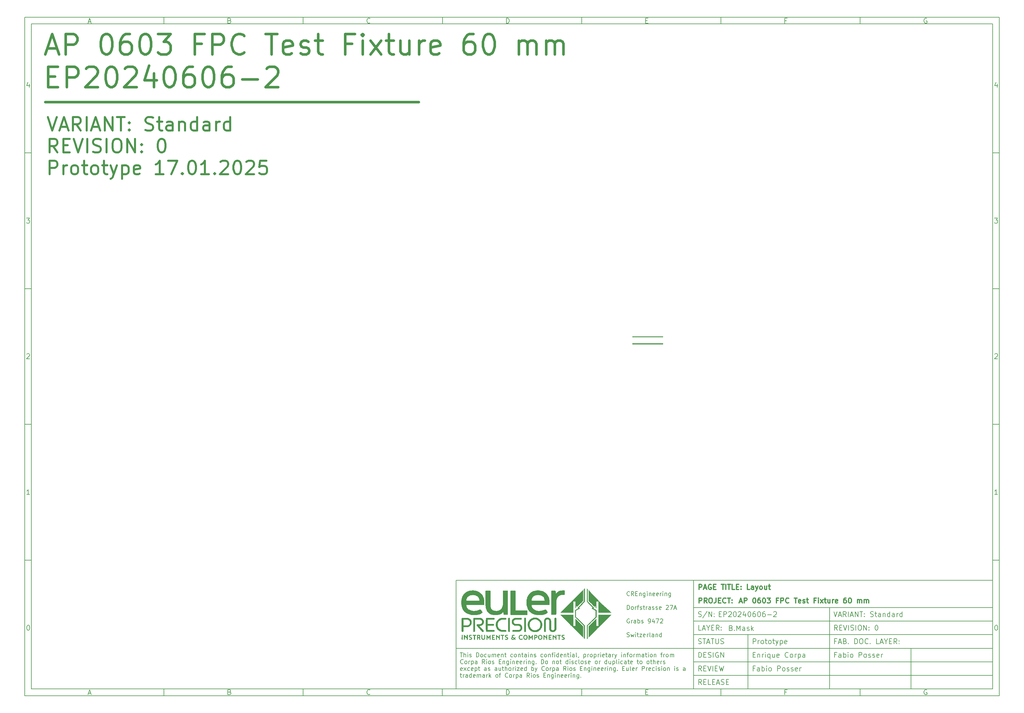
<source format=gbr>
%TF.GenerationSoftware,KiCad,Pcbnew,8.0.7-1.fc41*%
%TF.CreationDate,2025-01-19T01:13:50+01:00*%
%TF.ProjectId,0100_COVERSHEET,30313030-5f43-44f5-9645-525348454554,0*%
%TF.SameCoordinates,Original*%
%TF.FileFunction,Soldermask,Bot*%
%TF.FilePolarity,Negative*%
%FSLAX46Y46*%
G04 Gerber Fmt 4.6, Leading zero omitted, Abs format (unit mm)*
G04 Created by KiCad (PCBNEW 8.0.7-1.fc41) date 2025-01-19 01:13:50*
%MOMM*%
%LPD*%
G01*
G04 APERTURE LIST*
%ADD10C,0.100000*%
%ADD11C,0.150000*%
%ADD12C,0.300000*%
%ADD13C,0.750000*%
%ADD14C,0.600000*%
%ADD15C,0.000001*%
%ADD16C,0.200000*%
G04 APERTURE END LIST*
D10*
D11*
X7000000Y-203000000D02*
X290000000Y-203000000D01*
X290000000Y-7000000D01*
X7000000Y-7000000D01*
X7000000Y-203000000D01*
D10*
D11*
X132000000Y-171000000D02*
X290000000Y-171000000D01*
X290000000Y-203000000D01*
X132000000Y-203000000D01*
X132000000Y-171000000D01*
D10*
D11*
X202000000Y-203000000D02*
X202000000Y-171000000D01*
D10*
D11*
X290000000Y-199000000D02*
X202000000Y-199000000D01*
D10*
D11*
X290000000Y-195000000D02*
X202000000Y-195000000D01*
D10*
D11*
X290000000Y-191000000D02*
X201000000Y-191000000D01*
D10*
D11*
X290000000Y-187000000D02*
X202000000Y-187000000D01*
D10*
D11*
X290000000Y-183000000D02*
X202000000Y-183000000D01*
D10*
D11*
X290000000Y-179000000D02*
X202000000Y-179000000D01*
D10*
D11*
X266000000Y-203000000D02*
X266000000Y-191000000D01*
D10*
D11*
X242000000Y-203000000D02*
X242000000Y-179000000D01*
D10*
D11*
X218000000Y-203000000D02*
X218000000Y-187000000D01*
D10*
D12*
X203556710Y-173685528D02*
X203556710Y-172185528D01*
X203556710Y-172185528D02*
X204128139Y-172185528D01*
X204128139Y-172185528D02*
X204270996Y-172256957D01*
X204270996Y-172256957D02*
X204342425Y-172328385D01*
X204342425Y-172328385D02*
X204413853Y-172471242D01*
X204413853Y-172471242D02*
X204413853Y-172685528D01*
X204413853Y-172685528D02*
X204342425Y-172828385D01*
X204342425Y-172828385D02*
X204270996Y-172899814D01*
X204270996Y-172899814D02*
X204128139Y-172971242D01*
X204128139Y-172971242D02*
X203556710Y-172971242D01*
X204985282Y-173256957D02*
X205699568Y-173256957D01*
X204842425Y-173685528D02*
X205342425Y-172185528D01*
X205342425Y-172185528D02*
X205842425Y-173685528D01*
X207128139Y-172256957D02*
X206985282Y-172185528D01*
X206985282Y-172185528D02*
X206770996Y-172185528D01*
X206770996Y-172185528D02*
X206556710Y-172256957D01*
X206556710Y-172256957D02*
X206413853Y-172399814D01*
X206413853Y-172399814D02*
X206342424Y-172542671D01*
X206342424Y-172542671D02*
X206270996Y-172828385D01*
X206270996Y-172828385D02*
X206270996Y-173042671D01*
X206270996Y-173042671D02*
X206342424Y-173328385D01*
X206342424Y-173328385D02*
X206413853Y-173471242D01*
X206413853Y-173471242D02*
X206556710Y-173614100D01*
X206556710Y-173614100D02*
X206770996Y-173685528D01*
X206770996Y-173685528D02*
X206913853Y-173685528D01*
X206913853Y-173685528D02*
X207128139Y-173614100D01*
X207128139Y-173614100D02*
X207199567Y-173542671D01*
X207199567Y-173542671D02*
X207199567Y-173042671D01*
X207199567Y-173042671D02*
X206913853Y-173042671D01*
X207842424Y-172899814D02*
X208342424Y-172899814D01*
X208556710Y-173685528D02*
X207842424Y-173685528D01*
X207842424Y-173685528D02*
X207842424Y-172185528D01*
X207842424Y-172185528D02*
X208556710Y-172185528D01*
X210128139Y-172185528D02*
X210985282Y-172185528D01*
X210556710Y-173685528D02*
X210556710Y-172185528D01*
X211485281Y-173685528D02*
X211485281Y-172185528D01*
X211985282Y-172185528D02*
X212842425Y-172185528D01*
X212413853Y-173685528D02*
X212413853Y-172185528D01*
X214056710Y-173685528D02*
X213342424Y-173685528D01*
X213342424Y-173685528D02*
X213342424Y-172185528D01*
X214556710Y-172899814D02*
X215056710Y-172899814D01*
X215270996Y-173685528D02*
X214556710Y-173685528D01*
X214556710Y-173685528D02*
X214556710Y-172185528D01*
X214556710Y-172185528D02*
X215270996Y-172185528D01*
X215913853Y-173542671D02*
X215985282Y-173614100D01*
X215985282Y-173614100D02*
X215913853Y-173685528D01*
X215913853Y-173685528D02*
X215842425Y-173614100D01*
X215842425Y-173614100D02*
X215913853Y-173542671D01*
X215913853Y-173542671D02*
X215913853Y-173685528D01*
X215913853Y-172756957D02*
X215985282Y-172828385D01*
X215985282Y-172828385D02*
X215913853Y-172899814D01*
X215913853Y-172899814D02*
X215842425Y-172828385D01*
X215842425Y-172828385D02*
X215913853Y-172756957D01*
X215913853Y-172756957D02*
X215913853Y-172899814D01*
X218485282Y-173685528D02*
X217770996Y-173685528D01*
X217770996Y-173685528D02*
X217770996Y-172185528D01*
X219628140Y-173685528D02*
X219628140Y-172899814D01*
X219628140Y-172899814D02*
X219556711Y-172756957D01*
X219556711Y-172756957D02*
X219413854Y-172685528D01*
X219413854Y-172685528D02*
X219128140Y-172685528D01*
X219128140Y-172685528D02*
X218985282Y-172756957D01*
X219628140Y-173614100D02*
X219485282Y-173685528D01*
X219485282Y-173685528D02*
X219128140Y-173685528D01*
X219128140Y-173685528D02*
X218985282Y-173614100D01*
X218985282Y-173614100D02*
X218913854Y-173471242D01*
X218913854Y-173471242D02*
X218913854Y-173328385D01*
X218913854Y-173328385D02*
X218985282Y-173185528D01*
X218985282Y-173185528D02*
X219128140Y-173114100D01*
X219128140Y-173114100D02*
X219485282Y-173114100D01*
X219485282Y-173114100D02*
X219628140Y-173042671D01*
X220199568Y-172685528D02*
X220556711Y-173685528D01*
X220913854Y-172685528D02*
X220556711Y-173685528D01*
X220556711Y-173685528D02*
X220413854Y-174042671D01*
X220413854Y-174042671D02*
X220342425Y-174114100D01*
X220342425Y-174114100D02*
X220199568Y-174185528D01*
X221699568Y-173685528D02*
X221556711Y-173614100D01*
X221556711Y-173614100D02*
X221485282Y-173542671D01*
X221485282Y-173542671D02*
X221413854Y-173399814D01*
X221413854Y-173399814D02*
X221413854Y-172971242D01*
X221413854Y-172971242D02*
X221485282Y-172828385D01*
X221485282Y-172828385D02*
X221556711Y-172756957D01*
X221556711Y-172756957D02*
X221699568Y-172685528D01*
X221699568Y-172685528D02*
X221913854Y-172685528D01*
X221913854Y-172685528D02*
X222056711Y-172756957D01*
X222056711Y-172756957D02*
X222128140Y-172828385D01*
X222128140Y-172828385D02*
X222199568Y-172971242D01*
X222199568Y-172971242D02*
X222199568Y-173399814D01*
X222199568Y-173399814D02*
X222128140Y-173542671D01*
X222128140Y-173542671D02*
X222056711Y-173614100D01*
X222056711Y-173614100D02*
X221913854Y-173685528D01*
X221913854Y-173685528D02*
X221699568Y-173685528D01*
X223485283Y-172685528D02*
X223485283Y-173685528D01*
X222842425Y-172685528D02*
X222842425Y-173471242D01*
X222842425Y-173471242D02*
X222913854Y-173614100D01*
X222913854Y-173614100D02*
X223056711Y-173685528D01*
X223056711Y-173685528D02*
X223270997Y-173685528D01*
X223270997Y-173685528D02*
X223413854Y-173614100D01*
X223413854Y-173614100D02*
X223485283Y-173542671D01*
X223985283Y-172685528D02*
X224556711Y-172685528D01*
X224199568Y-172185528D02*
X224199568Y-173471242D01*
X224199568Y-173471242D02*
X224270997Y-173614100D01*
X224270997Y-173614100D02*
X224413854Y-173685528D01*
X224413854Y-173685528D02*
X224556711Y-173685528D01*
D10*
D11*
X201000000Y-191000000D02*
X132000000Y-191000000D01*
D10*
D12*
X203554510Y-177678328D02*
X203554510Y-176178328D01*
X203554510Y-176178328D02*
X204125939Y-176178328D01*
X204125939Y-176178328D02*
X204268796Y-176249757D01*
X204268796Y-176249757D02*
X204340225Y-176321185D01*
X204340225Y-176321185D02*
X204411653Y-176464042D01*
X204411653Y-176464042D02*
X204411653Y-176678328D01*
X204411653Y-176678328D02*
X204340225Y-176821185D01*
X204340225Y-176821185D02*
X204268796Y-176892614D01*
X204268796Y-176892614D02*
X204125939Y-176964042D01*
X204125939Y-176964042D02*
X203554510Y-176964042D01*
X205911653Y-177678328D02*
X205411653Y-176964042D01*
X205054510Y-177678328D02*
X205054510Y-176178328D01*
X205054510Y-176178328D02*
X205625939Y-176178328D01*
X205625939Y-176178328D02*
X205768796Y-176249757D01*
X205768796Y-176249757D02*
X205840225Y-176321185D01*
X205840225Y-176321185D02*
X205911653Y-176464042D01*
X205911653Y-176464042D02*
X205911653Y-176678328D01*
X205911653Y-176678328D02*
X205840225Y-176821185D01*
X205840225Y-176821185D02*
X205768796Y-176892614D01*
X205768796Y-176892614D02*
X205625939Y-176964042D01*
X205625939Y-176964042D02*
X205054510Y-176964042D01*
X206840225Y-176178328D02*
X207125939Y-176178328D01*
X207125939Y-176178328D02*
X207268796Y-176249757D01*
X207268796Y-176249757D02*
X207411653Y-176392614D01*
X207411653Y-176392614D02*
X207483082Y-176678328D01*
X207483082Y-176678328D02*
X207483082Y-177178328D01*
X207483082Y-177178328D02*
X207411653Y-177464042D01*
X207411653Y-177464042D02*
X207268796Y-177606900D01*
X207268796Y-177606900D02*
X207125939Y-177678328D01*
X207125939Y-177678328D02*
X206840225Y-177678328D01*
X206840225Y-177678328D02*
X206697368Y-177606900D01*
X206697368Y-177606900D02*
X206554510Y-177464042D01*
X206554510Y-177464042D02*
X206483082Y-177178328D01*
X206483082Y-177178328D02*
X206483082Y-176678328D01*
X206483082Y-176678328D02*
X206554510Y-176392614D01*
X206554510Y-176392614D02*
X206697368Y-176249757D01*
X206697368Y-176249757D02*
X206840225Y-176178328D01*
X208554511Y-176178328D02*
X208554511Y-177249757D01*
X208554511Y-177249757D02*
X208483082Y-177464042D01*
X208483082Y-177464042D02*
X208340225Y-177606900D01*
X208340225Y-177606900D02*
X208125939Y-177678328D01*
X208125939Y-177678328D02*
X207983082Y-177678328D01*
X209268796Y-176892614D02*
X209768796Y-176892614D01*
X209983082Y-177678328D02*
X209268796Y-177678328D01*
X209268796Y-177678328D02*
X209268796Y-176178328D01*
X209268796Y-176178328D02*
X209983082Y-176178328D01*
X211483082Y-177535471D02*
X211411654Y-177606900D01*
X211411654Y-177606900D02*
X211197368Y-177678328D01*
X211197368Y-177678328D02*
X211054511Y-177678328D01*
X211054511Y-177678328D02*
X210840225Y-177606900D01*
X210840225Y-177606900D02*
X210697368Y-177464042D01*
X210697368Y-177464042D02*
X210625939Y-177321185D01*
X210625939Y-177321185D02*
X210554511Y-177035471D01*
X210554511Y-177035471D02*
X210554511Y-176821185D01*
X210554511Y-176821185D02*
X210625939Y-176535471D01*
X210625939Y-176535471D02*
X210697368Y-176392614D01*
X210697368Y-176392614D02*
X210840225Y-176249757D01*
X210840225Y-176249757D02*
X211054511Y-176178328D01*
X211054511Y-176178328D02*
X211197368Y-176178328D01*
X211197368Y-176178328D02*
X211411654Y-176249757D01*
X211411654Y-176249757D02*
X211483082Y-176321185D01*
X211911654Y-176178328D02*
X212768797Y-176178328D01*
X212340225Y-177678328D02*
X212340225Y-176178328D01*
X213268796Y-177535471D02*
X213340225Y-177606900D01*
X213340225Y-177606900D02*
X213268796Y-177678328D01*
X213268796Y-177678328D02*
X213197368Y-177606900D01*
X213197368Y-177606900D02*
X213268796Y-177535471D01*
X213268796Y-177535471D02*
X213268796Y-177678328D01*
X213268796Y-176749757D02*
X213340225Y-176821185D01*
X213340225Y-176821185D02*
X213268796Y-176892614D01*
X213268796Y-176892614D02*
X213197368Y-176821185D01*
X213197368Y-176821185D02*
X213268796Y-176749757D01*
X213268796Y-176749757D02*
X213268796Y-176892614D01*
D10*
D11*
X203384398Y-181614700D02*
X203598684Y-181686128D01*
X203598684Y-181686128D02*
X203955826Y-181686128D01*
X203955826Y-181686128D02*
X204098684Y-181614700D01*
X204098684Y-181614700D02*
X204170112Y-181543271D01*
X204170112Y-181543271D02*
X204241541Y-181400414D01*
X204241541Y-181400414D02*
X204241541Y-181257557D01*
X204241541Y-181257557D02*
X204170112Y-181114700D01*
X204170112Y-181114700D02*
X204098684Y-181043271D01*
X204098684Y-181043271D02*
X203955826Y-180971842D01*
X203955826Y-180971842D02*
X203670112Y-180900414D01*
X203670112Y-180900414D02*
X203527255Y-180828985D01*
X203527255Y-180828985D02*
X203455826Y-180757557D01*
X203455826Y-180757557D02*
X203384398Y-180614700D01*
X203384398Y-180614700D02*
X203384398Y-180471842D01*
X203384398Y-180471842D02*
X203455826Y-180328985D01*
X203455826Y-180328985D02*
X203527255Y-180257557D01*
X203527255Y-180257557D02*
X203670112Y-180186128D01*
X203670112Y-180186128D02*
X204027255Y-180186128D01*
X204027255Y-180186128D02*
X204241541Y-180257557D01*
X205955826Y-180114700D02*
X204670112Y-182043271D01*
X206455826Y-181686128D02*
X206455826Y-180186128D01*
X206455826Y-180186128D02*
X207312969Y-181686128D01*
X207312969Y-181686128D02*
X207312969Y-180186128D01*
X208027255Y-181543271D02*
X208098684Y-181614700D01*
X208098684Y-181614700D02*
X208027255Y-181686128D01*
X208027255Y-181686128D02*
X207955827Y-181614700D01*
X207955827Y-181614700D02*
X208027255Y-181543271D01*
X208027255Y-181543271D02*
X208027255Y-181686128D01*
X208027255Y-180757557D02*
X208098684Y-180828985D01*
X208098684Y-180828985D02*
X208027255Y-180900414D01*
X208027255Y-180900414D02*
X207955827Y-180828985D01*
X207955827Y-180828985D02*
X208027255Y-180757557D01*
X208027255Y-180757557D02*
X208027255Y-180900414D01*
D10*
D11*
X203455826Y-193686128D02*
X203455826Y-192186128D01*
X203455826Y-192186128D02*
X203812969Y-192186128D01*
X203812969Y-192186128D02*
X204027255Y-192257557D01*
X204027255Y-192257557D02*
X204170112Y-192400414D01*
X204170112Y-192400414D02*
X204241541Y-192543271D01*
X204241541Y-192543271D02*
X204312969Y-192828985D01*
X204312969Y-192828985D02*
X204312969Y-193043271D01*
X204312969Y-193043271D02*
X204241541Y-193328985D01*
X204241541Y-193328985D02*
X204170112Y-193471842D01*
X204170112Y-193471842D02*
X204027255Y-193614700D01*
X204027255Y-193614700D02*
X203812969Y-193686128D01*
X203812969Y-193686128D02*
X203455826Y-193686128D01*
X204955826Y-192900414D02*
X205455826Y-192900414D01*
X205670112Y-193686128D02*
X204955826Y-193686128D01*
X204955826Y-193686128D02*
X204955826Y-192186128D01*
X204955826Y-192186128D02*
X205670112Y-192186128D01*
X206241541Y-193614700D02*
X206455827Y-193686128D01*
X206455827Y-193686128D02*
X206812969Y-193686128D01*
X206812969Y-193686128D02*
X206955827Y-193614700D01*
X206955827Y-193614700D02*
X207027255Y-193543271D01*
X207027255Y-193543271D02*
X207098684Y-193400414D01*
X207098684Y-193400414D02*
X207098684Y-193257557D01*
X207098684Y-193257557D02*
X207027255Y-193114700D01*
X207027255Y-193114700D02*
X206955827Y-193043271D01*
X206955827Y-193043271D02*
X206812969Y-192971842D01*
X206812969Y-192971842D02*
X206527255Y-192900414D01*
X206527255Y-192900414D02*
X206384398Y-192828985D01*
X206384398Y-192828985D02*
X206312969Y-192757557D01*
X206312969Y-192757557D02*
X206241541Y-192614700D01*
X206241541Y-192614700D02*
X206241541Y-192471842D01*
X206241541Y-192471842D02*
X206312969Y-192328985D01*
X206312969Y-192328985D02*
X206384398Y-192257557D01*
X206384398Y-192257557D02*
X206527255Y-192186128D01*
X206527255Y-192186128D02*
X206884398Y-192186128D01*
X206884398Y-192186128D02*
X207098684Y-192257557D01*
X207741540Y-193686128D02*
X207741540Y-192186128D01*
X209241541Y-192257557D02*
X209098684Y-192186128D01*
X209098684Y-192186128D02*
X208884398Y-192186128D01*
X208884398Y-192186128D02*
X208670112Y-192257557D01*
X208670112Y-192257557D02*
X208527255Y-192400414D01*
X208527255Y-192400414D02*
X208455826Y-192543271D01*
X208455826Y-192543271D02*
X208384398Y-192828985D01*
X208384398Y-192828985D02*
X208384398Y-193043271D01*
X208384398Y-193043271D02*
X208455826Y-193328985D01*
X208455826Y-193328985D02*
X208527255Y-193471842D01*
X208527255Y-193471842D02*
X208670112Y-193614700D01*
X208670112Y-193614700D02*
X208884398Y-193686128D01*
X208884398Y-193686128D02*
X209027255Y-193686128D01*
X209027255Y-193686128D02*
X209241541Y-193614700D01*
X209241541Y-193614700D02*
X209312969Y-193543271D01*
X209312969Y-193543271D02*
X209312969Y-193043271D01*
X209312969Y-193043271D02*
X209027255Y-193043271D01*
X209955826Y-193686128D02*
X209955826Y-192186128D01*
X209955826Y-192186128D02*
X210812969Y-193686128D01*
X210812969Y-193686128D02*
X210812969Y-192186128D01*
D10*
D11*
X204312969Y-197686128D02*
X203812969Y-196971842D01*
X203455826Y-197686128D02*
X203455826Y-196186128D01*
X203455826Y-196186128D02*
X204027255Y-196186128D01*
X204027255Y-196186128D02*
X204170112Y-196257557D01*
X204170112Y-196257557D02*
X204241541Y-196328985D01*
X204241541Y-196328985D02*
X204312969Y-196471842D01*
X204312969Y-196471842D02*
X204312969Y-196686128D01*
X204312969Y-196686128D02*
X204241541Y-196828985D01*
X204241541Y-196828985D02*
X204170112Y-196900414D01*
X204170112Y-196900414D02*
X204027255Y-196971842D01*
X204027255Y-196971842D02*
X203455826Y-196971842D01*
X204955826Y-196900414D02*
X205455826Y-196900414D01*
X205670112Y-197686128D02*
X204955826Y-197686128D01*
X204955826Y-197686128D02*
X204955826Y-196186128D01*
X204955826Y-196186128D02*
X205670112Y-196186128D01*
X206098684Y-196186128D02*
X206598684Y-197686128D01*
X206598684Y-197686128D02*
X207098684Y-196186128D01*
X207598683Y-197686128D02*
X207598683Y-196186128D01*
X208312969Y-196900414D02*
X208812969Y-196900414D01*
X209027255Y-197686128D02*
X208312969Y-197686128D01*
X208312969Y-197686128D02*
X208312969Y-196186128D01*
X208312969Y-196186128D02*
X209027255Y-196186128D01*
X209527255Y-196186128D02*
X209884398Y-197686128D01*
X209884398Y-197686128D02*
X210170112Y-196614700D01*
X210170112Y-196614700D02*
X210455827Y-197686128D01*
X210455827Y-197686128D02*
X210812970Y-196186128D01*
D10*
D11*
X204312969Y-201686128D02*
X203812969Y-200971842D01*
X203455826Y-201686128D02*
X203455826Y-200186128D01*
X203455826Y-200186128D02*
X204027255Y-200186128D01*
X204027255Y-200186128D02*
X204170112Y-200257557D01*
X204170112Y-200257557D02*
X204241541Y-200328985D01*
X204241541Y-200328985D02*
X204312969Y-200471842D01*
X204312969Y-200471842D02*
X204312969Y-200686128D01*
X204312969Y-200686128D02*
X204241541Y-200828985D01*
X204241541Y-200828985D02*
X204170112Y-200900414D01*
X204170112Y-200900414D02*
X204027255Y-200971842D01*
X204027255Y-200971842D02*
X203455826Y-200971842D01*
X204955826Y-200900414D02*
X205455826Y-200900414D01*
X205670112Y-201686128D02*
X204955826Y-201686128D01*
X204955826Y-201686128D02*
X204955826Y-200186128D01*
X204955826Y-200186128D02*
X205670112Y-200186128D01*
X207027255Y-201686128D02*
X206312969Y-201686128D01*
X206312969Y-201686128D02*
X206312969Y-200186128D01*
X207527255Y-200900414D02*
X208027255Y-200900414D01*
X208241541Y-201686128D02*
X207527255Y-201686128D01*
X207527255Y-201686128D02*
X207527255Y-200186128D01*
X207527255Y-200186128D02*
X208241541Y-200186128D01*
X208812970Y-201257557D02*
X209527256Y-201257557D01*
X208670113Y-201686128D02*
X209170113Y-200186128D01*
X209170113Y-200186128D02*
X209670113Y-201686128D01*
X210098684Y-201614700D02*
X210312970Y-201686128D01*
X210312970Y-201686128D02*
X210670112Y-201686128D01*
X210670112Y-201686128D02*
X210812970Y-201614700D01*
X210812970Y-201614700D02*
X210884398Y-201543271D01*
X210884398Y-201543271D02*
X210955827Y-201400414D01*
X210955827Y-201400414D02*
X210955827Y-201257557D01*
X210955827Y-201257557D02*
X210884398Y-201114700D01*
X210884398Y-201114700D02*
X210812970Y-201043271D01*
X210812970Y-201043271D02*
X210670112Y-200971842D01*
X210670112Y-200971842D02*
X210384398Y-200900414D01*
X210384398Y-200900414D02*
X210241541Y-200828985D01*
X210241541Y-200828985D02*
X210170112Y-200757557D01*
X210170112Y-200757557D02*
X210098684Y-200614700D01*
X210098684Y-200614700D02*
X210098684Y-200471842D01*
X210098684Y-200471842D02*
X210170112Y-200328985D01*
X210170112Y-200328985D02*
X210241541Y-200257557D01*
X210241541Y-200257557D02*
X210384398Y-200186128D01*
X210384398Y-200186128D02*
X210741541Y-200186128D01*
X210741541Y-200186128D02*
X210955827Y-200257557D01*
X211598683Y-200900414D02*
X212098683Y-200900414D01*
X212312969Y-201686128D02*
X211598683Y-201686128D01*
X211598683Y-201686128D02*
X211598683Y-200186128D01*
X211598683Y-200186128D02*
X212312969Y-200186128D01*
D10*
D11*
X243241541Y-180186128D02*
X243741541Y-181686128D01*
X243741541Y-181686128D02*
X244241541Y-180186128D01*
X244670112Y-181257557D02*
X245384398Y-181257557D01*
X244527255Y-181686128D02*
X245027255Y-180186128D01*
X245027255Y-180186128D02*
X245527255Y-181686128D01*
X246884397Y-181686128D02*
X246384397Y-180971842D01*
X246027254Y-181686128D02*
X246027254Y-180186128D01*
X246027254Y-180186128D02*
X246598683Y-180186128D01*
X246598683Y-180186128D02*
X246741540Y-180257557D01*
X246741540Y-180257557D02*
X246812969Y-180328985D01*
X246812969Y-180328985D02*
X246884397Y-180471842D01*
X246884397Y-180471842D02*
X246884397Y-180686128D01*
X246884397Y-180686128D02*
X246812969Y-180828985D01*
X246812969Y-180828985D02*
X246741540Y-180900414D01*
X246741540Y-180900414D02*
X246598683Y-180971842D01*
X246598683Y-180971842D02*
X246027254Y-180971842D01*
X247527254Y-181686128D02*
X247527254Y-180186128D01*
X248170112Y-181257557D02*
X248884398Y-181257557D01*
X248027255Y-181686128D02*
X248527255Y-180186128D01*
X248527255Y-180186128D02*
X249027255Y-181686128D01*
X249527254Y-181686128D02*
X249527254Y-180186128D01*
X249527254Y-180186128D02*
X250384397Y-181686128D01*
X250384397Y-181686128D02*
X250384397Y-180186128D01*
X250884398Y-180186128D02*
X251741541Y-180186128D01*
X251312969Y-181686128D02*
X251312969Y-180186128D01*
X252241540Y-181543271D02*
X252312969Y-181614700D01*
X252312969Y-181614700D02*
X252241540Y-181686128D01*
X252241540Y-181686128D02*
X252170112Y-181614700D01*
X252170112Y-181614700D02*
X252241540Y-181543271D01*
X252241540Y-181543271D02*
X252241540Y-181686128D01*
X252241540Y-180757557D02*
X252312969Y-180828985D01*
X252312969Y-180828985D02*
X252241540Y-180900414D01*
X252241540Y-180900414D02*
X252170112Y-180828985D01*
X252170112Y-180828985D02*
X252241540Y-180757557D01*
X252241540Y-180757557D02*
X252241540Y-180900414D01*
X254027255Y-181614700D02*
X254241541Y-181686128D01*
X254241541Y-181686128D02*
X254598683Y-181686128D01*
X254598683Y-181686128D02*
X254741541Y-181614700D01*
X254741541Y-181614700D02*
X254812969Y-181543271D01*
X254812969Y-181543271D02*
X254884398Y-181400414D01*
X254884398Y-181400414D02*
X254884398Y-181257557D01*
X254884398Y-181257557D02*
X254812969Y-181114700D01*
X254812969Y-181114700D02*
X254741541Y-181043271D01*
X254741541Y-181043271D02*
X254598683Y-180971842D01*
X254598683Y-180971842D02*
X254312969Y-180900414D01*
X254312969Y-180900414D02*
X254170112Y-180828985D01*
X254170112Y-180828985D02*
X254098683Y-180757557D01*
X254098683Y-180757557D02*
X254027255Y-180614700D01*
X254027255Y-180614700D02*
X254027255Y-180471842D01*
X254027255Y-180471842D02*
X254098683Y-180328985D01*
X254098683Y-180328985D02*
X254170112Y-180257557D01*
X254170112Y-180257557D02*
X254312969Y-180186128D01*
X254312969Y-180186128D02*
X254670112Y-180186128D01*
X254670112Y-180186128D02*
X254884398Y-180257557D01*
X255312969Y-180686128D02*
X255884397Y-180686128D01*
X255527254Y-180186128D02*
X255527254Y-181471842D01*
X255527254Y-181471842D02*
X255598683Y-181614700D01*
X255598683Y-181614700D02*
X255741540Y-181686128D01*
X255741540Y-181686128D02*
X255884397Y-181686128D01*
X257027255Y-181686128D02*
X257027255Y-180900414D01*
X257027255Y-180900414D02*
X256955826Y-180757557D01*
X256955826Y-180757557D02*
X256812969Y-180686128D01*
X256812969Y-180686128D02*
X256527255Y-180686128D01*
X256527255Y-180686128D02*
X256384397Y-180757557D01*
X257027255Y-181614700D02*
X256884397Y-181686128D01*
X256884397Y-181686128D02*
X256527255Y-181686128D01*
X256527255Y-181686128D02*
X256384397Y-181614700D01*
X256384397Y-181614700D02*
X256312969Y-181471842D01*
X256312969Y-181471842D02*
X256312969Y-181328985D01*
X256312969Y-181328985D02*
X256384397Y-181186128D01*
X256384397Y-181186128D02*
X256527255Y-181114700D01*
X256527255Y-181114700D02*
X256884397Y-181114700D01*
X256884397Y-181114700D02*
X257027255Y-181043271D01*
X257741540Y-180686128D02*
X257741540Y-181686128D01*
X257741540Y-180828985D02*
X257812969Y-180757557D01*
X257812969Y-180757557D02*
X257955826Y-180686128D01*
X257955826Y-180686128D02*
X258170112Y-180686128D01*
X258170112Y-180686128D02*
X258312969Y-180757557D01*
X258312969Y-180757557D02*
X258384398Y-180900414D01*
X258384398Y-180900414D02*
X258384398Y-181686128D01*
X259741541Y-181686128D02*
X259741541Y-180186128D01*
X259741541Y-181614700D02*
X259598683Y-181686128D01*
X259598683Y-181686128D02*
X259312969Y-181686128D01*
X259312969Y-181686128D02*
X259170112Y-181614700D01*
X259170112Y-181614700D02*
X259098683Y-181543271D01*
X259098683Y-181543271D02*
X259027255Y-181400414D01*
X259027255Y-181400414D02*
X259027255Y-180971842D01*
X259027255Y-180971842D02*
X259098683Y-180828985D01*
X259098683Y-180828985D02*
X259170112Y-180757557D01*
X259170112Y-180757557D02*
X259312969Y-180686128D01*
X259312969Y-180686128D02*
X259598683Y-180686128D01*
X259598683Y-180686128D02*
X259741541Y-180757557D01*
X261098684Y-181686128D02*
X261098684Y-180900414D01*
X261098684Y-180900414D02*
X261027255Y-180757557D01*
X261027255Y-180757557D02*
X260884398Y-180686128D01*
X260884398Y-180686128D02*
X260598684Y-180686128D01*
X260598684Y-180686128D02*
X260455826Y-180757557D01*
X261098684Y-181614700D02*
X260955826Y-181686128D01*
X260955826Y-181686128D02*
X260598684Y-181686128D01*
X260598684Y-181686128D02*
X260455826Y-181614700D01*
X260455826Y-181614700D02*
X260384398Y-181471842D01*
X260384398Y-181471842D02*
X260384398Y-181328985D01*
X260384398Y-181328985D02*
X260455826Y-181186128D01*
X260455826Y-181186128D02*
X260598684Y-181114700D01*
X260598684Y-181114700D02*
X260955826Y-181114700D01*
X260955826Y-181114700D02*
X261098684Y-181043271D01*
X261812969Y-181686128D02*
X261812969Y-180686128D01*
X261812969Y-180971842D02*
X261884398Y-180828985D01*
X261884398Y-180828985D02*
X261955827Y-180757557D01*
X261955827Y-180757557D02*
X262098684Y-180686128D01*
X262098684Y-180686128D02*
X262241541Y-180686128D01*
X263384398Y-181686128D02*
X263384398Y-180186128D01*
X263384398Y-181614700D02*
X263241540Y-181686128D01*
X263241540Y-181686128D02*
X262955826Y-181686128D01*
X262955826Y-181686128D02*
X262812969Y-181614700D01*
X262812969Y-181614700D02*
X262741540Y-181543271D01*
X262741540Y-181543271D02*
X262670112Y-181400414D01*
X262670112Y-181400414D02*
X262670112Y-180971842D01*
X262670112Y-180971842D02*
X262741540Y-180828985D01*
X262741540Y-180828985D02*
X262812969Y-180757557D01*
X262812969Y-180757557D02*
X262955826Y-180686128D01*
X262955826Y-180686128D02*
X263241540Y-180686128D01*
X263241540Y-180686128D02*
X263384398Y-180757557D01*
D10*
D11*
X244312969Y-185686128D02*
X243812969Y-184971842D01*
X243455826Y-185686128D02*
X243455826Y-184186128D01*
X243455826Y-184186128D02*
X244027255Y-184186128D01*
X244027255Y-184186128D02*
X244170112Y-184257557D01*
X244170112Y-184257557D02*
X244241541Y-184328985D01*
X244241541Y-184328985D02*
X244312969Y-184471842D01*
X244312969Y-184471842D02*
X244312969Y-184686128D01*
X244312969Y-184686128D02*
X244241541Y-184828985D01*
X244241541Y-184828985D02*
X244170112Y-184900414D01*
X244170112Y-184900414D02*
X244027255Y-184971842D01*
X244027255Y-184971842D02*
X243455826Y-184971842D01*
X244955826Y-184900414D02*
X245455826Y-184900414D01*
X245670112Y-185686128D02*
X244955826Y-185686128D01*
X244955826Y-185686128D02*
X244955826Y-184186128D01*
X244955826Y-184186128D02*
X245670112Y-184186128D01*
X246098684Y-184186128D02*
X246598684Y-185686128D01*
X246598684Y-185686128D02*
X247098684Y-184186128D01*
X247598683Y-185686128D02*
X247598683Y-184186128D01*
X248241541Y-185614700D02*
X248455827Y-185686128D01*
X248455827Y-185686128D02*
X248812969Y-185686128D01*
X248812969Y-185686128D02*
X248955827Y-185614700D01*
X248955827Y-185614700D02*
X249027255Y-185543271D01*
X249027255Y-185543271D02*
X249098684Y-185400414D01*
X249098684Y-185400414D02*
X249098684Y-185257557D01*
X249098684Y-185257557D02*
X249027255Y-185114700D01*
X249027255Y-185114700D02*
X248955827Y-185043271D01*
X248955827Y-185043271D02*
X248812969Y-184971842D01*
X248812969Y-184971842D02*
X248527255Y-184900414D01*
X248527255Y-184900414D02*
X248384398Y-184828985D01*
X248384398Y-184828985D02*
X248312969Y-184757557D01*
X248312969Y-184757557D02*
X248241541Y-184614700D01*
X248241541Y-184614700D02*
X248241541Y-184471842D01*
X248241541Y-184471842D02*
X248312969Y-184328985D01*
X248312969Y-184328985D02*
X248384398Y-184257557D01*
X248384398Y-184257557D02*
X248527255Y-184186128D01*
X248527255Y-184186128D02*
X248884398Y-184186128D01*
X248884398Y-184186128D02*
X249098684Y-184257557D01*
X249741540Y-185686128D02*
X249741540Y-184186128D01*
X250741541Y-184186128D02*
X251027255Y-184186128D01*
X251027255Y-184186128D02*
X251170112Y-184257557D01*
X251170112Y-184257557D02*
X251312969Y-184400414D01*
X251312969Y-184400414D02*
X251384398Y-184686128D01*
X251384398Y-184686128D02*
X251384398Y-185186128D01*
X251384398Y-185186128D02*
X251312969Y-185471842D01*
X251312969Y-185471842D02*
X251170112Y-185614700D01*
X251170112Y-185614700D02*
X251027255Y-185686128D01*
X251027255Y-185686128D02*
X250741541Y-185686128D01*
X250741541Y-185686128D02*
X250598684Y-185614700D01*
X250598684Y-185614700D02*
X250455826Y-185471842D01*
X250455826Y-185471842D02*
X250384398Y-185186128D01*
X250384398Y-185186128D02*
X250384398Y-184686128D01*
X250384398Y-184686128D02*
X250455826Y-184400414D01*
X250455826Y-184400414D02*
X250598684Y-184257557D01*
X250598684Y-184257557D02*
X250741541Y-184186128D01*
X252027255Y-185686128D02*
X252027255Y-184186128D01*
X252027255Y-184186128D02*
X252884398Y-185686128D01*
X252884398Y-185686128D02*
X252884398Y-184186128D01*
X253598684Y-185543271D02*
X253670113Y-185614700D01*
X253670113Y-185614700D02*
X253598684Y-185686128D01*
X253598684Y-185686128D02*
X253527256Y-185614700D01*
X253527256Y-185614700D02*
X253598684Y-185543271D01*
X253598684Y-185543271D02*
X253598684Y-185686128D01*
X253598684Y-184757557D02*
X253670113Y-184828985D01*
X253670113Y-184828985D02*
X253598684Y-184900414D01*
X253598684Y-184900414D02*
X253527256Y-184828985D01*
X253527256Y-184828985D02*
X253598684Y-184757557D01*
X253598684Y-184757557D02*
X253598684Y-184900414D01*
X255741542Y-184186128D02*
X255884399Y-184186128D01*
X255884399Y-184186128D02*
X256027256Y-184257557D01*
X256027256Y-184257557D02*
X256098685Y-184328985D01*
X256098685Y-184328985D02*
X256170113Y-184471842D01*
X256170113Y-184471842D02*
X256241542Y-184757557D01*
X256241542Y-184757557D02*
X256241542Y-185114700D01*
X256241542Y-185114700D02*
X256170113Y-185400414D01*
X256170113Y-185400414D02*
X256098685Y-185543271D01*
X256098685Y-185543271D02*
X256027256Y-185614700D01*
X256027256Y-185614700D02*
X255884399Y-185686128D01*
X255884399Y-185686128D02*
X255741542Y-185686128D01*
X255741542Y-185686128D02*
X255598685Y-185614700D01*
X255598685Y-185614700D02*
X255527256Y-185543271D01*
X255527256Y-185543271D02*
X255455827Y-185400414D01*
X255455827Y-185400414D02*
X255384399Y-185114700D01*
X255384399Y-185114700D02*
X255384399Y-184757557D01*
X255384399Y-184757557D02*
X255455827Y-184471842D01*
X255455827Y-184471842D02*
X255527256Y-184328985D01*
X255527256Y-184328985D02*
X255598685Y-184257557D01*
X255598685Y-184257557D02*
X255741542Y-184186128D01*
D10*
D11*
X203384398Y-189614700D02*
X203598684Y-189686128D01*
X203598684Y-189686128D02*
X203955826Y-189686128D01*
X203955826Y-189686128D02*
X204098684Y-189614700D01*
X204098684Y-189614700D02*
X204170112Y-189543271D01*
X204170112Y-189543271D02*
X204241541Y-189400414D01*
X204241541Y-189400414D02*
X204241541Y-189257557D01*
X204241541Y-189257557D02*
X204170112Y-189114700D01*
X204170112Y-189114700D02*
X204098684Y-189043271D01*
X204098684Y-189043271D02*
X203955826Y-188971842D01*
X203955826Y-188971842D02*
X203670112Y-188900414D01*
X203670112Y-188900414D02*
X203527255Y-188828985D01*
X203527255Y-188828985D02*
X203455826Y-188757557D01*
X203455826Y-188757557D02*
X203384398Y-188614700D01*
X203384398Y-188614700D02*
X203384398Y-188471842D01*
X203384398Y-188471842D02*
X203455826Y-188328985D01*
X203455826Y-188328985D02*
X203527255Y-188257557D01*
X203527255Y-188257557D02*
X203670112Y-188186128D01*
X203670112Y-188186128D02*
X204027255Y-188186128D01*
X204027255Y-188186128D02*
X204241541Y-188257557D01*
X204670112Y-188186128D02*
X205527255Y-188186128D01*
X205098683Y-189686128D02*
X205098683Y-188186128D01*
X205955826Y-189257557D02*
X206670112Y-189257557D01*
X205812969Y-189686128D02*
X206312969Y-188186128D01*
X206312969Y-188186128D02*
X206812969Y-189686128D01*
X207098683Y-188186128D02*
X207955826Y-188186128D01*
X207527254Y-189686128D02*
X207527254Y-188186128D01*
X208455825Y-188186128D02*
X208455825Y-189400414D01*
X208455825Y-189400414D02*
X208527254Y-189543271D01*
X208527254Y-189543271D02*
X208598683Y-189614700D01*
X208598683Y-189614700D02*
X208741540Y-189686128D01*
X208741540Y-189686128D02*
X209027254Y-189686128D01*
X209027254Y-189686128D02*
X209170111Y-189614700D01*
X209170111Y-189614700D02*
X209241540Y-189543271D01*
X209241540Y-189543271D02*
X209312968Y-189400414D01*
X209312968Y-189400414D02*
X209312968Y-188186128D01*
X209955826Y-189614700D02*
X210170112Y-189686128D01*
X210170112Y-189686128D02*
X210527254Y-189686128D01*
X210527254Y-189686128D02*
X210670112Y-189614700D01*
X210670112Y-189614700D02*
X210741540Y-189543271D01*
X210741540Y-189543271D02*
X210812969Y-189400414D01*
X210812969Y-189400414D02*
X210812969Y-189257557D01*
X210812969Y-189257557D02*
X210741540Y-189114700D01*
X210741540Y-189114700D02*
X210670112Y-189043271D01*
X210670112Y-189043271D02*
X210527254Y-188971842D01*
X210527254Y-188971842D02*
X210241540Y-188900414D01*
X210241540Y-188900414D02*
X210098683Y-188828985D01*
X210098683Y-188828985D02*
X210027254Y-188757557D01*
X210027254Y-188757557D02*
X209955826Y-188614700D01*
X209955826Y-188614700D02*
X209955826Y-188471842D01*
X209955826Y-188471842D02*
X210027254Y-188328985D01*
X210027254Y-188328985D02*
X210098683Y-188257557D01*
X210098683Y-188257557D02*
X210241540Y-188186128D01*
X210241540Y-188186128D02*
X210598683Y-188186128D01*
X210598683Y-188186128D02*
X210812969Y-188257557D01*
D10*
D11*
X219455826Y-189686128D02*
X219455826Y-188186128D01*
X219455826Y-188186128D02*
X220027255Y-188186128D01*
X220027255Y-188186128D02*
X220170112Y-188257557D01*
X220170112Y-188257557D02*
X220241541Y-188328985D01*
X220241541Y-188328985D02*
X220312969Y-188471842D01*
X220312969Y-188471842D02*
X220312969Y-188686128D01*
X220312969Y-188686128D02*
X220241541Y-188828985D01*
X220241541Y-188828985D02*
X220170112Y-188900414D01*
X220170112Y-188900414D02*
X220027255Y-188971842D01*
X220027255Y-188971842D02*
X219455826Y-188971842D01*
X220955826Y-189686128D02*
X220955826Y-188686128D01*
X220955826Y-188971842D02*
X221027255Y-188828985D01*
X221027255Y-188828985D02*
X221098684Y-188757557D01*
X221098684Y-188757557D02*
X221241541Y-188686128D01*
X221241541Y-188686128D02*
X221384398Y-188686128D01*
X222098683Y-189686128D02*
X221955826Y-189614700D01*
X221955826Y-189614700D02*
X221884397Y-189543271D01*
X221884397Y-189543271D02*
X221812969Y-189400414D01*
X221812969Y-189400414D02*
X221812969Y-188971842D01*
X221812969Y-188971842D02*
X221884397Y-188828985D01*
X221884397Y-188828985D02*
X221955826Y-188757557D01*
X221955826Y-188757557D02*
X222098683Y-188686128D01*
X222098683Y-188686128D02*
X222312969Y-188686128D01*
X222312969Y-188686128D02*
X222455826Y-188757557D01*
X222455826Y-188757557D02*
X222527255Y-188828985D01*
X222527255Y-188828985D02*
X222598683Y-188971842D01*
X222598683Y-188971842D02*
X222598683Y-189400414D01*
X222598683Y-189400414D02*
X222527255Y-189543271D01*
X222527255Y-189543271D02*
X222455826Y-189614700D01*
X222455826Y-189614700D02*
X222312969Y-189686128D01*
X222312969Y-189686128D02*
X222098683Y-189686128D01*
X223027255Y-188686128D02*
X223598683Y-188686128D01*
X223241540Y-188186128D02*
X223241540Y-189471842D01*
X223241540Y-189471842D02*
X223312969Y-189614700D01*
X223312969Y-189614700D02*
X223455826Y-189686128D01*
X223455826Y-189686128D02*
X223598683Y-189686128D01*
X224312969Y-189686128D02*
X224170112Y-189614700D01*
X224170112Y-189614700D02*
X224098683Y-189543271D01*
X224098683Y-189543271D02*
X224027255Y-189400414D01*
X224027255Y-189400414D02*
X224027255Y-188971842D01*
X224027255Y-188971842D02*
X224098683Y-188828985D01*
X224098683Y-188828985D02*
X224170112Y-188757557D01*
X224170112Y-188757557D02*
X224312969Y-188686128D01*
X224312969Y-188686128D02*
X224527255Y-188686128D01*
X224527255Y-188686128D02*
X224670112Y-188757557D01*
X224670112Y-188757557D02*
X224741541Y-188828985D01*
X224741541Y-188828985D02*
X224812969Y-188971842D01*
X224812969Y-188971842D02*
X224812969Y-189400414D01*
X224812969Y-189400414D02*
X224741541Y-189543271D01*
X224741541Y-189543271D02*
X224670112Y-189614700D01*
X224670112Y-189614700D02*
X224527255Y-189686128D01*
X224527255Y-189686128D02*
X224312969Y-189686128D01*
X225241541Y-188686128D02*
X225812969Y-188686128D01*
X225455826Y-188186128D02*
X225455826Y-189471842D01*
X225455826Y-189471842D02*
X225527255Y-189614700D01*
X225527255Y-189614700D02*
X225670112Y-189686128D01*
X225670112Y-189686128D02*
X225812969Y-189686128D01*
X226170112Y-188686128D02*
X226527255Y-189686128D01*
X226884398Y-188686128D02*
X226527255Y-189686128D01*
X226527255Y-189686128D02*
X226384398Y-190043271D01*
X226384398Y-190043271D02*
X226312969Y-190114700D01*
X226312969Y-190114700D02*
X226170112Y-190186128D01*
X227455826Y-188686128D02*
X227455826Y-190186128D01*
X227455826Y-188757557D02*
X227598684Y-188686128D01*
X227598684Y-188686128D02*
X227884398Y-188686128D01*
X227884398Y-188686128D02*
X228027255Y-188757557D01*
X228027255Y-188757557D02*
X228098684Y-188828985D01*
X228098684Y-188828985D02*
X228170112Y-188971842D01*
X228170112Y-188971842D02*
X228170112Y-189400414D01*
X228170112Y-189400414D02*
X228098684Y-189543271D01*
X228098684Y-189543271D02*
X228027255Y-189614700D01*
X228027255Y-189614700D02*
X227884398Y-189686128D01*
X227884398Y-189686128D02*
X227598684Y-189686128D01*
X227598684Y-189686128D02*
X227455826Y-189614700D01*
X229384398Y-189614700D02*
X229241541Y-189686128D01*
X229241541Y-189686128D02*
X228955827Y-189686128D01*
X228955827Y-189686128D02*
X228812969Y-189614700D01*
X228812969Y-189614700D02*
X228741541Y-189471842D01*
X228741541Y-189471842D02*
X228741541Y-188900414D01*
X228741541Y-188900414D02*
X228812969Y-188757557D01*
X228812969Y-188757557D02*
X228955827Y-188686128D01*
X228955827Y-188686128D02*
X229241541Y-188686128D01*
X229241541Y-188686128D02*
X229384398Y-188757557D01*
X229384398Y-188757557D02*
X229455827Y-188900414D01*
X229455827Y-188900414D02*
X229455827Y-189043271D01*
X229455827Y-189043271D02*
X228741541Y-189186128D01*
D10*
D11*
X219955826Y-196900414D02*
X219455826Y-196900414D01*
X219455826Y-197686128D02*
X219455826Y-196186128D01*
X219455826Y-196186128D02*
X220170112Y-196186128D01*
X221384398Y-197686128D02*
X221384398Y-196900414D01*
X221384398Y-196900414D02*
X221312969Y-196757557D01*
X221312969Y-196757557D02*
X221170112Y-196686128D01*
X221170112Y-196686128D02*
X220884398Y-196686128D01*
X220884398Y-196686128D02*
X220741540Y-196757557D01*
X221384398Y-197614700D02*
X221241540Y-197686128D01*
X221241540Y-197686128D02*
X220884398Y-197686128D01*
X220884398Y-197686128D02*
X220741540Y-197614700D01*
X220741540Y-197614700D02*
X220670112Y-197471842D01*
X220670112Y-197471842D02*
X220670112Y-197328985D01*
X220670112Y-197328985D02*
X220741540Y-197186128D01*
X220741540Y-197186128D02*
X220884398Y-197114700D01*
X220884398Y-197114700D02*
X221241540Y-197114700D01*
X221241540Y-197114700D02*
X221384398Y-197043271D01*
X222098683Y-197686128D02*
X222098683Y-196186128D01*
X222098683Y-196757557D02*
X222241541Y-196686128D01*
X222241541Y-196686128D02*
X222527255Y-196686128D01*
X222527255Y-196686128D02*
X222670112Y-196757557D01*
X222670112Y-196757557D02*
X222741541Y-196828985D01*
X222741541Y-196828985D02*
X222812969Y-196971842D01*
X222812969Y-196971842D02*
X222812969Y-197400414D01*
X222812969Y-197400414D02*
X222741541Y-197543271D01*
X222741541Y-197543271D02*
X222670112Y-197614700D01*
X222670112Y-197614700D02*
X222527255Y-197686128D01*
X222527255Y-197686128D02*
X222241541Y-197686128D01*
X222241541Y-197686128D02*
X222098683Y-197614700D01*
X223455826Y-197686128D02*
X223455826Y-196686128D01*
X223455826Y-196186128D02*
X223384398Y-196257557D01*
X223384398Y-196257557D02*
X223455826Y-196328985D01*
X223455826Y-196328985D02*
X223527255Y-196257557D01*
X223527255Y-196257557D02*
X223455826Y-196186128D01*
X223455826Y-196186128D02*
X223455826Y-196328985D01*
X224384398Y-197686128D02*
X224241541Y-197614700D01*
X224241541Y-197614700D02*
X224170112Y-197543271D01*
X224170112Y-197543271D02*
X224098684Y-197400414D01*
X224098684Y-197400414D02*
X224098684Y-196971842D01*
X224098684Y-196971842D02*
X224170112Y-196828985D01*
X224170112Y-196828985D02*
X224241541Y-196757557D01*
X224241541Y-196757557D02*
X224384398Y-196686128D01*
X224384398Y-196686128D02*
X224598684Y-196686128D01*
X224598684Y-196686128D02*
X224741541Y-196757557D01*
X224741541Y-196757557D02*
X224812970Y-196828985D01*
X224812970Y-196828985D02*
X224884398Y-196971842D01*
X224884398Y-196971842D02*
X224884398Y-197400414D01*
X224884398Y-197400414D02*
X224812970Y-197543271D01*
X224812970Y-197543271D02*
X224741541Y-197614700D01*
X224741541Y-197614700D02*
X224598684Y-197686128D01*
X224598684Y-197686128D02*
X224384398Y-197686128D01*
X226670112Y-197686128D02*
X226670112Y-196186128D01*
X226670112Y-196186128D02*
X227241541Y-196186128D01*
X227241541Y-196186128D02*
X227384398Y-196257557D01*
X227384398Y-196257557D02*
X227455827Y-196328985D01*
X227455827Y-196328985D02*
X227527255Y-196471842D01*
X227527255Y-196471842D02*
X227527255Y-196686128D01*
X227527255Y-196686128D02*
X227455827Y-196828985D01*
X227455827Y-196828985D02*
X227384398Y-196900414D01*
X227384398Y-196900414D02*
X227241541Y-196971842D01*
X227241541Y-196971842D02*
X226670112Y-196971842D01*
X228384398Y-197686128D02*
X228241541Y-197614700D01*
X228241541Y-197614700D02*
X228170112Y-197543271D01*
X228170112Y-197543271D02*
X228098684Y-197400414D01*
X228098684Y-197400414D02*
X228098684Y-196971842D01*
X228098684Y-196971842D02*
X228170112Y-196828985D01*
X228170112Y-196828985D02*
X228241541Y-196757557D01*
X228241541Y-196757557D02*
X228384398Y-196686128D01*
X228384398Y-196686128D02*
X228598684Y-196686128D01*
X228598684Y-196686128D02*
X228741541Y-196757557D01*
X228741541Y-196757557D02*
X228812970Y-196828985D01*
X228812970Y-196828985D02*
X228884398Y-196971842D01*
X228884398Y-196971842D02*
X228884398Y-197400414D01*
X228884398Y-197400414D02*
X228812970Y-197543271D01*
X228812970Y-197543271D02*
X228741541Y-197614700D01*
X228741541Y-197614700D02*
X228598684Y-197686128D01*
X228598684Y-197686128D02*
X228384398Y-197686128D01*
X229455827Y-197614700D02*
X229598684Y-197686128D01*
X229598684Y-197686128D02*
X229884398Y-197686128D01*
X229884398Y-197686128D02*
X230027255Y-197614700D01*
X230027255Y-197614700D02*
X230098684Y-197471842D01*
X230098684Y-197471842D02*
X230098684Y-197400414D01*
X230098684Y-197400414D02*
X230027255Y-197257557D01*
X230027255Y-197257557D02*
X229884398Y-197186128D01*
X229884398Y-197186128D02*
X229670113Y-197186128D01*
X229670113Y-197186128D02*
X229527255Y-197114700D01*
X229527255Y-197114700D02*
X229455827Y-196971842D01*
X229455827Y-196971842D02*
X229455827Y-196900414D01*
X229455827Y-196900414D02*
X229527255Y-196757557D01*
X229527255Y-196757557D02*
X229670113Y-196686128D01*
X229670113Y-196686128D02*
X229884398Y-196686128D01*
X229884398Y-196686128D02*
X230027255Y-196757557D01*
X230670113Y-197614700D02*
X230812970Y-197686128D01*
X230812970Y-197686128D02*
X231098684Y-197686128D01*
X231098684Y-197686128D02*
X231241541Y-197614700D01*
X231241541Y-197614700D02*
X231312970Y-197471842D01*
X231312970Y-197471842D02*
X231312970Y-197400414D01*
X231312970Y-197400414D02*
X231241541Y-197257557D01*
X231241541Y-197257557D02*
X231098684Y-197186128D01*
X231098684Y-197186128D02*
X230884399Y-197186128D01*
X230884399Y-197186128D02*
X230741541Y-197114700D01*
X230741541Y-197114700D02*
X230670113Y-196971842D01*
X230670113Y-196971842D02*
X230670113Y-196900414D01*
X230670113Y-196900414D02*
X230741541Y-196757557D01*
X230741541Y-196757557D02*
X230884399Y-196686128D01*
X230884399Y-196686128D02*
X231098684Y-196686128D01*
X231098684Y-196686128D02*
X231241541Y-196757557D01*
X232527256Y-197614700D02*
X232384399Y-197686128D01*
X232384399Y-197686128D02*
X232098685Y-197686128D01*
X232098685Y-197686128D02*
X231955827Y-197614700D01*
X231955827Y-197614700D02*
X231884399Y-197471842D01*
X231884399Y-197471842D02*
X231884399Y-196900414D01*
X231884399Y-196900414D02*
X231955827Y-196757557D01*
X231955827Y-196757557D02*
X232098685Y-196686128D01*
X232098685Y-196686128D02*
X232384399Y-196686128D01*
X232384399Y-196686128D02*
X232527256Y-196757557D01*
X232527256Y-196757557D02*
X232598685Y-196900414D01*
X232598685Y-196900414D02*
X232598685Y-197043271D01*
X232598685Y-197043271D02*
X231884399Y-197186128D01*
X233241541Y-197686128D02*
X233241541Y-196686128D01*
X233241541Y-196971842D02*
X233312970Y-196828985D01*
X233312970Y-196828985D02*
X233384399Y-196757557D01*
X233384399Y-196757557D02*
X233527256Y-196686128D01*
X233527256Y-196686128D02*
X233670113Y-196686128D01*
D10*
D11*
X219455826Y-192900414D02*
X219955826Y-192900414D01*
X220170112Y-193686128D02*
X219455826Y-193686128D01*
X219455826Y-193686128D02*
X219455826Y-192186128D01*
X219455826Y-192186128D02*
X220170112Y-192186128D01*
X220812969Y-192686128D02*
X220812969Y-193686128D01*
X220812969Y-192828985D02*
X220884398Y-192757557D01*
X220884398Y-192757557D02*
X221027255Y-192686128D01*
X221027255Y-192686128D02*
X221241541Y-192686128D01*
X221241541Y-192686128D02*
X221384398Y-192757557D01*
X221384398Y-192757557D02*
X221455827Y-192900414D01*
X221455827Y-192900414D02*
X221455827Y-193686128D01*
X222170112Y-193686128D02*
X222170112Y-192686128D01*
X222170112Y-192971842D02*
X222241541Y-192828985D01*
X222241541Y-192828985D02*
X222312970Y-192757557D01*
X222312970Y-192757557D02*
X222455827Y-192686128D01*
X222455827Y-192686128D02*
X222598684Y-192686128D01*
X223098683Y-193686128D02*
X223098683Y-192686128D01*
X223098683Y-192186128D02*
X223027255Y-192257557D01*
X223027255Y-192257557D02*
X223098683Y-192328985D01*
X223098683Y-192328985D02*
X223170112Y-192257557D01*
X223170112Y-192257557D02*
X223098683Y-192186128D01*
X223098683Y-192186128D02*
X223098683Y-192328985D01*
X224455827Y-192686128D02*
X224455827Y-194186128D01*
X224455827Y-193614700D02*
X224312969Y-193686128D01*
X224312969Y-193686128D02*
X224027255Y-193686128D01*
X224027255Y-193686128D02*
X223884398Y-193614700D01*
X223884398Y-193614700D02*
X223812969Y-193543271D01*
X223812969Y-193543271D02*
X223741541Y-193400414D01*
X223741541Y-193400414D02*
X223741541Y-192971842D01*
X223741541Y-192971842D02*
X223812969Y-192828985D01*
X223812969Y-192828985D02*
X223884398Y-192757557D01*
X223884398Y-192757557D02*
X224027255Y-192686128D01*
X224027255Y-192686128D02*
X224312969Y-192686128D01*
X224312969Y-192686128D02*
X224455827Y-192757557D01*
X225812970Y-192686128D02*
X225812970Y-193686128D01*
X225170112Y-192686128D02*
X225170112Y-193471842D01*
X225170112Y-193471842D02*
X225241541Y-193614700D01*
X225241541Y-193614700D02*
X225384398Y-193686128D01*
X225384398Y-193686128D02*
X225598684Y-193686128D01*
X225598684Y-193686128D02*
X225741541Y-193614700D01*
X225741541Y-193614700D02*
X225812970Y-193543271D01*
X227098684Y-193614700D02*
X226955827Y-193686128D01*
X226955827Y-193686128D02*
X226670113Y-193686128D01*
X226670113Y-193686128D02*
X226527255Y-193614700D01*
X226527255Y-193614700D02*
X226455827Y-193471842D01*
X226455827Y-193471842D02*
X226455827Y-192900414D01*
X226455827Y-192900414D02*
X226527255Y-192757557D01*
X226527255Y-192757557D02*
X226670113Y-192686128D01*
X226670113Y-192686128D02*
X226955827Y-192686128D01*
X226955827Y-192686128D02*
X227098684Y-192757557D01*
X227098684Y-192757557D02*
X227170113Y-192900414D01*
X227170113Y-192900414D02*
X227170113Y-193043271D01*
X227170113Y-193043271D02*
X226455827Y-193186128D01*
X229812969Y-193543271D02*
X229741541Y-193614700D01*
X229741541Y-193614700D02*
X229527255Y-193686128D01*
X229527255Y-193686128D02*
X229384398Y-193686128D01*
X229384398Y-193686128D02*
X229170112Y-193614700D01*
X229170112Y-193614700D02*
X229027255Y-193471842D01*
X229027255Y-193471842D02*
X228955826Y-193328985D01*
X228955826Y-193328985D02*
X228884398Y-193043271D01*
X228884398Y-193043271D02*
X228884398Y-192828985D01*
X228884398Y-192828985D02*
X228955826Y-192543271D01*
X228955826Y-192543271D02*
X229027255Y-192400414D01*
X229027255Y-192400414D02*
X229170112Y-192257557D01*
X229170112Y-192257557D02*
X229384398Y-192186128D01*
X229384398Y-192186128D02*
X229527255Y-192186128D01*
X229527255Y-192186128D02*
X229741541Y-192257557D01*
X229741541Y-192257557D02*
X229812969Y-192328985D01*
X230670112Y-193686128D02*
X230527255Y-193614700D01*
X230527255Y-193614700D02*
X230455826Y-193543271D01*
X230455826Y-193543271D02*
X230384398Y-193400414D01*
X230384398Y-193400414D02*
X230384398Y-192971842D01*
X230384398Y-192971842D02*
X230455826Y-192828985D01*
X230455826Y-192828985D02*
X230527255Y-192757557D01*
X230527255Y-192757557D02*
X230670112Y-192686128D01*
X230670112Y-192686128D02*
X230884398Y-192686128D01*
X230884398Y-192686128D02*
X231027255Y-192757557D01*
X231027255Y-192757557D02*
X231098684Y-192828985D01*
X231098684Y-192828985D02*
X231170112Y-192971842D01*
X231170112Y-192971842D02*
X231170112Y-193400414D01*
X231170112Y-193400414D02*
X231098684Y-193543271D01*
X231098684Y-193543271D02*
X231027255Y-193614700D01*
X231027255Y-193614700D02*
X230884398Y-193686128D01*
X230884398Y-193686128D02*
X230670112Y-193686128D01*
X231812969Y-193686128D02*
X231812969Y-192686128D01*
X231812969Y-192971842D02*
X231884398Y-192828985D01*
X231884398Y-192828985D02*
X231955827Y-192757557D01*
X231955827Y-192757557D02*
X232098684Y-192686128D01*
X232098684Y-192686128D02*
X232241541Y-192686128D01*
X232741540Y-192686128D02*
X232741540Y-194186128D01*
X232741540Y-192757557D02*
X232884398Y-192686128D01*
X232884398Y-192686128D02*
X233170112Y-192686128D01*
X233170112Y-192686128D02*
X233312969Y-192757557D01*
X233312969Y-192757557D02*
X233384398Y-192828985D01*
X233384398Y-192828985D02*
X233455826Y-192971842D01*
X233455826Y-192971842D02*
X233455826Y-193400414D01*
X233455826Y-193400414D02*
X233384398Y-193543271D01*
X233384398Y-193543271D02*
X233312969Y-193614700D01*
X233312969Y-193614700D02*
X233170112Y-193686128D01*
X233170112Y-193686128D02*
X232884398Y-193686128D01*
X232884398Y-193686128D02*
X232741540Y-193614700D01*
X234741541Y-193686128D02*
X234741541Y-192900414D01*
X234741541Y-192900414D02*
X234670112Y-192757557D01*
X234670112Y-192757557D02*
X234527255Y-192686128D01*
X234527255Y-192686128D02*
X234241541Y-192686128D01*
X234241541Y-192686128D02*
X234098683Y-192757557D01*
X234741541Y-193614700D02*
X234598683Y-193686128D01*
X234598683Y-193686128D02*
X234241541Y-193686128D01*
X234241541Y-193686128D02*
X234098683Y-193614700D01*
X234098683Y-193614700D02*
X234027255Y-193471842D01*
X234027255Y-193471842D02*
X234027255Y-193328985D01*
X234027255Y-193328985D02*
X234098683Y-193186128D01*
X234098683Y-193186128D02*
X234241541Y-193114700D01*
X234241541Y-193114700D02*
X234598683Y-193114700D01*
X234598683Y-193114700D02*
X234741541Y-193043271D01*
D10*
D11*
X243955826Y-192900414D02*
X243455826Y-192900414D01*
X243455826Y-193686128D02*
X243455826Y-192186128D01*
X243455826Y-192186128D02*
X244170112Y-192186128D01*
X245384398Y-193686128D02*
X245384398Y-192900414D01*
X245384398Y-192900414D02*
X245312969Y-192757557D01*
X245312969Y-192757557D02*
X245170112Y-192686128D01*
X245170112Y-192686128D02*
X244884398Y-192686128D01*
X244884398Y-192686128D02*
X244741540Y-192757557D01*
X245384398Y-193614700D02*
X245241540Y-193686128D01*
X245241540Y-193686128D02*
X244884398Y-193686128D01*
X244884398Y-193686128D02*
X244741540Y-193614700D01*
X244741540Y-193614700D02*
X244670112Y-193471842D01*
X244670112Y-193471842D02*
X244670112Y-193328985D01*
X244670112Y-193328985D02*
X244741540Y-193186128D01*
X244741540Y-193186128D02*
X244884398Y-193114700D01*
X244884398Y-193114700D02*
X245241540Y-193114700D01*
X245241540Y-193114700D02*
X245384398Y-193043271D01*
X246098683Y-193686128D02*
X246098683Y-192186128D01*
X246098683Y-192757557D02*
X246241541Y-192686128D01*
X246241541Y-192686128D02*
X246527255Y-192686128D01*
X246527255Y-192686128D02*
X246670112Y-192757557D01*
X246670112Y-192757557D02*
X246741541Y-192828985D01*
X246741541Y-192828985D02*
X246812969Y-192971842D01*
X246812969Y-192971842D02*
X246812969Y-193400414D01*
X246812969Y-193400414D02*
X246741541Y-193543271D01*
X246741541Y-193543271D02*
X246670112Y-193614700D01*
X246670112Y-193614700D02*
X246527255Y-193686128D01*
X246527255Y-193686128D02*
X246241541Y-193686128D01*
X246241541Y-193686128D02*
X246098683Y-193614700D01*
X247455826Y-193686128D02*
X247455826Y-192686128D01*
X247455826Y-192186128D02*
X247384398Y-192257557D01*
X247384398Y-192257557D02*
X247455826Y-192328985D01*
X247455826Y-192328985D02*
X247527255Y-192257557D01*
X247527255Y-192257557D02*
X247455826Y-192186128D01*
X247455826Y-192186128D02*
X247455826Y-192328985D01*
X248384398Y-193686128D02*
X248241541Y-193614700D01*
X248241541Y-193614700D02*
X248170112Y-193543271D01*
X248170112Y-193543271D02*
X248098684Y-193400414D01*
X248098684Y-193400414D02*
X248098684Y-192971842D01*
X248098684Y-192971842D02*
X248170112Y-192828985D01*
X248170112Y-192828985D02*
X248241541Y-192757557D01*
X248241541Y-192757557D02*
X248384398Y-192686128D01*
X248384398Y-192686128D02*
X248598684Y-192686128D01*
X248598684Y-192686128D02*
X248741541Y-192757557D01*
X248741541Y-192757557D02*
X248812970Y-192828985D01*
X248812970Y-192828985D02*
X248884398Y-192971842D01*
X248884398Y-192971842D02*
X248884398Y-193400414D01*
X248884398Y-193400414D02*
X248812970Y-193543271D01*
X248812970Y-193543271D02*
X248741541Y-193614700D01*
X248741541Y-193614700D02*
X248598684Y-193686128D01*
X248598684Y-193686128D02*
X248384398Y-193686128D01*
X250670112Y-193686128D02*
X250670112Y-192186128D01*
X250670112Y-192186128D02*
X251241541Y-192186128D01*
X251241541Y-192186128D02*
X251384398Y-192257557D01*
X251384398Y-192257557D02*
X251455827Y-192328985D01*
X251455827Y-192328985D02*
X251527255Y-192471842D01*
X251527255Y-192471842D02*
X251527255Y-192686128D01*
X251527255Y-192686128D02*
X251455827Y-192828985D01*
X251455827Y-192828985D02*
X251384398Y-192900414D01*
X251384398Y-192900414D02*
X251241541Y-192971842D01*
X251241541Y-192971842D02*
X250670112Y-192971842D01*
X252384398Y-193686128D02*
X252241541Y-193614700D01*
X252241541Y-193614700D02*
X252170112Y-193543271D01*
X252170112Y-193543271D02*
X252098684Y-193400414D01*
X252098684Y-193400414D02*
X252098684Y-192971842D01*
X252098684Y-192971842D02*
X252170112Y-192828985D01*
X252170112Y-192828985D02*
X252241541Y-192757557D01*
X252241541Y-192757557D02*
X252384398Y-192686128D01*
X252384398Y-192686128D02*
X252598684Y-192686128D01*
X252598684Y-192686128D02*
X252741541Y-192757557D01*
X252741541Y-192757557D02*
X252812970Y-192828985D01*
X252812970Y-192828985D02*
X252884398Y-192971842D01*
X252884398Y-192971842D02*
X252884398Y-193400414D01*
X252884398Y-193400414D02*
X252812970Y-193543271D01*
X252812970Y-193543271D02*
X252741541Y-193614700D01*
X252741541Y-193614700D02*
X252598684Y-193686128D01*
X252598684Y-193686128D02*
X252384398Y-193686128D01*
X253455827Y-193614700D02*
X253598684Y-193686128D01*
X253598684Y-193686128D02*
X253884398Y-193686128D01*
X253884398Y-193686128D02*
X254027255Y-193614700D01*
X254027255Y-193614700D02*
X254098684Y-193471842D01*
X254098684Y-193471842D02*
X254098684Y-193400414D01*
X254098684Y-193400414D02*
X254027255Y-193257557D01*
X254027255Y-193257557D02*
X253884398Y-193186128D01*
X253884398Y-193186128D02*
X253670113Y-193186128D01*
X253670113Y-193186128D02*
X253527255Y-193114700D01*
X253527255Y-193114700D02*
X253455827Y-192971842D01*
X253455827Y-192971842D02*
X253455827Y-192900414D01*
X253455827Y-192900414D02*
X253527255Y-192757557D01*
X253527255Y-192757557D02*
X253670113Y-192686128D01*
X253670113Y-192686128D02*
X253884398Y-192686128D01*
X253884398Y-192686128D02*
X254027255Y-192757557D01*
X254670113Y-193614700D02*
X254812970Y-193686128D01*
X254812970Y-193686128D02*
X255098684Y-193686128D01*
X255098684Y-193686128D02*
X255241541Y-193614700D01*
X255241541Y-193614700D02*
X255312970Y-193471842D01*
X255312970Y-193471842D02*
X255312970Y-193400414D01*
X255312970Y-193400414D02*
X255241541Y-193257557D01*
X255241541Y-193257557D02*
X255098684Y-193186128D01*
X255098684Y-193186128D02*
X254884399Y-193186128D01*
X254884399Y-193186128D02*
X254741541Y-193114700D01*
X254741541Y-193114700D02*
X254670113Y-192971842D01*
X254670113Y-192971842D02*
X254670113Y-192900414D01*
X254670113Y-192900414D02*
X254741541Y-192757557D01*
X254741541Y-192757557D02*
X254884399Y-192686128D01*
X254884399Y-192686128D02*
X255098684Y-192686128D01*
X255098684Y-192686128D02*
X255241541Y-192757557D01*
X256527256Y-193614700D02*
X256384399Y-193686128D01*
X256384399Y-193686128D02*
X256098685Y-193686128D01*
X256098685Y-193686128D02*
X255955827Y-193614700D01*
X255955827Y-193614700D02*
X255884399Y-193471842D01*
X255884399Y-193471842D02*
X255884399Y-192900414D01*
X255884399Y-192900414D02*
X255955827Y-192757557D01*
X255955827Y-192757557D02*
X256098685Y-192686128D01*
X256098685Y-192686128D02*
X256384399Y-192686128D01*
X256384399Y-192686128D02*
X256527256Y-192757557D01*
X256527256Y-192757557D02*
X256598685Y-192900414D01*
X256598685Y-192900414D02*
X256598685Y-193043271D01*
X256598685Y-193043271D02*
X255884399Y-193186128D01*
X257241541Y-193686128D02*
X257241541Y-192686128D01*
X257241541Y-192971842D02*
X257312970Y-192828985D01*
X257312970Y-192828985D02*
X257384399Y-192757557D01*
X257384399Y-192757557D02*
X257527256Y-192686128D01*
X257527256Y-192686128D02*
X257670113Y-192686128D01*
D10*
D12*
X215483282Y-177249957D02*
X216197568Y-177249957D01*
X215340425Y-177678528D02*
X215840425Y-176178528D01*
X215840425Y-176178528D02*
X216340425Y-177678528D01*
X216840424Y-177678528D02*
X216840424Y-176178528D01*
X216840424Y-176178528D02*
X217411853Y-176178528D01*
X217411853Y-176178528D02*
X217554710Y-176249957D01*
X217554710Y-176249957D02*
X217626139Y-176321385D01*
X217626139Y-176321385D02*
X217697567Y-176464242D01*
X217697567Y-176464242D02*
X217697567Y-176678528D01*
X217697567Y-176678528D02*
X217626139Y-176821385D01*
X217626139Y-176821385D02*
X217554710Y-176892814D01*
X217554710Y-176892814D02*
X217411853Y-176964242D01*
X217411853Y-176964242D02*
X216840424Y-176964242D01*
X219768996Y-176178528D02*
X219911853Y-176178528D01*
X219911853Y-176178528D02*
X220054710Y-176249957D01*
X220054710Y-176249957D02*
X220126139Y-176321385D01*
X220126139Y-176321385D02*
X220197567Y-176464242D01*
X220197567Y-176464242D02*
X220268996Y-176749957D01*
X220268996Y-176749957D02*
X220268996Y-177107100D01*
X220268996Y-177107100D02*
X220197567Y-177392814D01*
X220197567Y-177392814D02*
X220126139Y-177535671D01*
X220126139Y-177535671D02*
X220054710Y-177607100D01*
X220054710Y-177607100D02*
X219911853Y-177678528D01*
X219911853Y-177678528D02*
X219768996Y-177678528D01*
X219768996Y-177678528D02*
X219626139Y-177607100D01*
X219626139Y-177607100D02*
X219554710Y-177535671D01*
X219554710Y-177535671D02*
X219483281Y-177392814D01*
X219483281Y-177392814D02*
X219411853Y-177107100D01*
X219411853Y-177107100D02*
X219411853Y-176749957D01*
X219411853Y-176749957D02*
X219483281Y-176464242D01*
X219483281Y-176464242D02*
X219554710Y-176321385D01*
X219554710Y-176321385D02*
X219626139Y-176249957D01*
X219626139Y-176249957D02*
X219768996Y-176178528D01*
X221554710Y-176178528D02*
X221268995Y-176178528D01*
X221268995Y-176178528D02*
X221126138Y-176249957D01*
X221126138Y-176249957D02*
X221054710Y-176321385D01*
X221054710Y-176321385D02*
X220911852Y-176535671D01*
X220911852Y-176535671D02*
X220840424Y-176821385D01*
X220840424Y-176821385D02*
X220840424Y-177392814D01*
X220840424Y-177392814D02*
X220911852Y-177535671D01*
X220911852Y-177535671D02*
X220983281Y-177607100D01*
X220983281Y-177607100D02*
X221126138Y-177678528D01*
X221126138Y-177678528D02*
X221411852Y-177678528D01*
X221411852Y-177678528D02*
X221554710Y-177607100D01*
X221554710Y-177607100D02*
X221626138Y-177535671D01*
X221626138Y-177535671D02*
X221697567Y-177392814D01*
X221697567Y-177392814D02*
X221697567Y-177035671D01*
X221697567Y-177035671D02*
X221626138Y-176892814D01*
X221626138Y-176892814D02*
X221554710Y-176821385D01*
X221554710Y-176821385D02*
X221411852Y-176749957D01*
X221411852Y-176749957D02*
X221126138Y-176749957D01*
X221126138Y-176749957D02*
X220983281Y-176821385D01*
X220983281Y-176821385D02*
X220911852Y-176892814D01*
X220911852Y-176892814D02*
X220840424Y-177035671D01*
X222626138Y-176178528D02*
X222768995Y-176178528D01*
X222768995Y-176178528D02*
X222911852Y-176249957D01*
X222911852Y-176249957D02*
X222983281Y-176321385D01*
X222983281Y-176321385D02*
X223054709Y-176464242D01*
X223054709Y-176464242D02*
X223126138Y-176749957D01*
X223126138Y-176749957D02*
X223126138Y-177107100D01*
X223126138Y-177107100D02*
X223054709Y-177392814D01*
X223054709Y-177392814D02*
X222983281Y-177535671D01*
X222983281Y-177535671D02*
X222911852Y-177607100D01*
X222911852Y-177607100D02*
X222768995Y-177678528D01*
X222768995Y-177678528D02*
X222626138Y-177678528D01*
X222626138Y-177678528D02*
X222483281Y-177607100D01*
X222483281Y-177607100D02*
X222411852Y-177535671D01*
X222411852Y-177535671D02*
X222340423Y-177392814D01*
X222340423Y-177392814D02*
X222268995Y-177107100D01*
X222268995Y-177107100D02*
X222268995Y-176749957D01*
X222268995Y-176749957D02*
X222340423Y-176464242D01*
X222340423Y-176464242D02*
X222411852Y-176321385D01*
X222411852Y-176321385D02*
X222483281Y-176249957D01*
X222483281Y-176249957D02*
X222626138Y-176178528D01*
X223626137Y-176178528D02*
X224554709Y-176178528D01*
X224554709Y-176178528D02*
X224054709Y-176749957D01*
X224054709Y-176749957D02*
X224268994Y-176749957D01*
X224268994Y-176749957D02*
X224411852Y-176821385D01*
X224411852Y-176821385D02*
X224483280Y-176892814D01*
X224483280Y-176892814D02*
X224554709Y-177035671D01*
X224554709Y-177035671D02*
X224554709Y-177392814D01*
X224554709Y-177392814D02*
X224483280Y-177535671D01*
X224483280Y-177535671D02*
X224411852Y-177607100D01*
X224411852Y-177607100D02*
X224268994Y-177678528D01*
X224268994Y-177678528D02*
X223840423Y-177678528D01*
X223840423Y-177678528D02*
X223697566Y-177607100D01*
X223697566Y-177607100D02*
X223626137Y-177535671D01*
X226840422Y-176892814D02*
X226340422Y-176892814D01*
X226340422Y-177678528D02*
X226340422Y-176178528D01*
X226340422Y-176178528D02*
X227054708Y-176178528D01*
X227626136Y-177678528D02*
X227626136Y-176178528D01*
X227626136Y-176178528D02*
X228197565Y-176178528D01*
X228197565Y-176178528D02*
X228340422Y-176249957D01*
X228340422Y-176249957D02*
X228411851Y-176321385D01*
X228411851Y-176321385D02*
X228483279Y-176464242D01*
X228483279Y-176464242D02*
X228483279Y-176678528D01*
X228483279Y-176678528D02*
X228411851Y-176821385D01*
X228411851Y-176821385D02*
X228340422Y-176892814D01*
X228340422Y-176892814D02*
X228197565Y-176964242D01*
X228197565Y-176964242D02*
X227626136Y-176964242D01*
X229983279Y-177535671D02*
X229911851Y-177607100D01*
X229911851Y-177607100D02*
X229697565Y-177678528D01*
X229697565Y-177678528D02*
X229554708Y-177678528D01*
X229554708Y-177678528D02*
X229340422Y-177607100D01*
X229340422Y-177607100D02*
X229197565Y-177464242D01*
X229197565Y-177464242D02*
X229126136Y-177321385D01*
X229126136Y-177321385D02*
X229054708Y-177035671D01*
X229054708Y-177035671D02*
X229054708Y-176821385D01*
X229054708Y-176821385D02*
X229126136Y-176535671D01*
X229126136Y-176535671D02*
X229197565Y-176392814D01*
X229197565Y-176392814D02*
X229340422Y-176249957D01*
X229340422Y-176249957D02*
X229554708Y-176178528D01*
X229554708Y-176178528D02*
X229697565Y-176178528D01*
X229697565Y-176178528D02*
X229911851Y-176249957D01*
X229911851Y-176249957D02*
X229983279Y-176321385D01*
X231554708Y-176178528D02*
X232411851Y-176178528D01*
X231983279Y-177678528D02*
X231983279Y-176178528D01*
X233483279Y-177607100D02*
X233340422Y-177678528D01*
X233340422Y-177678528D02*
X233054708Y-177678528D01*
X233054708Y-177678528D02*
X232911850Y-177607100D01*
X232911850Y-177607100D02*
X232840422Y-177464242D01*
X232840422Y-177464242D02*
X232840422Y-176892814D01*
X232840422Y-176892814D02*
X232911850Y-176749957D01*
X232911850Y-176749957D02*
X233054708Y-176678528D01*
X233054708Y-176678528D02*
X233340422Y-176678528D01*
X233340422Y-176678528D02*
X233483279Y-176749957D01*
X233483279Y-176749957D02*
X233554708Y-176892814D01*
X233554708Y-176892814D02*
X233554708Y-177035671D01*
X233554708Y-177035671D02*
X232840422Y-177178528D01*
X234126136Y-177607100D02*
X234268993Y-177678528D01*
X234268993Y-177678528D02*
X234554707Y-177678528D01*
X234554707Y-177678528D02*
X234697564Y-177607100D01*
X234697564Y-177607100D02*
X234768993Y-177464242D01*
X234768993Y-177464242D02*
X234768993Y-177392814D01*
X234768993Y-177392814D02*
X234697564Y-177249957D01*
X234697564Y-177249957D02*
X234554707Y-177178528D01*
X234554707Y-177178528D02*
X234340422Y-177178528D01*
X234340422Y-177178528D02*
X234197564Y-177107100D01*
X234197564Y-177107100D02*
X234126136Y-176964242D01*
X234126136Y-176964242D02*
X234126136Y-176892814D01*
X234126136Y-176892814D02*
X234197564Y-176749957D01*
X234197564Y-176749957D02*
X234340422Y-176678528D01*
X234340422Y-176678528D02*
X234554707Y-176678528D01*
X234554707Y-176678528D02*
X234697564Y-176749957D01*
X235197565Y-176678528D02*
X235768993Y-176678528D01*
X235411850Y-176178528D02*
X235411850Y-177464242D01*
X235411850Y-177464242D02*
X235483279Y-177607100D01*
X235483279Y-177607100D02*
X235626136Y-177678528D01*
X235626136Y-177678528D02*
X235768993Y-177678528D01*
X237911850Y-176892814D02*
X237411850Y-176892814D01*
X237411850Y-177678528D02*
X237411850Y-176178528D01*
X237411850Y-176178528D02*
X238126136Y-176178528D01*
X238697564Y-177678528D02*
X238697564Y-176678528D01*
X238697564Y-176178528D02*
X238626136Y-176249957D01*
X238626136Y-176249957D02*
X238697564Y-176321385D01*
X238697564Y-176321385D02*
X238768993Y-176249957D01*
X238768993Y-176249957D02*
X238697564Y-176178528D01*
X238697564Y-176178528D02*
X238697564Y-176321385D01*
X239268993Y-177678528D02*
X240054708Y-176678528D01*
X239268993Y-176678528D02*
X240054708Y-177678528D01*
X240411851Y-176678528D02*
X240983279Y-176678528D01*
X240626136Y-176178528D02*
X240626136Y-177464242D01*
X240626136Y-177464242D02*
X240697565Y-177607100D01*
X240697565Y-177607100D02*
X240840422Y-177678528D01*
X240840422Y-177678528D02*
X240983279Y-177678528D01*
X242126137Y-176678528D02*
X242126137Y-177678528D01*
X241483279Y-176678528D02*
X241483279Y-177464242D01*
X241483279Y-177464242D02*
X241554708Y-177607100D01*
X241554708Y-177607100D02*
X241697565Y-177678528D01*
X241697565Y-177678528D02*
X241911851Y-177678528D01*
X241911851Y-177678528D02*
X242054708Y-177607100D01*
X242054708Y-177607100D02*
X242126137Y-177535671D01*
X242840422Y-177678528D02*
X242840422Y-176678528D01*
X242840422Y-176964242D02*
X242911851Y-176821385D01*
X242911851Y-176821385D02*
X242983280Y-176749957D01*
X242983280Y-176749957D02*
X243126137Y-176678528D01*
X243126137Y-176678528D02*
X243268994Y-176678528D01*
X244340422Y-177607100D02*
X244197565Y-177678528D01*
X244197565Y-177678528D02*
X243911851Y-177678528D01*
X243911851Y-177678528D02*
X243768993Y-177607100D01*
X243768993Y-177607100D02*
X243697565Y-177464242D01*
X243697565Y-177464242D02*
X243697565Y-176892814D01*
X243697565Y-176892814D02*
X243768993Y-176749957D01*
X243768993Y-176749957D02*
X243911851Y-176678528D01*
X243911851Y-176678528D02*
X244197565Y-176678528D01*
X244197565Y-176678528D02*
X244340422Y-176749957D01*
X244340422Y-176749957D02*
X244411851Y-176892814D01*
X244411851Y-176892814D02*
X244411851Y-177035671D01*
X244411851Y-177035671D02*
X243697565Y-177178528D01*
X246840422Y-176178528D02*
X246554707Y-176178528D01*
X246554707Y-176178528D02*
X246411850Y-176249957D01*
X246411850Y-176249957D02*
X246340422Y-176321385D01*
X246340422Y-176321385D02*
X246197564Y-176535671D01*
X246197564Y-176535671D02*
X246126136Y-176821385D01*
X246126136Y-176821385D02*
X246126136Y-177392814D01*
X246126136Y-177392814D02*
X246197564Y-177535671D01*
X246197564Y-177535671D02*
X246268993Y-177607100D01*
X246268993Y-177607100D02*
X246411850Y-177678528D01*
X246411850Y-177678528D02*
X246697564Y-177678528D01*
X246697564Y-177678528D02*
X246840422Y-177607100D01*
X246840422Y-177607100D02*
X246911850Y-177535671D01*
X246911850Y-177535671D02*
X246983279Y-177392814D01*
X246983279Y-177392814D02*
X246983279Y-177035671D01*
X246983279Y-177035671D02*
X246911850Y-176892814D01*
X246911850Y-176892814D02*
X246840422Y-176821385D01*
X246840422Y-176821385D02*
X246697564Y-176749957D01*
X246697564Y-176749957D02*
X246411850Y-176749957D01*
X246411850Y-176749957D02*
X246268993Y-176821385D01*
X246268993Y-176821385D02*
X246197564Y-176892814D01*
X246197564Y-176892814D02*
X246126136Y-177035671D01*
X247911850Y-176178528D02*
X248054707Y-176178528D01*
X248054707Y-176178528D02*
X248197564Y-176249957D01*
X248197564Y-176249957D02*
X248268993Y-176321385D01*
X248268993Y-176321385D02*
X248340421Y-176464242D01*
X248340421Y-176464242D02*
X248411850Y-176749957D01*
X248411850Y-176749957D02*
X248411850Y-177107100D01*
X248411850Y-177107100D02*
X248340421Y-177392814D01*
X248340421Y-177392814D02*
X248268993Y-177535671D01*
X248268993Y-177535671D02*
X248197564Y-177607100D01*
X248197564Y-177607100D02*
X248054707Y-177678528D01*
X248054707Y-177678528D02*
X247911850Y-177678528D01*
X247911850Y-177678528D02*
X247768993Y-177607100D01*
X247768993Y-177607100D02*
X247697564Y-177535671D01*
X247697564Y-177535671D02*
X247626135Y-177392814D01*
X247626135Y-177392814D02*
X247554707Y-177107100D01*
X247554707Y-177107100D02*
X247554707Y-176749957D01*
X247554707Y-176749957D02*
X247626135Y-176464242D01*
X247626135Y-176464242D02*
X247697564Y-176321385D01*
X247697564Y-176321385D02*
X247768993Y-176249957D01*
X247768993Y-176249957D02*
X247911850Y-176178528D01*
X250197563Y-177678528D02*
X250197563Y-176678528D01*
X250197563Y-176821385D02*
X250268992Y-176749957D01*
X250268992Y-176749957D02*
X250411849Y-176678528D01*
X250411849Y-176678528D02*
X250626135Y-176678528D01*
X250626135Y-176678528D02*
X250768992Y-176749957D01*
X250768992Y-176749957D02*
X250840421Y-176892814D01*
X250840421Y-176892814D02*
X250840421Y-177678528D01*
X250840421Y-176892814D02*
X250911849Y-176749957D01*
X250911849Y-176749957D02*
X251054706Y-176678528D01*
X251054706Y-176678528D02*
X251268992Y-176678528D01*
X251268992Y-176678528D02*
X251411849Y-176749957D01*
X251411849Y-176749957D02*
X251483278Y-176892814D01*
X251483278Y-176892814D02*
X251483278Y-177678528D01*
X252197563Y-177678528D02*
X252197563Y-176678528D01*
X252197563Y-176821385D02*
X252268992Y-176749957D01*
X252268992Y-176749957D02*
X252411849Y-176678528D01*
X252411849Y-176678528D02*
X252626135Y-176678528D01*
X252626135Y-176678528D02*
X252768992Y-176749957D01*
X252768992Y-176749957D02*
X252840421Y-176892814D01*
X252840421Y-176892814D02*
X252840421Y-177678528D01*
X252840421Y-176892814D02*
X252911849Y-176749957D01*
X252911849Y-176749957D02*
X253054706Y-176678528D01*
X253054706Y-176678528D02*
X253268992Y-176678528D01*
X253268992Y-176678528D02*
X253411849Y-176749957D01*
X253411849Y-176749957D02*
X253483278Y-176892814D01*
X253483278Y-176892814D02*
X253483278Y-177678528D01*
D10*
D11*
X209455826Y-180900414D02*
X209955826Y-180900414D01*
X210170112Y-181686128D02*
X209455826Y-181686128D01*
X209455826Y-181686128D02*
X209455826Y-180186128D01*
X209455826Y-180186128D02*
X210170112Y-180186128D01*
X210812969Y-181686128D02*
X210812969Y-180186128D01*
X210812969Y-180186128D02*
X211384398Y-180186128D01*
X211384398Y-180186128D02*
X211527255Y-180257557D01*
X211527255Y-180257557D02*
X211598684Y-180328985D01*
X211598684Y-180328985D02*
X211670112Y-180471842D01*
X211670112Y-180471842D02*
X211670112Y-180686128D01*
X211670112Y-180686128D02*
X211598684Y-180828985D01*
X211598684Y-180828985D02*
X211527255Y-180900414D01*
X211527255Y-180900414D02*
X211384398Y-180971842D01*
X211384398Y-180971842D02*
X210812969Y-180971842D01*
X212241541Y-180328985D02*
X212312969Y-180257557D01*
X212312969Y-180257557D02*
X212455827Y-180186128D01*
X212455827Y-180186128D02*
X212812969Y-180186128D01*
X212812969Y-180186128D02*
X212955827Y-180257557D01*
X212955827Y-180257557D02*
X213027255Y-180328985D01*
X213027255Y-180328985D02*
X213098684Y-180471842D01*
X213098684Y-180471842D02*
X213098684Y-180614700D01*
X213098684Y-180614700D02*
X213027255Y-180828985D01*
X213027255Y-180828985D02*
X212170112Y-181686128D01*
X212170112Y-181686128D02*
X213098684Y-181686128D01*
X214027255Y-180186128D02*
X214170112Y-180186128D01*
X214170112Y-180186128D02*
X214312969Y-180257557D01*
X214312969Y-180257557D02*
X214384398Y-180328985D01*
X214384398Y-180328985D02*
X214455826Y-180471842D01*
X214455826Y-180471842D02*
X214527255Y-180757557D01*
X214527255Y-180757557D02*
X214527255Y-181114700D01*
X214527255Y-181114700D02*
X214455826Y-181400414D01*
X214455826Y-181400414D02*
X214384398Y-181543271D01*
X214384398Y-181543271D02*
X214312969Y-181614700D01*
X214312969Y-181614700D02*
X214170112Y-181686128D01*
X214170112Y-181686128D02*
X214027255Y-181686128D01*
X214027255Y-181686128D02*
X213884398Y-181614700D01*
X213884398Y-181614700D02*
X213812969Y-181543271D01*
X213812969Y-181543271D02*
X213741540Y-181400414D01*
X213741540Y-181400414D02*
X213670112Y-181114700D01*
X213670112Y-181114700D02*
X213670112Y-180757557D01*
X213670112Y-180757557D02*
X213741540Y-180471842D01*
X213741540Y-180471842D02*
X213812969Y-180328985D01*
X213812969Y-180328985D02*
X213884398Y-180257557D01*
X213884398Y-180257557D02*
X214027255Y-180186128D01*
X215098683Y-180328985D02*
X215170111Y-180257557D01*
X215170111Y-180257557D02*
X215312969Y-180186128D01*
X215312969Y-180186128D02*
X215670111Y-180186128D01*
X215670111Y-180186128D02*
X215812969Y-180257557D01*
X215812969Y-180257557D02*
X215884397Y-180328985D01*
X215884397Y-180328985D02*
X215955826Y-180471842D01*
X215955826Y-180471842D02*
X215955826Y-180614700D01*
X215955826Y-180614700D02*
X215884397Y-180828985D01*
X215884397Y-180828985D02*
X215027254Y-181686128D01*
X215027254Y-181686128D02*
X215955826Y-181686128D01*
X217241540Y-180686128D02*
X217241540Y-181686128D01*
X216884397Y-180114700D02*
X216527254Y-181186128D01*
X216527254Y-181186128D02*
X217455825Y-181186128D01*
X218312968Y-180186128D02*
X218455825Y-180186128D01*
X218455825Y-180186128D02*
X218598682Y-180257557D01*
X218598682Y-180257557D02*
X218670111Y-180328985D01*
X218670111Y-180328985D02*
X218741539Y-180471842D01*
X218741539Y-180471842D02*
X218812968Y-180757557D01*
X218812968Y-180757557D02*
X218812968Y-181114700D01*
X218812968Y-181114700D02*
X218741539Y-181400414D01*
X218741539Y-181400414D02*
X218670111Y-181543271D01*
X218670111Y-181543271D02*
X218598682Y-181614700D01*
X218598682Y-181614700D02*
X218455825Y-181686128D01*
X218455825Y-181686128D02*
X218312968Y-181686128D01*
X218312968Y-181686128D02*
X218170111Y-181614700D01*
X218170111Y-181614700D02*
X218098682Y-181543271D01*
X218098682Y-181543271D02*
X218027253Y-181400414D01*
X218027253Y-181400414D02*
X217955825Y-181114700D01*
X217955825Y-181114700D02*
X217955825Y-180757557D01*
X217955825Y-180757557D02*
X218027253Y-180471842D01*
X218027253Y-180471842D02*
X218098682Y-180328985D01*
X218098682Y-180328985D02*
X218170111Y-180257557D01*
X218170111Y-180257557D02*
X218312968Y-180186128D01*
X220098682Y-180186128D02*
X219812967Y-180186128D01*
X219812967Y-180186128D02*
X219670110Y-180257557D01*
X219670110Y-180257557D02*
X219598682Y-180328985D01*
X219598682Y-180328985D02*
X219455824Y-180543271D01*
X219455824Y-180543271D02*
X219384396Y-180828985D01*
X219384396Y-180828985D02*
X219384396Y-181400414D01*
X219384396Y-181400414D02*
X219455824Y-181543271D01*
X219455824Y-181543271D02*
X219527253Y-181614700D01*
X219527253Y-181614700D02*
X219670110Y-181686128D01*
X219670110Y-181686128D02*
X219955824Y-181686128D01*
X219955824Y-181686128D02*
X220098682Y-181614700D01*
X220098682Y-181614700D02*
X220170110Y-181543271D01*
X220170110Y-181543271D02*
X220241539Y-181400414D01*
X220241539Y-181400414D02*
X220241539Y-181043271D01*
X220241539Y-181043271D02*
X220170110Y-180900414D01*
X220170110Y-180900414D02*
X220098682Y-180828985D01*
X220098682Y-180828985D02*
X219955824Y-180757557D01*
X219955824Y-180757557D02*
X219670110Y-180757557D01*
X219670110Y-180757557D02*
X219527253Y-180828985D01*
X219527253Y-180828985D02*
X219455824Y-180900414D01*
X219455824Y-180900414D02*
X219384396Y-181043271D01*
X221170110Y-180186128D02*
X221312967Y-180186128D01*
X221312967Y-180186128D02*
X221455824Y-180257557D01*
X221455824Y-180257557D02*
X221527253Y-180328985D01*
X221527253Y-180328985D02*
X221598681Y-180471842D01*
X221598681Y-180471842D02*
X221670110Y-180757557D01*
X221670110Y-180757557D02*
X221670110Y-181114700D01*
X221670110Y-181114700D02*
X221598681Y-181400414D01*
X221598681Y-181400414D02*
X221527253Y-181543271D01*
X221527253Y-181543271D02*
X221455824Y-181614700D01*
X221455824Y-181614700D02*
X221312967Y-181686128D01*
X221312967Y-181686128D02*
X221170110Y-181686128D01*
X221170110Y-181686128D02*
X221027253Y-181614700D01*
X221027253Y-181614700D02*
X220955824Y-181543271D01*
X220955824Y-181543271D02*
X220884395Y-181400414D01*
X220884395Y-181400414D02*
X220812967Y-181114700D01*
X220812967Y-181114700D02*
X220812967Y-180757557D01*
X220812967Y-180757557D02*
X220884395Y-180471842D01*
X220884395Y-180471842D02*
X220955824Y-180328985D01*
X220955824Y-180328985D02*
X221027253Y-180257557D01*
X221027253Y-180257557D02*
X221170110Y-180186128D01*
X222955824Y-180186128D02*
X222670109Y-180186128D01*
X222670109Y-180186128D02*
X222527252Y-180257557D01*
X222527252Y-180257557D02*
X222455824Y-180328985D01*
X222455824Y-180328985D02*
X222312966Y-180543271D01*
X222312966Y-180543271D02*
X222241538Y-180828985D01*
X222241538Y-180828985D02*
X222241538Y-181400414D01*
X222241538Y-181400414D02*
X222312966Y-181543271D01*
X222312966Y-181543271D02*
X222384395Y-181614700D01*
X222384395Y-181614700D02*
X222527252Y-181686128D01*
X222527252Y-181686128D02*
X222812966Y-181686128D01*
X222812966Y-181686128D02*
X222955824Y-181614700D01*
X222955824Y-181614700D02*
X223027252Y-181543271D01*
X223027252Y-181543271D02*
X223098681Y-181400414D01*
X223098681Y-181400414D02*
X223098681Y-181043271D01*
X223098681Y-181043271D02*
X223027252Y-180900414D01*
X223027252Y-180900414D02*
X222955824Y-180828985D01*
X222955824Y-180828985D02*
X222812966Y-180757557D01*
X222812966Y-180757557D02*
X222527252Y-180757557D01*
X222527252Y-180757557D02*
X222384395Y-180828985D01*
X222384395Y-180828985D02*
X222312966Y-180900414D01*
X222312966Y-180900414D02*
X222241538Y-181043271D01*
X223741537Y-181114700D02*
X224884395Y-181114700D01*
X225527252Y-180328985D02*
X225598680Y-180257557D01*
X225598680Y-180257557D02*
X225741538Y-180186128D01*
X225741538Y-180186128D02*
X226098680Y-180186128D01*
X226098680Y-180186128D02*
X226241538Y-180257557D01*
X226241538Y-180257557D02*
X226312966Y-180328985D01*
X226312966Y-180328985D02*
X226384395Y-180471842D01*
X226384395Y-180471842D02*
X226384395Y-180614700D01*
X226384395Y-180614700D02*
X226312966Y-180828985D01*
X226312966Y-180828985D02*
X225455823Y-181686128D01*
X225455823Y-181686128D02*
X226384395Y-181686128D01*
D10*
D11*
X133217731Y-192301828D02*
X133932017Y-192301828D01*
X133574874Y-193551828D02*
X133574874Y-192301828D01*
X134348684Y-193551828D02*
X134348684Y-192301828D01*
X134884398Y-193551828D02*
X134884398Y-192897066D01*
X134884398Y-192897066D02*
X134824874Y-192778019D01*
X134824874Y-192778019D02*
X134705826Y-192718495D01*
X134705826Y-192718495D02*
X134527255Y-192718495D01*
X134527255Y-192718495D02*
X134408207Y-192778019D01*
X134408207Y-192778019D02*
X134348684Y-192837543D01*
X135479636Y-193551828D02*
X135479636Y-192718495D01*
X135479636Y-192301828D02*
X135420112Y-192361352D01*
X135420112Y-192361352D02*
X135479636Y-192420876D01*
X135479636Y-192420876D02*
X135539159Y-192361352D01*
X135539159Y-192361352D02*
X135479636Y-192301828D01*
X135479636Y-192301828D02*
X135479636Y-192420876D01*
X136015350Y-193492305D02*
X136134397Y-193551828D01*
X136134397Y-193551828D02*
X136372493Y-193551828D01*
X136372493Y-193551828D02*
X136491540Y-193492305D01*
X136491540Y-193492305D02*
X136551064Y-193373257D01*
X136551064Y-193373257D02*
X136551064Y-193313733D01*
X136551064Y-193313733D02*
X136491540Y-193194685D01*
X136491540Y-193194685D02*
X136372493Y-193135162D01*
X136372493Y-193135162D02*
X136193921Y-193135162D01*
X136193921Y-193135162D02*
X136074874Y-193075638D01*
X136074874Y-193075638D02*
X136015350Y-192956590D01*
X136015350Y-192956590D02*
X136015350Y-192897066D01*
X136015350Y-192897066D02*
X136074874Y-192778019D01*
X136074874Y-192778019D02*
X136193921Y-192718495D01*
X136193921Y-192718495D02*
X136372493Y-192718495D01*
X136372493Y-192718495D02*
X136491540Y-192778019D01*
X138039160Y-193551828D02*
X138039160Y-192301828D01*
X138039160Y-192301828D02*
X138336779Y-192301828D01*
X138336779Y-192301828D02*
X138515350Y-192361352D01*
X138515350Y-192361352D02*
X138634398Y-192480400D01*
X138634398Y-192480400D02*
X138693921Y-192599447D01*
X138693921Y-192599447D02*
X138753445Y-192837543D01*
X138753445Y-192837543D02*
X138753445Y-193016114D01*
X138753445Y-193016114D02*
X138693921Y-193254209D01*
X138693921Y-193254209D02*
X138634398Y-193373257D01*
X138634398Y-193373257D02*
X138515350Y-193492305D01*
X138515350Y-193492305D02*
X138336779Y-193551828D01*
X138336779Y-193551828D02*
X138039160Y-193551828D01*
X139467731Y-193551828D02*
X139348683Y-193492305D01*
X139348683Y-193492305D02*
X139289160Y-193432781D01*
X139289160Y-193432781D02*
X139229636Y-193313733D01*
X139229636Y-193313733D02*
X139229636Y-192956590D01*
X139229636Y-192956590D02*
X139289160Y-192837543D01*
X139289160Y-192837543D02*
X139348683Y-192778019D01*
X139348683Y-192778019D02*
X139467731Y-192718495D01*
X139467731Y-192718495D02*
X139646302Y-192718495D01*
X139646302Y-192718495D02*
X139765350Y-192778019D01*
X139765350Y-192778019D02*
X139824874Y-192837543D01*
X139824874Y-192837543D02*
X139884398Y-192956590D01*
X139884398Y-192956590D02*
X139884398Y-193313733D01*
X139884398Y-193313733D02*
X139824874Y-193432781D01*
X139824874Y-193432781D02*
X139765350Y-193492305D01*
X139765350Y-193492305D02*
X139646302Y-193551828D01*
X139646302Y-193551828D02*
X139467731Y-193551828D01*
X140955826Y-193492305D02*
X140836778Y-193551828D01*
X140836778Y-193551828D02*
X140598683Y-193551828D01*
X140598683Y-193551828D02*
X140479635Y-193492305D01*
X140479635Y-193492305D02*
X140420112Y-193432781D01*
X140420112Y-193432781D02*
X140360588Y-193313733D01*
X140360588Y-193313733D02*
X140360588Y-192956590D01*
X140360588Y-192956590D02*
X140420112Y-192837543D01*
X140420112Y-192837543D02*
X140479635Y-192778019D01*
X140479635Y-192778019D02*
X140598683Y-192718495D01*
X140598683Y-192718495D02*
X140836778Y-192718495D01*
X140836778Y-192718495D02*
X140955826Y-192778019D01*
X142027255Y-192718495D02*
X142027255Y-193551828D01*
X141491541Y-192718495D02*
X141491541Y-193373257D01*
X141491541Y-193373257D02*
X141551064Y-193492305D01*
X141551064Y-193492305D02*
X141670112Y-193551828D01*
X141670112Y-193551828D02*
X141848683Y-193551828D01*
X141848683Y-193551828D02*
X141967731Y-193492305D01*
X141967731Y-193492305D02*
X142027255Y-193432781D01*
X142622493Y-193551828D02*
X142622493Y-192718495D01*
X142622493Y-192837543D02*
X142682016Y-192778019D01*
X142682016Y-192778019D02*
X142801064Y-192718495D01*
X142801064Y-192718495D02*
X142979635Y-192718495D01*
X142979635Y-192718495D02*
X143098683Y-192778019D01*
X143098683Y-192778019D02*
X143158207Y-192897066D01*
X143158207Y-192897066D02*
X143158207Y-193551828D01*
X143158207Y-192897066D02*
X143217731Y-192778019D01*
X143217731Y-192778019D02*
X143336778Y-192718495D01*
X143336778Y-192718495D02*
X143515350Y-192718495D01*
X143515350Y-192718495D02*
X143634397Y-192778019D01*
X143634397Y-192778019D02*
X143693921Y-192897066D01*
X143693921Y-192897066D02*
X143693921Y-193551828D01*
X144765350Y-193492305D02*
X144646302Y-193551828D01*
X144646302Y-193551828D02*
X144408207Y-193551828D01*
X144408207Y-193551828D02*
X144289160Y-193492305D01*
X144289160Y-193492305D02*
X144229636Y-193373257D01*
X144229636Y-193373257D02*
X144229636Y-192897066D01*
X144229636Y-192897066D02*
X144289160Y-192778019D01*
X144289160Y-192778019D02*
X144408207Y-192718495D01*
X144408207Y-192718495D02*
X144646302Y-192718495D01*
X144646302Y-192718495D02*
X144765350Y-192778019D01*
X144765350Y-192778019D02*
X144824874Y-192897066D01*
X144824874Y-192897066D02*
X144824874Y-193016114D01*
X144824874Y-193016114D02*
X144229636Y-193135162D01*
X145360589Y-192718495D02*
X145360589Y-193551828D01*
X145360589Y-192837543D02*
X145420112Y-192778019D01*
X145420112Y-192778019D02*
X145539160Y-192718495D01*
X145539160Y-192718495D02*
X145717731Y-192718495D01*
X145717731Y-192718495D02*
X145836779Y-192778019D01*
X145836779Y-192778019D02*
X145896303Y-192897066D01*
X145896303Y-192897066D02*
X145896303Y-193551828D01*
X146312969Y-192718495D02*
X146789160Y-192718495D01*
X146491541Y-192301828D02*
X146491541Y-193373257D01*
X146491541Y-193373257D02*
X146551064Y-193492305D01*
X146551064Y-193492305D02*
X146670112Y-193551828D01*
X146670112Y-193551828D02*
X146789160Y-193551828D01*
X148693922Y-193492305D02*
X148574874Y-193551828D01*
X148574874Y-193551828D02*
X148336779Y-193551828D01*
X148336779Y-193551828D02*
X148217731Y-193492305D01*
X148217731Y-193492305D02*
X148158208Y-193432781D01*
X148158208Y-193432781D02*
X148098684Y-193313733D01*
X148098684Y-193313733D02*
X148098684Y-192956590D01*
X148098684Y-192956590D02*
X148158208Y-192837543D01*
X148158208Y-192837543D02*
X148217731Y-192778019D01*
X148217731Y-192778019D02*
X148336779Y-192718495D01*
X148336779Y-192718495D02*
X148574874Y-192718495D01*
X148574874Y-192718495D02*
X148693922Y-192778019D01*
X149408208Y-193551828D02*
X149289160Y-193492305D01*
X149289160Y-193492305D02*
X149229637Y-193432781D01*
X149229637Y-193432781D02*
X149170113Y-193313733D01*
X149170113Y-193313733D02*
X149170113Y-192956590D01*
X149170113Y-192956590D02*
X149229637Y-192837543D01*
X149229637Y-192837543D02*
X149289160Y-192778019D01*
X149289160Y-192778019D02*
X149408208Y-192718495D01*
X149408208Y-192718495D02*
X149586779Y-192718495D01*
X149586779Y-192718495D02*
X149705827Y-192778019D01*
X149705827Y-192778019D02*
X149765351Y-192837543D01*
X149765351Y-192837543D02*
X149824875Y-192956590D01*
X149824875Y-192956590D02*
X149824875Y-193313733D01*
X149824875Y-193313733D02*
X149765351Y-193432781D01*
X149765351Y-193432781D02*
X149705827Y-193492305D01*
X149705827Y-193492305D02*
X149586779Y-193551828D01*
X149586779Y-193551828D02*
X149408208Y-193551828D01*
X150360589Y-192718495D02*
X150360589Y-193551828D01*
X150360589Y-192837543D02*
X150420112Y-192778019D01*
X150420112Y-192778019D02*
X150539160Y-192718495D01*
X150539160Y-192718495D02*
X150717731Y-192718495D01*
X150717731Y-192718495D02*
X150836779Y-192778019D01*
X150836779Y-192778019D02*
X150896303Y-192897066D01*
X150896303Y-192897066D02*
X150896303Y-193551828D01*
X151312969Y-192718495D02*
X151789160Y-192718495D01*
X151491541Y-192301828D02*
X151491541Y-193373257D01*
X151491541Y-193373257D02*
X151551064Y-193492305D01*
X151551064Y-193492305D02*
X151670112Y-193551828D01*
X151670112Y-193551828D02*
X151789160Y-193551828D01*
X152741541Y-193551828D02*
X152741541Y-192897066D01*
X152741541Y-192897066D02*
X152682017Y-192778019D01*
X152682017Y-192778019D02*
X152562969Y-192718495D01*
X152562969Y-192718495D02*
X152324874Y-192718495D01*
X152324874Y-192718495D02*
X152205827Y-192778019D01*
X152741541Y-193492305D02*
X152622493Y-193551828D01*
X152622493Y-193551828D02*
X152324874Y-193551828D01*
X152324874Y-193551828D02*
X152205827Y-193492305D01*
X152205827Y-193492305D02*
X152146303Y-193373257D01*
X152146303Y-193373257D02*
X152146303Y-193254209D01*
X152146303Y-193254209D02*
X152205827Y-193135162D01*
X152205827Y-193135162D02*
X152324874Y-193075638D01*
X152324874Y-193075638D02*
X152622493Y-193075638D01*
X152622493Y-193075638D02*
X152741541Y-193016114D01*
X153336779Y-193551828D02*
X153336779Y-192718495D01*
X153336779Y-192301828D02*
X153277255Y-192361352D01*
X153277255Y-192361352D02*
X153336779Y-192420876D01*
X153336779Y-192420876D02*
X153396302Y-192361352D01*
X153396302Y-192361352D02*
X153336779Y-192301828D01*
X153336779Y-192301828D02*
X153336779Y-192420876D01*
X153932017Y-192718495D02*
X153932017Y-193551828D01*
X153932017Y-192837543D02*
X153991540Y-192778019D01*
X153991540Y-192778019D02*
X154110588Y-192718495D01*
X154110588Y-192718495D02*
X154289159Y-192718495D01*
X154289159Y-192718495D02*
X154408207Y-192778019D01*
X154408207Y-192778019D02*
X154467731Y-192897066D01*
X154467731Y-192897066D02*
X154467731Y-193551828D01*
X155003445Y-193492305D02*
X155122492Y-193551828D01*
X155122492Y-193551828D02*
X155360588Y-193551828D01*
X155360588Y-193551828D02*
X155479635Y-193492305D01*
X155479635Y-193492305D02*
X155539159Y-193373257D01*
X155539159Y-193373257D02*
X155539159Y-193313733D01*
X155539159Y-193313733D02*
X155479635Y-193194685D01*
X155479635Y-193194685D02*
X155360588Y-193135162D01*
X155360588Y-193135162D02*
X155182016Y-193135162D01*
X155182016Y-193135162D02*
X155062969Y-193075638D01*
X155062969Y-193075638D02*
X155003445Y-192956590D01*
X155003445Y-192956590D02*
X155003445Y-192897066D01*
X155003445Y-192897066D02*
X155062969Y-192778019D01*
X155062969Y-192778019D02*
X155182016Y-192718495D01*
X155182016Y-192718495D02*
X155360588Y-192718495D01*
X155360588Y-192718495D02*
X155479635Y-192778019D01*
X157562969Y-193492305D02*
X157443921Y-193551828D01*
X157443921Y-193551828D02*
X157205826Y-193551828D01*
X157205826Y-193551828D02*
X157086778Y-193492305D01*
X157086778Y-193492305D02*
X157027255Y-193432781D01*
X157027255Y-193432781D02*
X156967731Y-193313733D01*
X156967731Y-193313733D02*
X156967731Y-192956590D01*
X156967731Y-192956590D02*
X157027255Y-192837543D01*
X157027255Y-192837543D02*
X157086778Y-192778019D01*
X157086778Y-192778019D02*
X157205826Y-192718495D01*
X157205826Y-192718495D02*
X157443921Y-192718495D01*
X157443921Y-192718495D02*
X157562969Y-192778019D01*
X158277255Y-193551828D02*
X158158207Y-193492305D01*
X158158207Y-193492305D02*
X158098684Y-193432781D01*
X158098684Y-193432781D02*
X158039160Y-193313733D01*
X158039160Y-193313733D02*
X158039160Y-192956590D01*
X158039160Y-192956590D02*
X158098684Y-192837543D01*
X158098684Y-192837543D02*
X158158207Y-192778019D01*
X158158207Y-192778019D02*
X158277255Y-192718495D01*
X158277255Y-192718495D02*
X158455826Y-192718495D01*
X158455826Y-192718495D02*
X158574874Y-192778019D01*
X158574874Y-192778019D02*
X158634398Y-192837543D01*
X158634398Y-192837543D02*
X158693922Y-192956590D01*
X158693922Y-192956590D02*
X158693922Y-193313733D01*
X158693922Y-193313733D02*
X158634398Y-193432781D01*
X158634398Y-193432781D02*
X158574874Y-193492305D01*
X158574874Y-193492305D02*
X158455826Y-193551828D01*
X158455826Y-193551828D02*
X158277255Y-193551828D01*
X159229636Y-192718495D02*
X159229636Y-193551828D01*
X159229636Y-192837543D02*
X159289159Y-192778019D01*
X159289159Y-192778019D02*
X159408207Y-192718495D01*
X159408207Y-192718495D02*
X159586778Y-192718495D01*
X159586778Y-192718495D02*
X159705826Y-192778019D01*
X159705826Y-192778019D02*
X159765350Y-192897066D01*
X159765350Y-192897066D02*
X159765350Y-193551828D01*
X160182016Y-192718495D02*
X160658207Y-192718495D01*
X160360588Y-193551828D02*
X160360588Y-192480400D01*
X160360588Y-192480400D02*
X160420111Y-192361352D01*
X160420111Y-192361352D02*
X160539159Y-192301828D01*
X160539159Y-192301828D02*
X160658207Y-192301828D01*
X161074874Y-193551828D02*
X161074874Y-192718495D01*
X161074874Y-192301828D02*
X161015350Y-192361352D01*
X161015350Y-192361352D02*
X161074874Y-192420876D01*
X161074874Y-192420876D02*
X161134397Y-192361352D01*
X161134397Y-192361352D02*
X161074874Y-192301828D01*
X161074874Y-192301828D02*
X161074874Y-192420876D01*
X162205826Y-193551828D02*
X162205826Y-192301828D01*
X162205826Y-193492305D02*
X162086778Y-193551828D01*
X162086778Y-193551828D02*
X161848683Y-193551828D01*
X161848683Y-193551828D02*
X161729635Y-193492305D01*
X161729635Y-193492305D02*
X161670112Y-193432781D01*
X161670112Y-193432781D02*
X161610588Y-193313733D01*
X161610588Y-193313733D02*
X161610588Y-192956590D01*
X161610588Y-192956590D02*
X161670112Y-192837543D01*
X161670112Y-192837543D02*
X161729635Y-192778019D01*
X161729635Y-192778019D02*
X161848683Y-192718495D01*
X161848683Y-192718495D02*
X162086778Y-192718495D01*
X162086778Y-192718495D02*
X162205826Y-192778019D01*
X163277254Y-193492305D02*
X163158206Y-193551828D01*
X163158206Y-193551828D02*
X162920111Y-193551828D01*
X162920111Y-193551828D02*
X162801064Y-193492305D01*
X162801064Y-193492305D02*
X162741540Y-193373257D01*
X162741540Y-193373257D02*
X162741540Y-192897066D01*
X162741540Y-192897066D02*
X162801064Y-192778019D01*
X162801064Y-192778019D02*
X162920111Y-192718495D01*
X162920111Y-192718495D02*
X163158206Y-192718495D01*
X163158206Y-192718495D02*
X163277254Y-192778019D01*
X163277254Y-192778019D02*
X163336778Y-192897066D01*
X163336778Y-192897066D02*
X163336778Y-193016114D01*
X163336778Y-193016114D02*
X162741540Y-193135162D01*
X163872493Y-192718495D02*
X163872493Y-193551828D01*
X163872493Y-192837543D02*
X163932016Y-192778019D01*
X163932016Y-192778019D02*
X164051064Y-192718495D01*
X164051064Y-192718495D02*
X164229635Y-192718495D01*
X164229635Y-192718495D02*
X164348683Y-192778019D01*
X164348683Y-192778019D02*
X164408207Y-192897066D01*
X164408207Y-192897066D02*
X164408207Y-193551828D01*
X164824873Y-192718495D02*
X165301064Y-192718495D01*
X165003445Y-192301828D02*
X165003445Y-193373257D01*
X165003445Y-193373257D02*
X165062968Y-193492305D01*
X165062968Y-193492305D02*
X165182016Y-193551828D01*
X165182016Y-193551828D02*
X165301064Y-193551828D01*
X165717731Y-193551828D02*
X165717731Y-192718495D01*
X165717731Y-192301828D02*
X165658207Y-192361352D01*
X165658207Y-192361352D02*
X165717731Y-192420876D01*
X165717731Y-192420876D02*
X165777254Y-192361352D01*
X165777254Y-192361352D02*
X165717731Y-192301828D01*
X165717731Y-192301828D02*
X165717731Y-192420876D01*
X166848683Y-193551828D02*
X166848683Y-192897066D01*
X166848683Y-192897066D02*
X166789159Y-192778019D01*
X166789159Y-192778019D02*
X166670111Y-192718495D01*
X166670111Y-192718495D02*
X166432016Y-192718495D01*
X166432016Y-192718495D02*
X166312969Y-192778019D01*
X166848683Y-193492305D02*
X166729635Y-193551828D01*
X166729635Y-193551828D02*
X166432016Y-193551828D01*
X166432016Y-193551828D02*
X166312969Y-193492305D01*
X166312969Y-193492305D02*
X166253445Y-193373257D01*
X166253445Y-193373257D02*
X166253445Y-193254209D01*
X166253445Y-193254209D02*
X166312969Y-193135162D01*
X166312969Y-193135162D02*
X166432016Y-193075638D01*
X166432016Y-193075638D02*
X166729635Y-193075638D01*
X166729635Y-193075638D02*
X166848683Y-193016114D01*
X167622492Y-193551828D02*
X167503444Y-193492305D01*
X167503444Y-193492305D02*
X167443921Y-193373257D01*
X167443921Y-193373257D02*
X167443921Y-192301828D01*
X168158206Y-193492305D02*
X168158206Y-193551828D01*
X168158206Y-193551828D02*
X168098683Y-193670876D01*
X168098683Y-193670876D02*
X168039159Y-193730400D01*
X169646302Y-192718495D02*
X169646302Y-193968495D01*
X169646302Y-192778019D02*
X169765349Y-192718495D01*
X169765349Y-192718495D02*
X170003444Y-192718495D01*
X170003444Y-192718495D02*
X170122492Y-192778019D01*
X170122492Y-192778019D02*
X170182016Y-192837543D01*
X170182016Y-192837543D02*
X170241540Y-192956590D01*
X170241540Y-192956590D02*
X170241540Y-193313733D01*
X170241540Y-193313733D02*
X170182016Y-193432781D01*
X170182016Y-193432781D02*
X170122492Y-193492305D01*
X170122492Y-193492305D02*
X170003444Y-193551828D01*
X170003444Y-193551828D02*
X169765349Y-193551828D01*
X169765349Y-193551828D02*
X169646302Y-193492305D01*
X170777254Y-193551828D02*
X170777254Y-192718495D01*
X170777254Y-192956590D02*
X170836777Y-192837543D01*
X170836777Y-192837543D02*
X170896301Y-192778019D01*
X170896301Y-192778019D02*
X171015349Y-192718495D01*
X171015349Y-192718495D02*
X171134396Y-192718495D01*
X171729635Y-193551828D02*
X171610587Y-193492305D01*
X171610587Y-193492305D02*
X171551064Y-193432781D01*
X171551064Y-193432781D02*
X171491540Y-193313733D01*
X171491540Y-193313733D02*
X171491540Y-192956590D01*
X171491540Y-192956590D02*
X171551064Y-192837543D01*
X171551064Y-192837543D02*
X171610587Y-192778019D01*
X171610587Y-192778019D02*
X171729635Y-192718495D01*
X171729635Y-192718495D02*
X171908206Y-192718495D01*
X171908206Y-192718495D02*
X172027254Y-192778019D01*
X172027254Y-192778019D02*
X172086778Y-192837543D01*
X172086778Y-192837543D02*
X172146302Y-192956590D01*
X172146302Y-192956590D02*
X172146302Y-193313733D01*
X172146302Y-193313733D02*
X172086778Y-193432781D01*
X172086778Y-193432781D02*
X172027254Y-193492305D01*
X172027254Y-193492305D02*
X171908206Y-193551828D01*
X171908206Y-193551828D02*
X171729635Y-193551828D01*
X172682016Y-192718495D02*
X172682016Y-193968495D01*
X172682016Y-192778019D02*
X172801063Y-192718495D01*
X172801063Y-192718495D02*
X173039158Y-192718495D01*
X173039158Y-192718495D02*
X173158206Y-192778019D01*
X173158206Y-192778019D02*
X173217730Y-192837543D01*
X173217730Y-192837543D02*
X173277254Y-192956590D01*
X173277254Y-192956590D02*
X173277254Y-193313733D01*
X173277254Y-193313733D02*
X173217730Y-193432781D01*
X173217730Y-193432781D02*
X173158206Y-193492305D01*
X173158206Y-193492305D02*
X173039158Y-193551828D01*
X173039158Y-193551828D02*
X172801063Y-193551828D01*
X172801063Y-193551828D02*
X172682016Y-193492305D01*
X173812968Y-193551828D02*
X173812968Y-192718495D01*
X173812968Y-192956590D02*
X173872491Y-192837543D01*
X173872491Y-192837543D02*
X173932015Y-192778019D01*
X173932015Y-192778019D02*
X174051063Y-192718495D01*
X174051063Y-192718495D02*
X174170110Y-192718495D01*
X174586778Y-193551828D02*
X174586778Y-192718495D01*
X174586778Y-192301828D02*
X174527254Y-192361352D01*
X174527254Y-192361352D02*
X174586778Y-192420876D01*
X174586778Y-192420876D02*
X174646301Y-192361352D01*
X174646301Y-192361352D02*
X174586778Y-192301828D01*
X174586778Y-192301828D02*
X174586778Y-192420876D01*
X175658206Y-193492305D02*
X175539158Y-193551828D01*
X175539158Y-193551828D02*
X175301063Y-193551828D01*
X175301063Y-193551828D02*
X175182016Y-193492305D01*
X175182016Y-193492305D02*
X175122492Y-193373257D01*
X175122492Y-193373257D02*
X175122492Y-192897066D01*
X175122492Y-192897066D02*
X175182016Y-192778019D01*
X175182016Y-192778019D02*
X175301063Y-192718495D01*
X175301063Y-192718495D02*
X175539158Y-192718495D01*
X175539158Y-192718495D02*
X175658206Y-192778019D01*
X175658206Y-192778019D02*
X175717730Y-192897066D01*
X175717730Y-192897066D02*
X175717730Y-193016114D01*
X175717730Y-193016114D02*
X175122492Y-193135162D01*
X176074873Y-192718495D02*
X176551064Y-192718495D01*
X176253445Y-192301828D02*
X176253445Y-193373257D01*
X176253445Y-193373257D02*
X176312968Y-193492305D01*
X176312968Y-193492305D02*
X176432016Y-193551828D01*
X176432016Y-193551828D02*
X176551064Y-193551828D01*
X177503445Y-193551828D02*
X177503445Y-192897066D01*
X177503445Y-192897066D02*
X177443921Y-192778019D01*
X177443921Y-192778019D02*
X177324873Y-192718495D01*
X177324873Y-192718495D02*
X177086778Y-192718495D01*
X177086778Y-192718495D02*
X176967731Y-192778019D01*
X177503445Y-193492305D02*
X177384397Y-193551828D01*
X177384397Y-193551828D02*
X177086778Y-193551828D01*
X177086778Y-193551828D02*
X176967731Y-193492305D01*
X176967731Y-193492305D02*
X176908207Y-193373257D01*
X176908207Y-193373257D02*
X176908207Y-193254209D01*
X176908207Y-193254209D02*
X176967731Y-193135162D01*
X176967731Y-193135162D02*
X177086778Y-193075638D01*
X177086778Y-193075638D02*
X177384397Y-193075638D01*
X177384397Y-193075638D02*
X177503445Y-193016114D01*
X178098683Y-193551828D02*
X178098683Y-192718495D01*
X178098683Y-192956590D02*
X178158206Y-192837543D01*
X178158206Y-192837543D02*
X178217730Y-192778019D01*
X178217730Y-192778019D02*
X178336778Y-192718495D01*
X178336778Y-192718495D02*
X178455825Y-192718495D01*
X178753445Y-192718495D02*
X179051064Y-193551828D01*
X179348683Y-192718495D02*
X179051064Y-193551828D01*
X179051064Y-193551828D02*
X178932016Y-193849447D01*
X178932016Y-193849447D02*
X178872493Y-193908971D01*
X178872493Y-193908971D02*
X178753445Y-193968495D01*
X180777255Y-193551828D02*
X180777255Y-192718495D01*
X180777255Y-192301828D02*
X180717731Y-192361352D01*
X180717731Y-192361352D02*
X180777255Y-192420876D01*
X180777255Y-192420876D02*
X180836778Y-192361352D01*
X180836778Y-192361352D02*
X180777255Y-192301828D01*
X180777255Y-192301828D02*
X180777255Y-192420876D01*
X181372493Y-192718495D02*
X181372493Y-193551828D01*
X181372493Y-192837543D02*
X181432016Y-192778019D01*
X181432016Y-192778019D02*
X181551064Y-192718495D01*
X181551064Y-192718495D02*
X181729635Y-192718495D01*
X181729635Y-192718495D02*
X181848683Y-192778019D01*
X181848683Y-192778019D02*
X181908207Y-192897066D01*
X181908207Y-192897066D02*
X181908207Y-193551828D01*
X182324873Y-192718495D02*
X182801064Y-192718495D01*
X182503445Y-193551828D02*
X182503445Y-192480400D01*
X182503445Y-192480400D02*
X182562968Y-192361352D01*
X182562968Y-192361352D02*
X182682016Y-192301828D01*
X182682016Y-192301828D02*
X182801064Y-192301828D01*
X183396302Y-193551828D02*
X183277254Y-193492305D01*
X183277254Y-193492305D02*
X183217731Y-193432781D01*
X183217731Y-193432781D02*
X183158207Y-193313733D01*
X183158207Y-193313733D02*
X183158207Y-192956590D01*
X183158207Y-192956590D02*
X183217731Y-192837543D01*
X183217731Y-192837543D02*
X183277254Y-192778019D01*
X183277254Y-192778019D02*
X183396302Y-192718495D01*
X183396302Y-192718495D02*
X183574873Y-192718495D01*
X183574873Y-192718495D02*
X183693921Y-192778019D01*
X183693921Y-192778019D02*
X183753445Y-192837543D01*
X183753445Y-192837543D02*
X183812969Y-192956590D01*
X183812969Y-192956590D02*
X183812969Y-193313733D01*
X183812969Y-193313733D02*
X183753445Y-193432781D01*
X183753445Y-193432781D02*
X183693921Y-193492305D01*
X183693921Y-193492305D02*
X183574873Y-193551828D01*
X183574873Y-193551828D02*
X183396302Y-193551828D01*
X184348683Y-193551828D02*
X184348683Y-192718495D01*
X184348683Y-192956590D02*
X184408206Y-192837543D01*
X184408206Y-192837543D02*
X184467730Y-192778019D01*
X184467730Y-192778019D02*
X184586778Y-192718495D01*
X184586778Y-192718495D02*
X184705825Y-192718495D01*
X185122493Y-193551828D02*
X185122493Y-192718495D01*
X185122493Y-192837543D02*
X185182016Y-192778019D01*
X185182016Y-192778019D02*
X185301064Y-192718495D01*
X185301064Y-192718495D02*
X185479635Y-192718495D01*
X185479635Y-192718495D02*
X185598683Y-192778019D01*
X185598683Y-192778019D02*
X185658207Y-192897066D01*
X185658207Y-192897066D02*
X185658207Y-193551828D01*
X185658207Y-192897066D02*
X185717731Y-192778019D01*
X185717731Y-192778019D02*
X185836778Y-192718495D01*
X185836778Y-192718495D02*
X186015350Y-192718495D01*
X186015350Y-192718495D02*
X186134397Y-192778019D01*
X186134397Y-192778019D02*
X186193921Y-192897066D01*
X186193921Y-192897066D02*
X186193921Y-193551828D01*
X187324874Y-193551828D02*
X187324874Y-192897066D01*
X187324874Y-192897066D02*
X187265350Y-192778019D01*
X187265350Y-192778019D02*
X187146302Y-192718495D01*
X187146302Y-192718495D02*
X186908207Y-192718495D01*
X186908207Y-192718495D02*
X186789160Y-192778019D01*
X187324874Y-193492305D02*
X187205826Y-193551828D01*
X187205826Y-193551828D02*
X186908207Y-193551828D01*
X186908207Y-193551828D02*
X186789160Y-193492305D01*
X186789160Y-193492305D02*
X186729636Y-193373257D01*
X186729636Y-193373257D02*
X186729636Y-193254209D01*
X186729636Y-193254209D02*
X186789160Y-193135162D01*
X186789160Y-193135162D02*
X186908207Y-193075638D01*
X186908207Y-193075638D02*
X187205826Y-193075638D01*
X187205826Y-193075638D02*
X187324874Y-193016114D01*
X187741540Y-192718495D02*
X188217731Y-192718495D01*
X187920112Y-192301828D02*
X187920112Y-193373257D01*
X187920112Y-193373257D02*
X187979635Y-193492305D01*
X187979635Y-193492305D02*
X188098683Y-193551828D01*
X188098683Y-193551828D02*
X188217731Y-193551828D01*
X188634398Y-193551828D02*
X188634398Y-192718495D01*
X188634398Y-192301828D02*
X188574874Y-192361352D01*
X188574874Y-192361352D02*
X188634398Y-192420876D01*
X188634398Y-192420876D02*
X188693921Y-192361352D01*
X188693921Y-192361352D02*
X188634398Y-192301828D01*
X188634398Y-192301828D02*
X188634398Y-192420876D01*
X189408207Y-193551828D02*
X189289159Y-193492305D01*
X189289159Y-193492305D02*
X189229636Y-193432781D01*
X189229636Y-193432781D02*
X189170112Y-193313733D01*
X189170112Y-193313733D02*
X189170112Y-192956590D01*
X189170112Y-192956590D02*
X189229636Y-192837543D01*
X189229636Y-192837543D02*
X189289159Y-192778019D01*
X189289159Y-192778019D02*
X189408207Y-192718495D01*
X189408207Y-192718495D02*
X189586778Y-192718495D01*
X189586778Y-192718495D02*
X189705826Y-192778019D01*
X189705826Y-192778019D02*
X189765350Y-192837543D01*
X189765350Y-192837543D02*
X189824874Y-192956590D01*
X189824874Y-192956590D02*
X189824874Y-193313733D01*
X189824874Y-193313733D02*
X189765350Y-193432781D01*
X189765350Y-193432781D02*
X189705826Y-193492305D01*
X189705826Y-193492305D02*
X189586778Y-193551828D01*
X189586778Y-193551828D02*
X189408207Y-193551828D01*
X190360588Y-192718495D02*
X190360588Y-193551828D01*
X190360588Y-192837543D02*
X190420111Y-192778019D01*
X190420111Y-192778019D02*
X190539159Y-192718495D01*
X190539159Y-192718495D02*
X190717730Y-192718495D01*
X190717730Y-192718495D02*
X190836778Y-192778019D01*
X190836778Y-192778019D02*
X190896302Y-192897066D01*
X190896302Y-192897066D02*
X190896302Y-193551828D01*
X192265349Y-192718495D02*
X192741540Y-192718495D01*
X192443921Y-193551828D02*
X192443921Y-192480400D01*
X192443921Y-192480400D02*
X192503444Y-192361352D01*
X192503444Y-192361352D02*
X192622492Y-192301828D01*
X192622492Y-192301828D02*
X192741540Y-192301828D01*
X193158207Y-193551828D02*
X193158207Y-192718495D01*
X193158207Y-192956590D02*
X193217730Y-192837543D01*
X193217730Y-192837543D02*
X193277254Y-192778019D01*
X193277254Y-192778019D02*
X193396302Y-192718495D01*
X193396302Y-192718495D02*
X193515349Y-192718495D01*
X194110588Y-193551828D02*
X193991540Y-193492305D01*
X193991540Y-193492305D02*
X193932017Y-193432781D01*
X193932017Y-193432781D02*
X193872493Y-193313733D01*
X193872493Y-193313733D02*
X193872493Y-192956590D01*
X193872493Y-192956590D02*
X193932017Y-192837543D01*
X193932017Y-192837543D02*
X193991540Y-192778019D01*
X193991540Y-192778019D02*
X194110588Y-192718495D01*
X194110588Y-192718495D02*
X194289159Y-192718495D01*
X194289159Y-192718495D02*
X194408207Y-192778019D01*
X194408207Y-192778019D02*
X194467731Y-192837543D01*
X194467731Y-192837543D02*
X194527255Y-192956590D01*
X194527255Y-192956590D02*
X194527255Y-193313733D01*
X194527255Y-193313733D02*
X194467731Y-193432781D01*
X194467731Y-193432781D02*
X194408207Y-193492305D01*
X194408207Y-193492305D02*
X194289159Y-193551828D01*
X194289159Y-193551828D02*
X194110588Y-193551828D01*
X195062969Y-193551828D02*
X195062969Y-192718495D01*
X195062969Y-192837543D02*
X195122492Y-192778019D01*
X195122492Y-192778019D02*
X195241540Y-192718495D01*
X195241540Y-192718495D02*
X195420111Y-192718495D01*
X195420111Y-192718495D02*
X195539159Y-192778019D01*
X195539159Y-192778019D02*
X195598683Y-192897066D01*
X195598683Y-192897066D02*
X195598683Y-193551828D01*
X195598683Y-192897066D02*
X195658207Y-192778019D01*
X195658207Y-192778019D02*
X195777254Y-192718495D01*
X195777254Y-192718495D02*
X195955826Y-192718495D01*
X195955826Y-192718495D02*
X196074873Y-192778019D01*
X196074873Y-192778019D02*
X196134397Y-192897066D01*
X196134397Y-192897066D02*
X196134397Y-193551828D01*
X134110588Y-195445211D02*
X134051064Y-195504735D01*
X134051064Y-195504735D02*
X133872493Y-195564258D01*
X133872493Y-195564258D02*
X133753445Y-195564258D01*
X133753445Y-195564258D02*
X133574874Y-195504735D01*
X133574874Y-195504735D02*
X133455826Y-195385687D01*
X133455826Y-195385687D02*
X133396303Y-195266639D01*
X133396303Y-195266639D02*
X133336779Y-195028544D01*
X133336779Y-195028544D02*
X133336779Y-194849973D01*
X133336779Y-194849973D02*
X133396303Y-194611877D01*
X133396303Y-194611877D02*
X133455826Y-194492830D01*
X133455826Y-194492830D02*
X133574874Y-194373782D01*
X133574874Y-194373782D02*
X133753445Y-194314258D01*
X133753445Y-194314258D02*
X133872493Y-194314258D01*
X133872493Y-194314258D02*
X134051064Y-194373782D01*
X134051064Y-194373782D02*
X134110588Y-194433306D01*
X134824874Y-195564258D02*
X134705826Y-195504735D01*
X134705826Y-195504735D02*
X134646303Y-195445211D01*
X134646303Y-195445211D02*
X134586779Y-195326163D01*
X134586779Y-195326163D02*
X134586779Y-194969020D01*
X134586779Y-194969020D02*
X134646303Y-194849973D01*
X134646303Y-194849973D02*
X134705826Y-194790449D01*
X134705826Y-194790449D02*
X134824874Y-194730925D01*
X134824874Y-194730925D02*
X135003445Y-194730925D01*
X135003445Y-194730925D02*
X135122493Y-194790449D01*
X135122493Y-194790449D02*
X135182017Y-194849973D01*
X135182017Y-194849973D02*
X135241541Y-194969020D01*
X135241541Y-194969020D02*
X135241541Y-195326163D01*
X135241541Y-195326163D02*
X135182017Y-195445211D01*
X135182017Y-195445211D02*
X135122493Y-195504735D01*
X135122493Y-195504735D02*
X135003445Y-195564258D01*
X135003445Y-195564258D02*
X134824874Y-195564258D01*
X135777255Y-195564258D02*
X135777255Y-194730925D01*
X135777255Y-194969020D02*
X135836778Y-194849973D01*
X135836778Y-194849973D02*
X135896302Y-194790449D01*
X135896302Y-194790449D02*
X136015350Y-194730925D01*
X136015350Y-194730925D02*
X136134397Y-194730925D01*
X136551065Y-194730925D02*
X136551065Y-195980925D01*
X136551065Y-194790449D02*
X136670112Y-194730925D01*
X136670112Y-194730925D02*
X136908207Y-194730925D01*
X136908207Y-194730925D02*
X137027255Y-194790449D01*
X137027255Y-194790449D02*
X137086779Y-194849973D01*
X137086779Y-194849973D02*
X137146303Y-194969020D01*
X137146303Y-194969020D02*
X137146303Y-195326163D01*
X137146303Y-195326163D02*
X137086779Y-195445211D01*
X137086779Y-195445211D02*
X137027255Y-195504735D01*
X137027255Y-195504735D02*
X136908207Y-195564258D01*
X136908207Y-195564258D02*
X136670112Y-195564258D01*
X136670112Y-195564258D02*
X136551065Y-195504735D01*
X138217731Y-195564258D02*
X138217731Y-194909496D01*
X138217731Y-194909496D02*
X138158207Y-194790449D01*
X138158207Y-194790449D02*
X138039159Y-194730925D01*
X138039159Y-194730925D02*
X137801064Y-194730925D01*
X137801064Y-194730925D02*
X137682017Y-194790449D01*
X138217731Y-195504735D02*
X138098683Y-195564258D01*
X138098683Y-195564258D02*
X137801064Y-195564258D01*
X137801064Y-195564258D02*
X137682017Y-195504735D01*
X137682017Y-195504735D02*
X137622493Y-195385687D01*
X137622493Y-195385687D02*
X137622493Y-195266639D01*
X137622493Y-195266639D02*
X137682017Y-195147592D01*
X137682017Y-195147592D02*
X137801064Y-195088068D01*
X137801064Y-195088068D02*
X138098683Y-195088068D01*
X138098683Y-195088068D02*
X138217731Y-195028544D01*
X140479635Y-195564258D02*
X140062969Y-194969020D01*
X139765350Y-195564258D02*
X139765350Y-194314258D01*
X139765350Y-194314258D02*
X140241540Y-194314258D01*
X140241540Y-194314258D02*
X140360588Y-194373782D01*
X140360588Y-194373782D02*
X140420111Y-194433306D01*
X140420111Y-194433306D02*
X140479635Y-194552354D01*
X140479635Y-194552354D02*
X140479635Y-194730925D01*
X140479635Y-194730925D02*
X140420111Y-194849973D01*
X140420111Y-194849973D02*
X140360588Y-194909496D01*
X140360588Y-194909496D02*
X140241540Y-194969020D01*
X140241540Y-194969020D02*
X139765350Y-194969020D01*
X141015350Y-195564258D02*
X141015350Y-194730925D01*
X141015350Y-194314258D02*
X140955826Y-194373782D01*
X140955826Y-194373782D02*
X141015350Y-194433306D01*
X141015350Y-194433306D02*
X141074873Y-194373782D01*
X141074873Y-194373782D02*
X141015350Y-194314258D01*
X141015350Y-194314258D02*
X141015350Y-194433306D01*
X141789159Y-195564258D02*
X141670111Y-195504735D01*
X141670111Y-195504735D02*
X141610588Y-195445211D01*
X141610588Y-195445211D02*
X141551064Y-195326163D01*
X141551064Y-195326163D02*
X141551064Y-194969020D01*
X141551064Y-194969020D02*
X141610588Y-194849973D01*
X141610588Y-194849973D02*
X141670111Y-194790449D01*
X141670111Y-194790449D02*
X141789159Y-194730925D01*
X141789159Y-194730925D02*
X141967730Y-194730925D01*
X141967730Y-194730925D02*
X142086778Y-194790449D01*
X142086778Y-194790449D02*
X142146302Y-194849973D01*
X142146302Y-194849973D02*
X142205826Y-194969020D01*
X142205826Y-194969020D02*
X142205826Y-195326163D01*
X142205826Y-195326163D02*
X142146302Y-195445211D01*
X142146302Y-195445211D02*
X142086778Y-195504735D01*
X142086778Y-195504735D02*
X141967730Y-195564258D01*
X141967730Y-195564258D02*
X141789159Y-195564258D01*
X142682016Y-195504735D02*
X142801063Y-195564258D01*
X142801063Y-195564258D02*
X143039159Y-195564258D01*
X143039159Y-195564258D02*
X143158206Y-195504735D01*
X143158206Y-195504735D02*
X143217730Y-195385687D01*
X143217730Y-195385687D02*
X143217730Y-195326163D01*
X143217730Y-195326163D02*
X143158206Y-195207115D01*
X143158206Y-195207115D02*
X143039159Y-195147592D01*
X143039159Y-195147592D02*
X142860587Y-195147592D01*
X142860587Y-195147592D02*
X142741540Y-195088068D01*
X142741540Y-195088068D02*
X142682016Y-194969020D01*
X142682016Y-194969020D02*
X142682016Y-194909496D01*
X142682016Y-194909496D02*
X142741540Y-194790449D01*
X142741540Y-194790449D02*
X142860587Y-194730925D01*
X142860587Y-194730925D02*
X143039159Y-194730925D01*
X143039159Y-194730925D02*
X143158206Y-194790449D01*
X144705826Y-194909496D02*
X145122492Y-194909496D01*
X145301064Y-195564258D02*
X144705826Y-195564258D01*
X144705826Y-195564258D02*
X144705826Y-194314258D01*
X144705826Y-194314258D02*
X145301064Y-194314258D01*
X145836778Y-194730925D02*
X145836778Y-195564258D01*
X145836778Y-194849973D02*
X145896301Y-194790449D01*
X145896301Y-194790449D02*
X146015349Y-194730925D01*
X146015349Y-194730925D02*
X146193920Y-194730925D01*
X146193920Y-194730925D02*
X146312968Y-194790449D01*
X146312968Y-194790449D02*
X146372492Y-194909496D01*
X146372492Y-194909496D02*
X146372492Y-195564258D01*
X147503444Y-194730925D02*
X147503444Y-195742830D01*
X147503444Y-195742830D02*
X147443920Y-195861877D01*
X147443920Y-195861877D02*
X147384396Y-195921401D01*
X147384396Y-195921401D02*
X147265349Y-195980925D01*
X147265349Y-195980925D02*
X147086777Y-195980925D01*
X147086777Y-195980925D02*
X146967730Y-195921401D01*
X147503444Y-195504735D02*
X147384396Y-195564258D01*
X147384396Y-195564258D02*
X147146301Y-195564258D01*
X147146301Y-195564258D02*
X147027253Y-195504735D01*
X147027253Y-195504735D02*
X146967730Y-195445211D01*
X146967730Y-195445211D02*
X146908206Y-195326163D01*
X146908206Y-195326163D02*
X146908206Y-194969020D01*
X146908206Y-194969020D02*
X146967730Y-194849973D01*
X146967730Y-194849973D02*
X147027253Y-194790449D01*
X147027253Y-194790449D02*
X147146301Y-194730925D01*
X147146301Y-194730925D02*
X147384396Y-194730925D01*
X147384396Y-194730925D02*
X147503444Y-194790449D01*
X148098682Y-195564258D02*
X148098682Y-194730925D01*
X148098682Y-194314258D02*
X148039158Y-194373782D01*
X148039158Y-194373782D02*
X148098682Y-194433306D01*
X148098682Y-194433306D02*
X148158205Y-194373782D01*
X148158205Y-194373782D02*
X148098682Y-194314258D01*
X148098682Y-194314258D02*
X148098682Y-194433306D01*
X148693920Y-194730925D02*
X148693920Y-195564258D01*
X148693920Y-194849973D02*
X148753443Y-194790449D01*
X148753443Y-194790449D02*
X148872491Y-194730925D01*
X148872491Y-194730925D02*
X149051062Y-194730925D01*
X149051062Y-194730925D02*
X149170110Y-194790449D01*
X149170110Y-194790449D02*
X149229634Y-194909496D01*
X149229634Y-194909496D02*
X149229634Y-195564258D01*
X150301062Y-195504735D02*
X150182014Y-195564258D01*
X150182014Y-195564258D02*
X149943919Y-195564258D01*
X149943919Y-195564258D02*
X149824872Y-195504735D01*
X149824872Y-195504735D02*
X149765348Y-195385687D01*
X149765348Y-195385687D02*
X149765348Y-194909496D01*
X149765348Y-194909496D02*
X149824872Y-194790449D01*
X149824872Y-194790449D02*
X149943919Y-194730925D01*
X149943919Y-194730925D02*
X150182014Y-194730925D01*
X150182014Y-194730925D02*
X150301062Y-194790449D01*
X150301062Y-194790449D02*
X150360586Y-194909496D01*
X150360586Y-194909496D02*
X150360586Y-195028544D01*
X150360586Y-195028544D02*
X149765348Y-195147592D01*
X151372491Y-195504735D02*
X151253443Y-195564258D01*
X151253443Y-195564258D02*
X151015348Y-195564258D01*
X151015348Y-195564258D02*
X150896301Y-195504735D01*
X150896301Y-195504735D02*
X150836777Y-195385687D01*
X150836777Y-195385687D02*
X150836777Y-194909496D01*
X150836777Y-194909496D02*
X150896301Y-194790449D01*
X150896301Y-194790449D02*
X151015348Y-194730925D01*
X151015348Y-194730925D02*
X151253443Y-194730925D01*
X151253443Y-194730925D02*
X151372491Y-194790449D01*
X151372491Y-194790449D02*
X151432015Y-194909496D01*
X151432015Y-194909496D02*
X151432015Y-195028544D01*
X151432015Y-195028544D02*
X150836777Y-195147592D01*
X151967730Y-195564258D02*
X151967730Y-194730925D01*
X151967730Y-194969020D02*
X152027253Y-194849973D01*
X152027253Y-194849973D02*
X152086777Y-194790449D01*
X152086777Y-194790449D02*
X152205825Y-194730925D01*
X152205825Y-194730925D02*
X152324872Y-194730925D01*
X152741540Y-195564258D02*
X152741540Y-194730925D01*
X152741540Y-194314258D02*
X152682016Y-194373782D01*
X152682016Y-194373782D02*
X152741540Y-194433306D01*
X152741540Y-194433306D02*
X152801063Y-194373782D01*
X152801063Y-194373782D02*
X152741540Y-194314258D01*
X152741540Y-194314258D02*
X152741540Y-194433306D01*
X153336778Y-194730925D02*
X153336778Y-195564258D01*
X153336778Y-194849973D02*
X153396301Y-194790449D01*
X153396301Y-194790449D02*
X153515349Y-194730925D01*
X153515349Y-194730925D02*
X153693920Y-194730925D01*
X153693920Y-194730925D02*
X153812968Y-194790449D01*
X153812968Y-194790449D02*
X153872492Y-194909496D01*
X153872492Y-194909496D02*
X153872492Y-195564258D01*
X155003444Y-194730925D02*
X155003444Y-195742830D01*
X155003444Y-195742830D02*
X154943920Y-195861877D01*
X154943920Y-195861877D02*
X154884396Y-195921401D01*
X154884396Y-195921401D02*
X154765349Y-195980925D01*
X154765349Y-195980925D02*
X154586777Y-195980925D01*
X154586777Y-195980925D02*
X154467730Y-195921401D01*
X155003444Y-195504735D02*
X154884396Y-195564258D01*
X154884396Y-195564258D02*
X154646301Y-195564258D01*
X154646301Y-195564258D02*
X154527253Y-195504735D01*
X154527253Y-195504735D02*
X154467730Y-195445211D01*
X154467730Y-195445211D02*
X154408206Y-195326163D01*
X154408206Y-195326163D02*
X154408206Y-194969020D01*
X154408206Y-194969020D02*
X154467730Y-194849973D01*
X154467730Y-194849973D02*
X154527253Y-194790449D01*
X154527253Y-194790449D02*
X154646301Y-194730925D01*
X154646301Y-194730925D02*
X154884396Y-194730925D01*
X154884396Y-194730925D02*
X155003444Y-194790449D01*
X155598682Y-195445211D02*
X155658205Y-195504735D01*
X155658205Y-195504735D02*
X155598682Y-195564258D01*
X155598682Y-195564258D02*
X155539158Y-195504735D01*
X155539158Y-195504735D02*
X155598682Y-195445211D01*
X155598682Y-195445211D02*
X155598682Y-195564258D01*
X157146301Y-195564258D02*
X157146301Y-194314258D01*
X157146301Y-194314258D02*
X157443920Y-194314258D01*
X157443920Y-194314258D02*
X157622491Y-194373782D01*
X157622491Y-194373782D02*
X157741539Y-194492830D01*
X157741539Y-194492830D02*
X157801062Y-194611877D01*
X157801062Y-194611877D02*
X157860586Y-194849973D01*
X157860586Y-194849973D02*
X157860586Y-195028544D01*
X157860586Y-195028544D02*
X157801062Y-195266639D01*
X157801062Y-195266639D02*
X157741539Y-195385687D01*
X157741539Y-195385687D02*
X157622491Y-195504735D01*
X157622491Y-195504735D02*
X157443920Y-195564258D01*
X157443920Y-195564258D02*
X157146301Y-195564258D01*
X158574872Y-195564258D02*
X158455824Y-195504735D01*
X158455824Y-195504735D02*
X158396301Y-195445211D01*
X158396301Y-195445211D02*
X158336777Y-195326163D01*
X158336777Y-195326163D02*
X158336777Y-194969020D01*
X158336777Y-194969020D02*
X158396301Y-194849973D01*
X158396301Y-194849973D02*
X158455824Y-194790449D01*
X158455824Y-194790449D02*
X158574872Y-194730925D01*
X158574872Y-194730925D02*
X158753443Y-194730925D01*
X158753443Y-194730925D02*
X158872491Y-194790449D01*
X158872491Y-194790449D02*
X158932015Y-194849973D01*
X158932015Y-194849973D02*
X158991539Y-194969020D01*
X158991539Y-194969020D02*
X158991539Y-195326163D01*
X158991539Y-195326163D02*
X158932015Y-195445211D01*
X158932015Y-195445211D02*
X158872491Y-195504735D01*
X158872491Y-195504735D02*
X158753443Y-195564258D01*
X158753443Y-195564258D02*
X158574872Y-195564258D01*
X160479634Y-194730925D02*
X160479634Y-195564258D01*
X160479634Y-194849973D02*
X160539157Y-194790449D01*
X160539157Y-194790449D02*
X160658205Y-194730925D01*
X160658205Y-194730925D02*
X160836776Y-194730925D01*
X160836776Y-194730925D02*
X160955824Y-194790449D01*
X160955824Y-194790449D02*
X161015348Y-194909496D01*
X161015348Y-194909496D02*
X161015348Y-195564258D01*
X161789157Y-195564258D02*
X161670109Y-195504735D01*
X161670109Y-195504735D02*
X161610586Y-195445211D01*
X161610586Y-195445211D02*
X161551062Y-195326163D01*
X161551062Y-195326163D02*
X161551062Y-194969020D01*
X161551062Y-194969020D02*
X161610586Y-194849973D01*
X161610586Y-194849973D02*
X161670109Y-194790449D01*
X161670109Y-194790449D02*
X161789157Y-194730925D01*
X161789157Y-194730925D02*
X161967728Y-194730925D01*
X161967728Y-194730925D02*
X162086776Y-194790449D01*
X162086776Y-194790449D02*
X162146300Y-194849973D01*
X162146300Y-194849973D02*
X162205824Y-194969020D01*
X162205824Y-194969020D02*
X162205824Y-195326163D01*
X162205824Y-195326163D02*
X162146300Y-195445211D01*
X162146300Y-195445211D02*
X162086776Y-195504735D01*
X162086776Y-195504735D02*
X161967728Y-195564258D01*
X161967728Y-195564258D02*
X161789157Y-195564258D01*
X162562966Y-194730925D02*
X163039157Y-194730925D01*
X162741538Y-194314258D02*
X162741538Y-195385687D01*
X162741538Y-195385687D02*
X162801061Y-195504735D01*
X162801061Y-195504735D02*
X162920109Y-195564258D01*
X162920109Y-195564258D02*
X163039157Y-195564258D01*
X164943919Y-195564258D02*
X164943919Y-194314258D01*
X164943919Y-195504735D02*
X164824871Y-195564258D01*
X164824871Y-195564258D02*
X164586776Y-195564258D01*
X164586776Y-195564258D02*
X164467728Y-195504735D01*
X164467728Y-195504735D02*
X164408205Y-195445211D01*
X164408205Y-195445211D02*
X164348681Y-195326163D01*
X164348681Y-195326163D02*
X164348681Y-194969020D01*
X164348681Y-194969020D02*
X164408205Y-194849973D01*
X164408205Y-194849973D02*
X164467728Y-194790449D01*
X164467728Y-194790449D02*
X164586776Y-194730925D01*
X164586776Y-194730925D02*
X164824871Y-194730925D01*
X164824871Y-194730925D02*
X164943919Y-194790449D01*
X165539157Y-195564258D02*
X165539157Y-194730925D01*
X165539157Y-194314258D02*
X165479633Y-194373782D01*
X165479633Y-194373782D02*
X165539157Y-194433306D01*
X165539157Y-194433306D02*
X165598680Y-194373782D01*
X165598680Y-194373782D02*
X165539157Y-194314258D01*
X165539157Y-194314258D02*
X165539157Y-194433306D01*
X166074871Y-195504735D02*
X166193918Y-195564258D01*
X166193918Y-195564258D02*
X166432014Y-195564258D01*
X166432014Y-195564258D02*
X166551061Y-195504735D01*
X166551061Y-195504735D02*
X166610585Y-195385687D01*
X166610585Y-195385687D02*
X166610585Y-195326163D01*
X166610585Y-195326163D02*
X166551061Y-195207115D01*
X166551061Y-195207115D02*
X166432014Y-195147592D01*
X166432014Y-195147592D02*
X166253442Y-195147592D01*
X166253442Y-195147592D02*
X166134395Y-195088068D01*
X166134395Y-195088068D02*
X166074871Y-194969020D01*
X166074871Y-194969020D02*
X166074871Y-194909496D01*
X166074871Y-194909496D02*
X166134395Y-194790449D01*
X166134395Y-194790449D02*
X166253442Y-194730925D01*
X166253442Y-194730925D02*
X166432014Y-194730925D01*
X166432014Y-194730925D02*
X166551061Y-194790449D01*
X167682014Y-195504735D02*
X167562966Y-195564258D01*
X167562966Y-195564258D02*
X167324871Y-195564258D01*
X167324871Y-195564258D02*
X167205823Y-195504735D01*
X167205823Y-195504735D02*
X167146300Y-195445211D01*
X167146300Y-195445211D02*
X167086776Y-195326163D01*
X167086776Y-195326163D02*
X167086776Y-194969020D01*
X167086776Y-194969020D02*
X167146300Y-194849973D01*
X167146300Y-194849973D02*
X167205823Y-194790449D01*
X167205823Y-194790449D02*
X167324871Y-194730925D01*
X167324871Y-194730925D02*
X167562966Y-194730925D01*
X167562966Y-194730925D02*
X167682014Y-194790449D01*
X168396300Y-195564258D02*
X168277252Y-195504735D01*
X168277252Y-195504735D02*
X168217729Y-195385687D01*
X168217729Y-195385687D02*
X168217729Y-194314258D01*
X169051062Y-195564258D02*
X168932014Y-195504735D01*
X168932014Y-195504735D02*
X168872491Y-195445211D01*
X168872491Y-195445211D02*
X168812967Y-195326163D01*
X168812967Y-195326163D02*
X168812967Y-194969020D01*
X168812967Y-194969020D02*
X168872491Y-194849973D01*
X168872491Y-194849973D02*
X168932014Y-194790449D01*
X168932014Y-194790449D02*
X169051062Y-194730925D01*
X169051062Y-194730925D02*
X169229633Y-194730925D01*
X169229633Y-194730925D02*
X169348681Y-194790449D01*
X169348681Y-194790449D02*
X169408205Y-194849973D01*
X169408205Y-194849973D02*
X169467729Y-194969020D01*
X169467729Y-194969020D02*
X169467729Y-195326163D01*
X169467729Y-195326163D02*
X169408205Y-195445211D01*
X169408205Y-195445211D02*
X169348681Y-195504735D01*
X169348681Y-195504735D02*
X169229633Y-195564258D01*
X169229633Y-195564258D02*
X169051062Y-195564258D01*
X169943919Y-195504735D02*
X170062966Y-195564258D01*
X170062966Y-195564258D02*
X170301062Y-195564258D01*
X170301062Y-195564258D02*
X170420109Y-195504735D01*
X170420109Y-195504735D02*
X170479633Y-195385687D01*
X170479633Y-195385687D02*
X170479633Y-195326163D01*
X170479633Y-195326163D02*
X170420109Y-195207115D01*
X170420109Y-195207115D02*
X170301062Y-195147592D01*
X170301062Y-195147592D02*
X170122490Y-195147592D01*
X170122490Y-195147592D02*
X170003443Y-195088068D01*
X170003443Y-195088068D02*
X169943919Y-194969020D01*
X169943919Y-194969020D02*
X169943919Y-194909496D01*
X169943919Y-194909496D02*
X170003443Y-194790449D01*
X170003443Y-194790449D02*
X170122490Y-194730925D01*
X170122490Y-194730925D02*
X170301062Y-194730925D01*
X170301062Y-194730925D02*
X170420109Y-194790449D01*
X171491538Y-195504735D02*
X171372490Y-195564258D01*
X171372490Y-195564258D02*
X171134395Y-195564258D01*
X171134395Y-195564258D02*
X171015348Y-195504735D01*
X171015348Y-195504735D02*
X170955824Y-195385687D01*
X170955824Y-195385687D02*
X170955824Y-194909496D01*
X170955824Y-194909496D02*
X171015348Y-194790449D01*
X171015348Y-194790449D02*
X171134395Y-194730925D01*
X171134395Y-194730925D02*
X171372490Y-194730925D01*
X171372490Y-194730925D02*
X171491538Y-194790449D01*
X171491538Y-194790449D02*
X171551062Y-194909496D01*
X171551062Y-194909496D02*
X171551062Y-195028544D01*
X171551062Y-195028544D02*
X170955824Y-195147592D01*
X173217729Y-195564258D02*
X173098681Y-195504735D01*
X173098681Y-195504735D02*
X173039158Y-195445211D01*
X173039158Y-195445211D02*
X172979634Y-195326163D01*
X172979634Y-195326163D02*
X172979634Y-194969020D01*
X172979634Y-194969020D02*
X173039158Y-194849973D01*
X173039158Y-194849973D02*
X173098681Y-194790449D01*
X173098681Y-194790449D02*
X173217729Y-194730925D01*
X173217729Y-194730925D02*
X173396300Y-194730925D01*
X173396300Y-194730925D02*
X173515348Y-194790449D01*
X173515348Y-194790449D02*
X173574872Y-194849973D01*
X173574872Y-194849973D02*
X173634396Y-194969020D01*
X173634396Y-194969020D02*
X173634396Y-195326163D01*
X173634396Y-195326163D02*
X173574872Y-195445211D01*
X173574872Y-195445211D02*
X173515348Y-195504735D01*
X173515348Y-195504735D02*
X173396300Y-195564258D01*
X173396300Y-195564258D02*
X173217729Y-195564258D01*
X174170110Y-195564258D02*
X174170110Y-194730925D01*
X174170110Y-194969020D02*
X174229633Y-194849973D01*
X174229633Y-194849973D02*
X174289157Y-194790449D01*
X174289157Y-194790449D02*
X174408205Y-194730925D01*
X174408205Y-194730925D02*
X174527252Y-194730925D01*
X176432015Y-195564258D02*
X176432015Y-194314258D01*
X176432015Y-195504735D02*
X176312967Y-195564258D01*
X176312967Y-195564258D02*
X176074872Y-195564258D01*
X176074872Y-195564258D02*
X175955824Y-195504735D01*
X175955824Y-195504735D02*
X175896301Y-195445211D01*
X175896301Y-195445211D02*
X175836777Y-195326163D01*
X175836777Y-195326163D02*
X175836777Y-194969020D01*
X175836777Y-194969020D02*
X175896301Y-194849973D01*
X175896301Y-194849973D02*
X175955824Y-194790449D01*
X175955824Y-194790449D02*
X176074872Y-194730925D01*
X176074872Y-194730925D02*
X176312967Y-194730925D01*
X176312967Y-194730925D02*
X176432015Y-194790449D01*
X177562967Y-194730925D02*
X177562967Y-195564258D01*
X177027253Y-194730925D02*
X177027253Y-195385687D01*
X177027253Y-195385687D02*
X177086776Y-195504735D01*
X177086776Y-195504735D02*
X177205824Y-195564258D01*
X177205824Y-195564258D02*
X177384395Y-195564258D01*
X177384395Y-195564258D02*
X177503443Y-195504735D01*
X177503443Y-195504735D02*
X177562967Y-195445211D01*
X178158205Y-194730925D02*
X178158205Y-195980925D01*
X178158205Y-194790449D02*
X178277252Y-194730925D01*
X178277252Y-194730925D02*
X178515347Y-194730925D01*
X178515347Y-194730925D02*
X178634395Y-194790449D01*
X178634395Y-194790449D02*
X178693919Y-194849973D01*
X178693919Y-194849973D02*
X178753443Y-194969020D01*
X178753443Y-194969020D02*
X178753443Y-195326163D01*
X178753443Y-195326163D02*
X178693919Y-195445211D01*
X178693919Y-195445211D02*
X178634395Y-195504735D01*
X178634395Y-195504735D02*
X178515347Y-195564258D01*
X178515347Y-195564258D02*
X178277252Y-195564258D01*
X178277252Y-195564258D02*
X178158205Y-195504735D01*
X179467728Y-195564258D02*
X179348680Y-195504735D01*
X179348680Y-195504735D02*
X179289157Y-195385687D01*
X179289157Y-195385687D02*
X179289157Y-194314258D01*
X179943919Y-195564258D02*
X179943919Y-194730925D01*
X179943919Y-194314258D02*
X179884395Y-194373782D01*
X179884395Y-194373782D02*
X179943919Y-194433306D01*
X179943919Y-194433306D02*
X180003442Y-194373782D01*
X180003442Y-194373782D02*
X179943919Y-194314258D01*
X179943919Y-194314258D02*
X179943919Y-194433306D01*
X181074871Y-195504735D02*
X180955823Y-195564258D01*
X180955823Y-195564258D02*
X180717728Y-195564258D01*
X180717728Y-195564258D02*
X180598680Y-195504735D01*
X180598680Y-195504735D02*
X180539157Y-195445211D01*
X180539157Y-195445211D02*
X180479633Y-195326163D01*
X180479633Y-195326163D02*
X180479633Y-194969020D01*
X180479633Y-194969020D02*
X180539157Y-194849973D01*
X180539157Y-194849973D02*
X180598680Y-194790449D01*
X180598680Y-194790449D02*
X180717728Y-194730925D01*
X180717728Y-194730925D02*
X180955823Y-194730925D01*
X180955823Y-194730925D02*
X181074871Y-194790449D01*
X182146300Y-195564258D02*
X182146300Y-194909496D01*
X182146300Y-194909496D02*
X182086776Y-194790449D01*
X182086776Y-194790449D02*
X181967728Y-194730925D01*
X181967728Y-194730925D02*
X181729633Y-194730925D01*
X181729633Y-194730925D02*
X181610586Y-194790449D01*
X182146300Y-195504735D02*
X182027252Y-195564258D01*
X182027252Y-195564258D02*
X181729633Y-195564258D01*
X181729633Y-195564258D02*
X181610586Y-195504735D01*
X181610586Y-195504735D02*
X181551062Y-195385687D01*
X181551062Y-195385687D02*
X181551062Y-195266639D01*
X181551062Y-195266639D02*
X181610586Y-195147592D01*
X181610586Y-195147592D02*
X181729633Y-195088068D01*
X181729633Y-195088068D02*
X182027252Y-195088068D01*
X182027252Y-195088068D02*
X182146300Y-195028544D01*
X182562966Y-194730925D02*
X183039157Y-194730925D01*
X182741538Y-194314258D02*
X182741538Y-195385687D01*
X182741538Y-195385687D02*
X182801061Y-195504735D01*
X182801061Y-195504735D02*
X182920109Y-195564258D01*
X182920109Y-195564258D02*
X183039157Y-195564258D01*
X183932014Y-195504735D02*
X183812966Y-195564258D01*
X183812966Y-195564258D02*
X183574871Y-195564258D01*
X183574871Y-195564258D02*
X183455824Y-195504735D01*
X183455824Y-195504735D02*
X183396300Y-195385687D01*
X183396300Y-195385687D02*
X183396300Y-194909496D01*
X183396300Y-194909496D02*
X183455824Y-194790449D01*
X183455824Y-194790449D02*
X183574871Y-194730925D01*
X183574871Y-194730925D02*
X183812966Y-194730925D01*
X183812966Y-194730925D02*
X183932014Y-194790449D01*
X183932014Y-194790449D02*
X183991538Y-194909496D01*
X183991538Y-194909496D02*
X183991538Y-195028544D01*
X183991538Y-195028544D02*
X183396300Y-195147592D01*
X185301062Y-194730925D02*
X185777253Y-194730925D01*
X185479634Y-194314258D02*
X185479634Y-195385687D01*
X185479634Y-195385687D02*
X185539157Y-195504735D01*
X185539157Y-195504735D02*
X185658205Y-195564258D01*
X185658205Y-195564258D02*
X185777253Y-195564258D01*
X186372491Y-195564258D02*
X186253443Y-195504735D01*
X186253443Y-195504735D02*
X186193920Y-195445211D01*
X186193920Y-195445211D02*
X186134396Y-195326163D01*
X186134396Y-195326163D02*
X186134396Y-194969020D01*
X186134396Y-194969020D02*
X186193920Y-194849973D01*
X186193920Y-194849973D02*
X186253443Y-194790449D01*
X186253443Y-194790449D02*
X186372491Y-194730925D01*
X186372491Y-194730925D02*
X186551062Y-194730925D01*
X186551062Y-194730925D02*
X186670110Y-194790449D01*
X186670110Y-194790449D02*
X186729634Y-194849973D01*
X186729634Y-194849973D02*
X186789158Y-194969020D01*
X186789158Y-194969020D02*
X186789158Y-195326163D01*
X186789158Y-195326163D02*
X186729634Y-195445211D01*
X186729634Y-195445211D02*
X186670110Y-195504735D01*
X186670110Y-195504735D02*
X186551062Y-195564258D01*
X186551062Y-195564258D02*
X186372491Y-195564258D01*
X188455824Y-195564258D02*
X188336776Y-195504735D01*
X188336776Y-195504735D02*
X188277253Y-195445211D01*
X188277253Y-195445211D02*
X188217729Y-195326163D01*
X188217729Y-195326163D02*
X188217729Y-194969020D01*
X188217729Y-194969020D02*
X188277253Y-194849973D01*
X188277253Y-194849973D02*
X188336776Y-194790449D01*
X188336776Y-194790449D02*
X188455824Y-194730925D01*
X188455824Y-194730925D02*
X188634395Y-194730925D01*
X188634395Y-194730925D02*
X188753443Y-194790449D01*
X188753443Y-194790449D02*
X188812967Y-194849973D01*
X188812967Y-194849973D02*
X188872491Y-194969020D01*
X188872491Y-194969020D02*
X188872491Y-195326163D01*
X188872491Y-195326163D02*
X188812967Y-195445211D01*
X188812967Y-195445211D02*
X188753443Y-195504735D01*
X188753443Y-195504735D02*
X188634395Y-195564258D01*
X188634395Y-195564258D02*
X188455824Y-195564258D01*
X189229633Y-194730925D02*
X189705824Y-194730925D01*
X189408205Y-194314258D02*
X189408205Y-195385687D01*
X189408205Y-195385687D02*
X189467728Y-195504735D01*
X189467728Y-195504735D02*
X189586776Y-195564258D01*
X189586776Y-195564258D02*
X189705824Y-195564258D01*
X190122491Y-195564258D02*
X190122491Y-194314258D01*
X190658205Y-195564258D02*
X190658205Y-194909496D01*
X190658205Y-194909496D02*
X190598681Y-194790449D01*
X190598681Y-194790449D02*
X190479633Y-194730925D01*
X190479633Y-194730925D02*
X190301062Y-194730925D01*
X190301062Y-194730925D02*
X190182014Y-194790449D01*
X190182014Y-194790449D02*
X190122491Y-194849973D01*
X191729633Y-195504735D02*
X191610585Y-195564258D01*
X191610585Y-195564258D02*
X191372490Y-195564258D01*
X191372490Y-195564258D02*
X191253443Y-195504735D01*
X191253443Y-195504735D02*
X191193919Y-195385687D01*
X191193919Y-195385687D02*
X191193919Y-194909496D01*
X191193919Y-194909496D02*
X191253443Y-194790449D01*
X191253443Y-194790449D02*
X191372490Y-194730925D01*
X191372490Y-194730925D02*
X191610585Y-194730925D01*
X191610585Y-194730925D02*
X191729633Y-194790449D01*
X191729633Y-194790449D02*
X191789157Y-194909496D01*
X191789157Y-194909496D02*
X191789157Y-195028544D01*
X191789157Y-195028544D02*
X191193919Y-195147592D01*
X192324872Y-195564258D02*
X192324872Y-194730925D01*
X192324872Y-194969020D02*
X192384395Y-194849973D01*
X192384395Y-194849973D02*
X192443919Y-194790449D01*
X192443919Y-194790449D02*
X192562967Y-194730925D01*
X192562967Y-194730925D02*
X192682014Y-194730925D01*
X193039158Y-195504735D02*
X193158205Y-195564258D01*
X193158205Y-195564258D02*
X193396301Y-195564258D01*
X193396301Y-195564258D02*
X193515348Y-195504735D01*
X193515348Y-195504735D02*
X193574872Y-195385687D01*
X193574872Y-195385687D02*
X193574872Y-195326163D01*
X193574872Y-195326163D02*
X193515348Y-195207115D01*
X193515348Y-195207115D02*
X193396301Y-195147592D01*
X193396301Y-195147592D02*
X193217729Y-195147592D01*
X193217729Y-195147592D02*
X193098682Y-195088068D01*
X193098682Y-195088068D02*
X193039158Y-194969020D01*
X193039158Y-194969020D02*
X193039158Y-194909496D01*
X193039158Y-194909496D02*
X193098682Y-194790449D01*
X193098682Y-194790449D02*
X193217729Y-194730925D01*
X193217729Y-194730925D02*
X193396301Y-194730925D01*
X193396301Y-194730925D02*
X193515348Y-194790449D01*
X133872493Y-197517165D02*
X133753445Y-197576688D01*
X133753445Y-197576688D02*
X133515350Y-197576688D01*
X133515350Y-197576688D02*
X133396303Y-197517165D01*
X133396303Y-197517165D02*
X133336779Y-197398117D01*
X133336779Y-197398117D02*
X133336779Y-196921926D01*
X133336779Y-196921926D02*
X133396303Y-196802879D01*
X133396303Y-196802879D02*
X133515350Y-196743355D01*
X133515350Y-196743355D02*
X133753445Y-196743355D01*
X133753445Y-196743355D02*
X133872493Y-196802879D01*
X133872493Y-196802879D02*
X133932017Y-196921926D01*
X133932017Y-196921926D02*
X133932017Y-197040974D01*
X133932017Y-197040974D02*
X133336779Y-197160022D01*
X134348684Y-197576688D02*
X135003446Y-196743355D01*
X134348684Y-196743355D02*
X135003446Y-197576688D01*
X136015351Y-197517165D02*
X135896303Y-197576688D01*
X135896303Y-197576688D02*
X135658208Y-197576688D01*
X135658208Y-197576688D02*
X135539160Y-197517165D01*
X135539160Y-197517165D02*
X135479637Y-197457641D01*
X135479637Y-197457641D02*
X135420113Y-197338593D01*
X135420113Y-197338593D02*
X135420113Y-196981450D01*
X135420113Y-196981450D02*
X135479637Y-196862403D01*
X135479637Y-196862403D02*
X135539160Y-196802879D01*
X135539160Y-196802879D02*
X135658208Y-196743355D01*
X135658208Y-196743355D02*
X135896303Y-196743355D01*
X135896303Y-196743355D02*
X136015351Y-196802879D01*
X137027256Y-197517165D02*
X136908208Y-197576688D01*
X136908208Y-197576688D02*
X136670113Y-197576688D01*
X136670113Y-197576688D02*
X136551066Y-197517165D01*
X136551066Y-197517165D02*
X136491542Y-197398117D01*
X136491542Y-197398117D02*
X136491542Y-196921926D01*
X136491542Y-196921926D02*
X136551066Y-196802879D01*
X136551066Y-196802879D02*
X136670113Y-196743355D01*
X136670113Y-196743355D02*
X136908208Y-196743355D01*
X136908208Y-196743355D02*
X137027256Y-196802879D01*
X137027256Y-196802879D02*
X137086780Y-196921926D01*
X137086780Y-196921926D02*
X137086780Y-197040974D01*
X137086780Y-197040974D02*
X136491542Y-197160022D01*
X137622495Y-196743355D02*
X137622495Y-197993355D01*
X137622495Y-196802879D02*
X137741542Y-196743355D01*
X137741542Y-196743355D02*
X137979637Y-196743355D01*
X137979637Y-196743355D02*
X138098685Y-196802879D01*
X138098685Y-196802879D02*
X138158209Y-196862403D01*
X138158209Y-196862403D02*
X138217733Y-196981450D01*
X138217733Y-196981450D02*
X138217733Y-197338593D01*
X138217733Y-197338593D02*
X138158209Y-197457641D01*
X138158209Y-197457641D02*
X138098685Y-197517165D01*
X138098685Y-197517165D02*
X137979637Y-197576688D01*
X137979637Y-197576688D02*
X137741542Y-197576688D01*
X137741542Y-197576688D02*
X137622495Y-197517165D01*
X138574875Y-196743355D02*
X139051066Y-196743355D01*
X138753447Y-196326688D02*
X138753447Y-197398117D01*
X138753447Y-197398117D02*
X138812970Y-197517165D01*
X138812970Y-197517165D02*
X138932018Y-197576688D01*
X138932018Y-197576688D02*
X139051066Y-197576688D01*
X140955828Y-197576688D02*
X140955828Y-196921926D01*
X140955828Y-196921926D02*
X140896304Y-196802879D01*
X140896304Y-196802879D02*
X140777256Y-196743355D01*
X140777256Y-196743355D02*
X140539161Y-196743355D01*
X140539161Y-196743355D02*
X140420114Y-196802879D01*
X140955828Y-197517165D02*
X140836780Y-197576688D01*
X140836780Y-197576688D02*
X140539161Y-197576688D01*
X140539161Y-197576688D02*
X140420114Y-197517165D01*
X140420114Y-197517165D02*
X140360590Y-197398117D01*
X140360590Y-197398117D02*
X140360590Y-197279069D01*
X140360590Y-197279069D02*
X140420114Y-197160022D01*
X140420114Y-197160022D02*
X140539161Y-197100498D01*
X140539161Y-197100498D02*
X140836780Y-197100498D01*
X140836780Y-197100498D02*
X140955828Y-197040974D01*
X141491542Y-197517165D02*
X141610589Y-197576688D01*
X141610589Y-197576688D02*
X141848685Y-197576688D01*
X141848685Y-197576688D02*
X141967732Y-197517165D01*
X141967732Y-197517165D02*
X142027256Y-197398117D01*
X142027256Y-197398117D02*
X142027256Y-197338593D01*
X142027256Y-197338593D02*
X141967732Y-197219545D01*
X141967732Y-197219545D02*
X141848685Y-197160022D01*
X141848685Y-197160022D02*
X141670113Y-197160022D01*
X141670113Y-197160022D02*
X141551066Y-197100498D01*
X141551066Y-197100498D02*
X141491542Y-196981450D01*
X141491542Y-196981450D02*
X141491542Y-196921926D01*
X141491542Y-196921926D02*
X141551066Y-196802879D01*
X141551066Y-196802879D02*
X141670113Y-196743355D01*
X141670113Y-196743355D02*
X141848685Y-196743355D01*
X141848685Y-196743355D02*
X141967732Y-196802879D01*
X144051066Y-197576688D02*
X144051066Y-196921926D01*
X144051066Y-196921926D02*
X143991542Y-196802879D01*
X143991542Y-196802879D02*
X143872494Y-196743355D01*
X143872494Y-196743355D02*
X143634399Y-196743355D01*
X143634399Y-196743355D02*
X143515352Y-196802879D01*
X144051066Y-197517165D02*
X143932018Y-197576688D01*
X143932018Y-197576688D02*
X143634399Y-197576688D01*
X143634399Y-197576688D02*
X143515352Y-197517165D01*
X143515352Y-197517165D02*
X143455828Y-197398117D01*
X143455828Y-197398117D02*
X143455828Y-197279069D01*
X143455828Y-197279069D02*
X143515352Y-197160022D01*
X143515352Y-197160022D02*
X143634399Y-197100498D01*
X143634399Y-197100498D02*
X143932018Y-197100498D01*
X143932018Y-197100498D02*
X144051066Y-197040974D01*
X145182018Y-196743355D02*
X145182018Y-197576688D01*
X144646304Y-196743355D02*
X144646304Y-197398117D01*
X144646304Y-197398117D02*
X144705827Y-197517165D01*
X144705827Y-197517165D02*
X144824875Y-197576688D01*
X144824875Y-197576688D02*
X145003446Y-197576688D01*
X145003446Y-197576688D02*
X145122494Y-197517165D01*
X145122494Y-197517165D02*
X145182018Y-197457641D01*
X145598684Y-196743355D02*
X146074875Y-196743355D01*
X145777256Y-196326688D02*
X145777256Y-197398117D01*
X145777256Y-197398117D02*
X145836779Y-197517165D01*
X145836779Y-197517165D02*
X145955827Y-197576688D01*
X145955827Y-197576688D02*
X146074875Y-197576688D01*
X146491542Y-197576688D02*
X146491542Y-196326688D01*
X147027256Y-197576688D02*
X147027256Y-196921926D01*
X147027256Y-196921926D02*
X146967732Y-196802879D01*
X146967732Y-196802879D02*
X146848684Y-196743355D01*
X146848684Y-196743355D02*
X146670113Y-196743355D01*
X146670113Y-196743355D02*
X146551065Y-196802879D01*
X146551065Y-196802879D02*
X146491542Y-196862403D01*
X147801065Y-197576688D02*
X147682017Y-197517165D01*
X147682017Y-197517165D02*
X147622494Y-197457641D01*
X147622494Y-197457641D02*
X147562970Y-197338593D01*
X147562970Y-197338593D02*
X147562970Y-196981450D01*
X147562970Y-196981450D02*
X147622494Y-196862403D01*
X147622494Y-196862403D02*
X147682017Y-196802879D01*
X147682017Y-196802879D02*
X147801065Y-196743355D01*
X147801065Y-196743355D02*
X147979636Y-196743355D01*
X147979636Y-196743355D02*
X148098684Y-196802879D01*
X148098684Y-196802879D02*
X148158208Y-196862403D01*
X148158208Y-196862403D02*
X148217732Y-196981450D01*
X148217732Y-196981450D02*
X148217732Y-197338593D01*
X148217732Y-197338593D02*
X148158208Y-197457641D01*
X148158208Y-197457641D02*
X148098684Y-197517165D01*
X148098684Y-197517165D02*
X147979636Y-197576688D01*
X147979636Y-197576688D02*
X147801065Y-197576688D01*
X148753446Y-197576688D02*
X148753446Y-196743355D01*
X148753446Y-196981450D02*
X148812969Y-196862403D01*
X148812969Y-196862403D02*
X148872493Y-196802879D01*
X148872493Y-196802879D02*
X148991541Y-196743355D01*
X148991541Y-196743355D02*
X149110588Y-196743355D01*
X149527256Y-197576688D02*
X149527256Y-196743355D01*
X149527256Y-196326688D02*
X149467732Y-196386212D01*
X149467732Y-196386212D02*
X149527256Y-196445736D01*
X149527256Y-196445736D02*
X149586779Y-196386212D01*
X149586779Y-196386212D02*
X149527256Y-196326688D01*
X149527256Y-196326688D02*
X149527256Y-196445736D01*
X150003446Y-196743355D02*
X150658208Y-196743355D01*
X150658208Y-196743355D02*
X150003446Y-197576688D01*
X150003446Y-197576688D02*
X150658208Y-197576688D01*
X151610589Y-197517165D02*
X151491541Y-197576688D01*
X151491541Y-197576688D02*
X151253446Y-197576688D01*
X151253446Y-197576688D02*
X151134399Y-197517165D01*
X151134399Y-197517165D02*
X151074875Y-197398117D01*
X151074875Y-197398117D02*
X151074875Y-196921926D01*
X151074875Y-196921926D02*
X151134399Y-196802879D01*
X151134399Y-196802879D02*
X151253446Y-196743355D01*
X151253446Y-196743355D02*
X151491541Y-196743355D01*
X151491541Y-196743355D02*
X151610589Y-196802879D01*
X151610589Y-196802879D02*
X151670113Y-196921926D01*
X151670113Y-196921926D02*
X151670113Y-197040974D01*
X151670113Y-197040974D02*
X151074875Y-197160022D01*
X152741542Y-197576688D02*
X152741542Y-196326688D01*
X152741542Y-197517165D02*
X152622494Y-197576688D01*
X152622494Y-197576688D02*
X152384399Y-197576688D01*
X152384399Y-197576688D02*
X152265351Y-197517165D01*
X152265351Y-197517165D02*
X152205828Y-197457641D01*
X152205828Y-197457641D02*
X152146304Y-197338593D01*
X152146304Y-197338593D02*
X152146304Y-196981450D01*
X152146304Y-196981450D02*
X152205828Y-196862403D01*
X152205828Y-196862403D02*
X152265351Y-196802879D01*
X152265351Y-196802879D02*
X152384399Y-196743355D01*
X152384399Y-196743355D02*
X152622494Y-196743355D01*
X152622494Y-196743355D02*
X152741542Y-196802879D01*
X154289161Y-197576688D02*
X154289161Y-196326688D01*
X154289161Y-196802879D02*
X154408208Y-196743355D01*
X154408208Y-196743355D02*
X154646303Y-196743355D01*
X154646303Y-196743355D02*
X154765351Y-196802879D01*
X154765351Y-196802879D02*
X154824875Y-196862403D01*
X154824875Y-196862403D02*
X154884399Y-196981450D01*
X154884399Y-196981450D02*
X154884399Y-197338593D01*
X154884399Y-197338593D02*
X154824875Y-197457641D01*
X154824875Y-197457641D02*
X154765351Y-197517165D01*
X154765351Y-197517165D02*
X154646303Y-197576688D01*
X154646303Y-197576688D02*
X154408208Y-197576688D01*
X154408208Y-197576688D02*
X154289161Y-197517165D01*
X155301065Y-196743355D02*
X155598684Y-197576688D01*
X155896303Y-196743355D02*
X155598684Y-197576688D01*
X155598684Y-197576688D02*
X155479636Y-197874307D01*
X155479636Y-197874307D02*
X155420113Y-197933831D01*
X155420113Y-197933831D02*
X155301065Y-197993355D01*
X158039160Y-197457641D02*
X157979636Y-197517165D01*
X157979636Y-197517165D02*
X157801065Y-197576688D01*
X157801065Y-197576688D02*
X157682017Y-197576688D01*
X157682017Y-197576688D02*
X157503446Y-197517165D01*
X157503446Y-197517165D02*
X157384398Y-197398117D01*
X157384398Y-197398117D02*
X157324875Y-197279069D01*
X157324875Y-197279069D02*
X157265351Y-197040974D01*
X157265351Y-197040974D02*
X157265351Y-196862403D01*
X157265351Y-196862403D02*
X157324875Y-196624307D01*
X157324875Y-196624307D02*
X157384398Y-196505260D01*
X157384398Y-196505260D02*
X157503446Y-196386212D01*
X157503446Y-196386212D02*
X157682017Y-196326688D01*
X157682017Y-196326688D02*
X157801065Y-196326688D01*
X157801065Y-196326688D02*
X157979636Y-196386212D01*
X157979636Y-196386212D02*
X158039160Y-196445736D01*
X158753446Y-197576688D02*
X158634398Y-197517165D01*
X158634398Y-197517165D02*
X158574875Y-197457641D01*
X158574875Y-197457641D02*
X158515351Y-197338593D01*
X158515351Y-197338593D02*
X158515351Y-196981450D01*
X158515351Y-196981450D02*
X158574875Y-196862403D01*
X158574875Y-196862403D02*
X158634398Y-196802879D01*
X158634398Y-196802879D02*
X158753446Y-196743355D01*
X158753446Y-196743355D02*
X158932017Y-196743355D01*
X158932017Y-196743355D02*
X159051065Y-196802879D01*
X159051065Y-196802879D02*
X159110589Y-196862403D01*
X159110589Y-196862403D02*
X159170113Y-196981450D01*
X159170113Y-196981450D02*
X159170113Y-197338593D01*
X159170113Y-197338593D02*
X159110589Y-197457641D01*
X159110589Y-197457641D02*
X159051065Y-197517165D01*
X159051065Y-197517165D02*
X158932017Y-197576688D01*
X158932017Y-197576688D02*
X158753446Y-197576688D01*
X159705827Y-197576688D02*
X159705827Y-196743355D01*
X159705827Y-196981450D02*
X159765350Y-196862403D01*
X159765350Y-196862403D02*
X159824874Y-196802879D01*
X159824874Y-196802879D02*
X159943922Y-196743355D01*
X159943922Y-196743355D02*
X160062969Y-196743355D01*
X160479637Y-196743355D02*
X160479637Y-197993355D01*
X160479637Y-196802879D02*
X160598684Y-196743355D01*
X160598684Y-196743355D02*
X160836779Y-196743355D01*
X160836779Y-196743355D02*
X160955827Y-196802879D01*
X160955827Y-196802879D02*
X161015351Y-196862403D01*
X161015351Y-196862403D02*
X161074875Y-196981450D01*
X161074875Y-196981450D02*
X161074875Y-197338593D01*
X161074875Y-197338593D02*
X161015351Y-197457641D01*
X161015351Y-197457641D02*
X160955827Y-197517165D01*
X160955827Y-197517165D02*
X160836779Y-197576688D01*
X160836779Y-197576688D02*
X160598684Y-197576688D01*
X160598684Y-197576688D02*
X160479637Y-197517165D01*
X162146303Y-197576688D02*
X162146303Y-196921926D01*
X162146303Y-196921926D02*
X162086779Y-196802879D01*
X162086779Y-196802879D02*
X161967731Y-196743355D01*
X161967731Y-196743355D02*
X161729636Y-196743355D01*
X161729636Y-196743355D02*
X161610589Y-196802879D01*
X162146303Y-197517165D02*
X162027255Y-197576688D01*
X162027255Y-197576688D02*
X161729636Y-197576688D01*
X161729636Y-197576688D02*
X161610589Y-197517165D01*
X161610589Y-197517165D02*
X161551065Y-197398117D01*
X161551065Y-197398117D02*
X161551065Y-197279069D01*
X161551065Y-197279069D02*
X161610589Y-197160022D01*
X161610589Y-197160022D02*
X161729636Y-197100498D01*
X161729636Y-197100498D02*
X162027255Y-197100498D01*
X162027255Y-197100498D02*
X162146303Y-197040974D01*
X164408207Y-197576688D02*
X163991541Y-196981450D01*
X163693922Y-197576688D02*
X163693922Y-196326688D01*
X163693922Y-196326688D02*
X164170112Y-196326688D01*
X164170112Y-196326688D02*
X164289160Y-196386212D01*
X164289160Y-196386212D02*
X164348683Y-196445736D01*
X164348683Y-196445736D02*
X164408207Y-196564784D01*
X164408207Y-196564784D02*
X164408207Y-196743355D01*
X164408207Y-196743355D02*
X164348683Y-196862403D01*
X164348683Y-196862403D02*
X164289160Y-196921926D01*
X164289160Y-196921926D02*
X164170112Y-196981450D01*
X164170112Y-196981450D02*
X163693922Y-196981450D01*
X164943922Y-197576688D02*
X164943922Y-196743355D01*
X164943922Y-196326688D02*
X164884398Y-196386212D01*
X164884398Y-196386212D02*
X164943922Y-196445736D01*
X164943922Y-196445736D02*
X165003445Y-196386212D01*
X165003445Y-196386212D02*
X164943922Y-196326688D01*
X164943922Y-196326688D02*
X164943922Y-196445736D01*
X165717731Y-197576688D02*
X165598683Y-197517165D01*
X165598683Y-197517165D02*
X165539160Y-197457641D01*
X165539160Y-197457641D02*
X165479636Y-197338593D01*
X165479636Y-197338593D02*
X165479636Y-196981450D01*
X165479636Y-196981450D02*
X165539160Y-196862403D01*
X165539160Y-196862403D02*
X165598683Y-196802879D01*
X165598683Y-196802879D02*
X165717731Y-196743355D01*
X165717731Y-196743355D02*
X165896302Y-196743355D01*
X165896302Y-196743355D02*
X166015350Y-196802879D01*
X166015350Y-196802879D02*
X166074874Y-196862403D01*
X166074874Y-196862403D02*
X166134398Y-196981450D01*
X166134398Y-196981450D02*
X166134398Y-197338593D01*
X166134398Y-197338593D02*
X166074874Y-197457641D01*
X166074874Y-197457641D02*
X166015350Y-197517165D01*
X166015350Y-197517165D02*
X165896302Y-197576688D01*
X165896302Y-197576688D02*
X165717731Y-197576688D01*
X166610588Y-197517165D02*
X166729635Y-197576688D01*
X166729635Y-197576688D02*
X166967731Y-197576688D01*
X166967731Y-197576688D02*
X167086778Y-197517165D01*
X167086778Y-197517165D02*
X167146302Y-197398117D01*
X167146302Y-197398117D02*
X167146302Y-197338593D01*
X167146302Y-197338593D02*
X167086778Y-197219545D01*
X167086778Y-197219545D02*
X166967731Y-197160022D01*
X166967731Y-197160022D02*
X166789159Y-197160022D01*
X166789159Y-197160022D02*
X166670112Y-197100498D01*
X166670112Y-197100498D02*
X166610588Y-196981450D01*
X166610588Y-196981450D02*
X166610588Y-196921926D01*
X166610588Y-196921926D02*
X166670112Y-196802879D01*
X166670112Y-196802879D02*
X166789159Y-196743355D01*
X166789159Y-196743355D02*
X166967731Y-196743355D01*
X166967731Y-196743355D02*
X167086778Y-196802879D01*
X168634398Y-196921926D02*
X169051064Y-196921926D01*
X169229636Y-197576688D02*
X168634398Y-197576688D01*
X168634398Y-197576688D02*
X168634398Y-196326688D01*
X168634398Y-196326688D02*
X169229636Y-196326688D01*
X169765350Y-196743355D02*
X169765350Y-197576688D01*
X169765350Y-196862403D02*
X169824873Y-196802879D01*
X169824873Y-196802879D02*
X169943921Y-196743355D01*
X169943921Y-196743355D02*
X170122492Y-196743355D01*
X170122492Y-196743355D02*
X170241540Y-196802879D01*
X170241540Y-196802879D02*
X170301064Y-196921926D01*
X170301064Y-196921926D02*
X170301064Y-197576688D01*
X171432016Y-196743355D02*
X171432016Y-197755260D01*
X171432016Y-197755260D02*
X171372492Y-197874307D01*
X171372492Y-197874307D02*
X171312968Y-197933831D01*
X171312968Y-197933831D02*
X171193921Y-197993355D01*
X171193921Y-197993355D02*
X171015349Y-197993355D01*
X171015349Y-197993355D02*
X170896302Y-197933831D01*
X171432016Y-197517165D02*
X171312968Y-197576688D01*
X171312968Y-197576688D02*
X171074873Y-197576688D01*
X171074873Y-197576688D02*
X170955825Y-197517165D01*
X170955825Y-197517165D02*
X170896302Y-197457641D01*
X170896302Y-197457641D02*
X170836778Y-197338593D01*
X170836778Y-197338593D02*
X170836778Y-196981450D01*
X170836778Y-196981450D02*
X170896302Y-196862403D01*
X170896302Y-196862403D02*
X170955825Y-196802879D01*
X170955825Y-196802879D02*
X171074873Y-196743355D01*
X171074873Y-196743355D02*
X171312968Y-196743355D01*
X171312968Y-196743355D02*
X171432016Y-196802879D01*
X172027254Y-197576688D02*
X172027254Y-196743355D01*
X172027254Y-196326688D02*
X171967730Y-196386212D01*
X171967730Y-196386212D02*
X172027254Y-196445736D01*
X172027254Y-196445736D02*
X172086777Y-196386212D01*
X172086777Y-196386212D02*
X172027254Y-196326688D01*
X172027254Y-196326688D02*
X172027254Y-196445736D01*
X172622492Y-196743355D02*
X172622492Y-197576688D01*
X172622492Y-196862403D02*
X172682015Y-196802879D01*
X172682015Y-196802879D02*
X172801063Y-196743355D01*
X172801063Y-196743355D02*
X172979634Y-196743355D01*
X172979634Y-196743355D02*
X173098682Y-196802879D01*
X173098682Y-196802879D02*
X173158206Y-196921926D01*
X173158206Y-196921926D02*
X173158206Y-197576688D01*
X174229634Y-197517165D02*
X174110586Y-197576688D01*
X174110586Y-197576688D02*
X173872491Y-197576688D01*
X173872491Y-197576688D02*
X173753444Y-197517165D01*
X173753444Y-197517165D02*
X173693920Y-197398117D01*
X173693920Y-197398117D02*
X173693920Y-196921926D01*
X173693920Y-196921926D02*
X173753444Y-196802879D01*
X173753444Y-196802879D02*
X173872491Y-196743355D01*
X173872491Y-196743355D02*
X174110586Y-196743355D01*
X174110586Y-196743355D02*
X174229634Y-196802879D01*
X174229634Y-196802879D02*
X174289158Y-196921926D01*
X174289158Y-196921926D02*
X174289158Y-197040974D01*
X174289158Y-197040974D02*
X173693920Y-197160022D01*
X175301063Y-197517165D02*
X175182015Y-197576688D01*
X175182015Y-197576688D02*
X174943920Y-197576688D01*
X174943920Y-197576688D02*
X174824873Y-197517165D01*
X174824873Y-197517165D02*
X174765349Y-197398117D01*
X174765349Y-197398117D02*
X174765349Y-196921926D01*
X174765349Y-196921926D02*
X174824873Y-196802879D01*
X174824873Y-196802879D02*
X174943920Y-196743355D01*
X174943920Y-196743355D02*
X175182015Y-196743355D01*
X175182015Y-196743355D02*
X175301063Y-196802879D01*
X175301063Y-196802879D02*
X175360587Y-196921926D01*
X175360587Y-196921926D02*
X175360587Y-197040974D01*
X175360587Y-197040974D02*
X174765349Y-197160022D01*
X175896302Y-197576688D02*
X175896302Y-196743355D01*
X175896302Y-196981450D02*
X175955825Y-196862403D01*
X175955825Y-196862403D02*
X176015349Y-196802879D01*
X176015349Y-196802879D02*
X176134397Y-196743355D01*
X176134397Y-196743355D02*
X176253444Y-196743355D01*
X176670112Y-197576688D02*
X176670112Y-196743355D01*
X176670112Y-196326688D02*
X176610588Y-196386212D01*
X176610588Y-196386212D02*
X176670112Y-196445736D01*
X176670112Y-196445736D02*
X176729635Y-196386212D01*
X176729635Y-196386212D02*
X176670112Y-196326688D01*
X176670112Y-196326688D02*
X176670112Y-196445736D01*
X177265350Y-196743355D02*
X177265350Y-197576688D01*
X177265350Y-196862403D02*
X177324873Y-196802879D01*
X177324873Y-196802879D02*
X177443921Y-196743355D01*
X177443921Y-196743355D02*
X177622492Y-196743355D01*
X177622492Y-196743355D02*
X177741540Y-196802879D01*
X177741540Y-196802879D02*
X177801064Y-196921926D01*
X177801064Y-196921926D02*
X177801064Y-197576688D01*
X178932016Y-196743355D02*
X178932016Y-197755260D01*
X178932016Y-197755260D02*
X178872492Y-197874307D01*
X178872492Y-197874307D02*
X178812968Y-197933831D01*
X178812968Y-197933831D02*
X178693921Y-197993355D01*
X178693921Y-197993355D02*
X178515349Y-197993355D01*
X178515349Y-197993355D02*
X178396302Y-197933831D01*
X178932016Y-197517165D02*
X178812968Y-197576688D01*
X178812968Y-197576688D02*
X178574873Y-197576688D01*
X178574873Y-197576688D02*
X178455825Y-197517165D01*
X178455825Y-197517165D02*
X178396302Y-197457641D01*
X178396302Y-197457641D02*
X178336778Y-197338593D01*
X178336778Y-197338593D02*
X178336778Y-196981450D01*
X178336778Y-196981450D02*
X178396302Y-196862403D01*
X178396302Y-196862403D02*
X178455825Y-196802879D01*
X178455825Y-196802879D02*
X178574873Y-196743355D01*
X178574873Y-196743355D02*
X178812968Y-196743355D01*
X178812968Y-196743355D02*
X178932016Y-196802879D01*
X179527254Y-197457641D02*
X179586777Y-197517165D01*
X179586777Y-197517165D02*
X179527254Y-197576688D01*
X179527254Y-197576688D02*
X179467730Y-197517165D01*
X179467730Y-197517165D02*
X179527254Y-197457641D01*
X179527254Y-197457641D02*
X179527254Y-197576688D01*
X181074873Y-196921926D02*
X181491539Y-196921926D01*
X181670111Y-197576688D02*
X181074873Y-197576688D01*
X181074873Y-197576688D02*
X181074873Y-196326688D01*
X181074873Y-196326688D02*
X181670111Y-196326688D01*
X182741539Y-196743355D02*
X182741539Y-197576688D01*
X182205825Y-196743355D02*
X182205825Y-197398117D01*
X182205825Y-197398117D02*
X182265348Y-197517165D01*
X182265348Y-197517165D02*
X182384396Y-197576688D01*
X182384396Y-197576688D02*
X182562967Y-197576688D01*
X182562967Y-197576688D02*
X182682015Y-197517165D01*
X182682015Y-197517165D02*
X182741539Y-197457641D01*
X183515348Y-197576688D02*
X183396300Y-197517165D01*
X183396300Y-197517165D02*
X183336777Y-197398117D01*
X183336777Y-197398117D02*
X183336777Y-196326688D01*
X184467729Y-197517165D02*
X184348681Y-197576688D01*
X184348681Y-197576688D02*
X184110586Y-197576688D01*
X184110586Y-197576688D02*
X183991539Y-197517165D01*
X183991539Y-197517165D02*
X183932015Y-197398117D01*
X183932015Y-197398117D02*
X183932015Y-196921926D01*
X183932015Y-196921926D02*
X183991539Y-196802879D01*
X183991539Y-196802879D02*
X184110586Y-196743355D01*
X184110586Y-196743355D02*
X184348681Y-196743355D01*
X184348681Y-196743355D02*
X184467729Y-196802879D01*
X184467729Y-196802879D02*
X184527253Y-196921926D01*
X184527253Y-196921926D02*
X184527253Y-197040974D01*
X184527253Y-197040974D02*
X183932015Y-197160022D01*
X185062968Y-197576688D02*
X185062968Y-196743355D01*
X185062968Y-196981450D02*
X185122491Y-196862403D01*
X185122491Y-196862403D02*
X185182015Y-196802879D01*
X185182015Y-196802879D02*
X185301063Y-196743355D01*
X185301063Y-196743355D02*
X185420110Y-196743355D01*
X186789159Y-197576688D02*
X186789159Y-196326688D01*
X186789159Y-196326688D02*
X187265349Y-196326688D01*
X187265349Y-196326688D02*
X187384397Y-196386212D01*
X187384397Y-196386212D02*
X187443920Y-196445736D01*
X187443920Y-196445736D02*
X187503444Y-196564784D01*
X187503444Y-196564784D02*
X187503444Y-196743355D01*
X187503444Y-196743355D02*
X187443920Y-196862403D01*
X187443920Y-196862403D02*
X187384397Y-196921926D01*
X187384397Y-196921926D02*
X187265349Y-196981450D01*
X187265349Y-196981450D02*
X186789159Y-196981450D01*
X188039159Y-197576688D02*
X188039159Y-196743355D01*
X188039159Y-196981450D02*
X188098682Y-196862403D01*
X188098682Y-196862403D02*
X188158206Y-196802879D01*
X188158206Y-196802879D02*
X188277254Y-196743355D01*
X188277254Y-196743355D02*
X188396301Y-196743355D01*
X189289159Y-197517165D02*
X189170111Y-197576688D01*
X189170111Y-197576688D02*
X188932016Y-197576688D01*
X188932016Y-197576688D02*
X188812969Y-197517165D01*
X188812969Y-197517165D02*
X188753445Y-197398117D01*
X188753445Y-197398117D02*
X188753445Y-196921926D01*
X188753445Y-196921926D02*
X188812969Y-196802879D01*
X188812969Y-196802879D02*
X188932016Y-196743355D01*
X188932016Y-196743355D02*
X189170111Y-196743355D01*
X189170111Y-196743355D02*
X189289159Y-196802879D01*
X189289159Y-196802879D02*
X189348683Y-196921926D01*
X189348683Y-196921926D02*
X189348683Y-197040974D01*
X189348683Y-197040974D02*
X188753445Y-197160022D01*
X190420112Y-197517165D02*
X190301064Y-197576688D01*
X190301064Y-197576688D02*
X190062969Y-197576688D01*
X190062969Y-197576688D02*
X189943921Y-197517165D01*
X189943921Y-197517165D02*
X189884398Y-197457641D01*
X189884398Y-197457641D02*
X189824874Y-197338593D01*
X189824874Y-197338593D02*
X189824874Y-196981450D01*
X189824874Y-196981450D02*
X189884398Y-196862403D01*
X189884398Y-196862403D02*
X189943921Y-196802879D01*
X189943921Y-196802879D02*
X190062969Y-196743355D01*
X190062969Y-196743355D02*
X190301064Y-196743355D01*
X190301064Y-196743355D02*
X190420112Y-196802879D01*
X190955827Y-197576688D02*
X190955827Y-196743355D01*
X190955827Y-196326688D02*
X190896303Y-196386212D01*
X190896303Y-196386212D02*
X190955827Y-196445736D01*
X190955827Y-196445736D02*
X191015350Y-196386212D01*
X191015350Y-196386212D02*
X190955827Y-196326688D01*
X190955827Y-196326688D02*
X190955827Y-196445736D01*
X191491541Y-197517165D02*
X191610588Y-197576688D01*
X191610588Y-197576688D02*
X191848684Y-197576688D01*
X191848684Y-197576688D02*
X191967731Y-197517165D01*
X191967731Y-197517165D02*
X192027255Y-197398117D01*
X192027255Y-197398117D02*
X192027255Y-197338593D01*
X192027255Y-197338593D02*
X191967731Y-197219545D01*
X191967731Y-197219545D02*
X191848684Y-197160022D01*
X191848684Y-197160022D02*
X191670112Y-197160022D01*
X191670112Y-197160022D02*
X191551065Y-197100498D01*
X191551065Y-197100498D02*
X191491541Y-196981450D01*
X191491541Y-196981450D02*
X191491541Y-196921926D01*
X191491541Y-196921926D02*
X191551065Y-196802879D01*
X191551065Y-196802879D02*
X191670112Y-196743355D01*
X191670112Y-196743355D02*
X191848684Y-196743355D01*
X191848684Y-196743355D02*
X191967731Y-196802879D01*
X192562970Y-197576688D02*
X192562970Y-196743355D01*
X192562970Y-196326688D02*
X192503446Y-196386212D01*
X192503446Y-196386212D02*
X192562970Y-196445736D01*
X192562970Y-196445736D02*
X192622493Y-196386212D01*
X192622493Y-196386212D02*
X192562970Y-196326688D01*
X192562970Y-196326688D02*
X192562970Y-196445736D01*
X193336779Y-197576688D02*
X193217731Y-197517165D01*
X193217731Y-197517165D02*
X193158208Y-197457641D01*
X193158208Y-197457641D02*
X193098684Y-197338593D01*
X193098684Y-197338593D02*
X193098684Y-196981450D01*
X193098684Y-196981450D02*
X193158208Y-196862403D01*
X193158208Y-196862403D02*
X193217731Y-196802879D01*
X193217731Y-196802879D02*
X193336779Y-196743355D01*
X193336779Y-196743355D02*
X193515350Y-196743355D01*
X193515350Y-196743355D02*
X193634398Y-196802879D01*
X193634398Y-196802879D02*
X193693922Y-196862403D01*
X193693922Y-196862403D02*
X193753446Y-196981450D01*
X193753446Y-196981450D02*
X193753446Y-197338593D01*
X193753446Y-197338593D02*
X193693922Y-197457641D01*
X193693922Y-197457641D02*
X193634398Y-197517165D01*
X193634398Y-197517165D02*
X193515350Y-197576688D01*
X193515350Y-197576688D02*
X193336779Y-197576688D01*
X194289160Y-196743355D02*
X194289160Y-197576688D01*
X194289160Y-196862403D02*
X194348683Y-196802879D01*
X194348683Y-196802879D02*
X194467731Y-196743355D01*
X194467731Y-196743355D02*
X194646302Y-196743355D01*
X194646302Y-196743355D02*
X194765350Y-196802879D01*
X194765350Y-196802879D02*
X194824874Y-196921926D01*
X194824874Y-196921926D02*
X194824874Y-197576688D01*
X196372493Y-197576688D02*
X196372493Y-196743355D01*
X196372493Y-196326688D02*
X196312969Y-196386212D01*
X196312969Y-196386212D02*
X196372493Y-196445736D01*
X196372493Y-196445736D02*
X196432016Y-196386212D01*
X196432016Y-196386212D02*
X196372493Y-196326688D01*
X196372493Y-196326688D02*
X196372493Y-196445736D01*
X196908207Y-197517165D02*
X197027254Y-197576688D01*
X197027254Y-197576688D02*
X197265350Y-197576688D01*
X197265350Y-197576688D02*
X197384397Y-197517165D01*
X197384397Y-197517165D02*
X197443921Y-197398117D01*
X197443921Y-197398117D02*
X197443921Y-197338593D01*
X197443921Y-197338593D02*
X197384397Y-197219545D01*
X197384397Y-197219545D02*
X197265350Y-197160022D01*
X197265350Y-197160022D02*
X197086778Y-197160022D01*
X197086778Y-197160022D02*
X196967731Y-197100498D01*
X196967731Y-197100498D02*
X196908207Y-196981450D01*
X196908207Y-196981450D02*
X196908207Y-196921926D01*
X196908207Y-196921926D02*
X196967731Y-196802879D01*
X196967731Y-196802879D02*
X197086778Y-196743355D01*
X197086778Y-196743355D02*
X197265350Y-196743355D01*
X197265350Y-196743355D02*
X197384397Y-196802879D01*
X199467731Y-197576688D02*
X199467731Y-196921926D01*
X199467731Y-196921926D02*
X199408207Y-196802879D01*
X199408207Y-196802879D02*
X199289159Y-196743355D01*
X199289159Y-196743355D02*
X199051064Y-196743355D01*
X199051064Y-196743355D02*
X198932017Y-196802879D01*
X199467731Y-197517165D02*
X199348683Y-197576688D01*
X199348683Y-197576688D02*
X199051064Y-197576688D01*
X199051064Y-197576688D02*
X198932017Y-197517165D01*
X198932017Y-197517165D02*
X198872493Y-197398117D01*
X198872493Y-197398117D02*
X198872493Y-197279069D01*
X198872493Y-197279069D02*
X198932017Y-197160022D01*
X198932017Y-197160022D02*
X199051064Y-197100498D01*
X199051064Y-197100498D02*
X199348683Y-197100498D01*
X199348683Y-197100498D02*
X199467731Y-197040974D01*
X133217731Y-198755785D02*
X133693922Y-198755785D01*
X133396303Y-198339118D02*
X133396303Y-199410547D01*
X133396303Y-199410547D02*
X133455826Y-199529595D01*
X133455826Y-199529595D02*
X133574874Y-199589118D01*
X133574874Y-199589118D02*
X133693922Y-199589118D01*
X134110589Y-199589118D02*
X134110589Y-198755785D01*
X134110589Y-198993880D02*
X134170112Y-198874833D01*
X134170112Y-198874833D02*
X134229636Y-198815309D01*
X134229636Y-198815309D02*
X134348684Y-198755785D01*
X134348684Y-198755785D02*
X134467731Y-198755785D01*
X135420113Y-199589118D02*
X135420113Y-198934356D01*
X135420113Y-198934356D02*
X135360589Y-198815309D01*
X135360589Y-198815309D02*
X135241541Y-198755785D01*
X135241541Y-198755785D02*
X135003446Y-198755785D01*
X135003446Y-198755785D02*
X134884399Y-198815309D01*
X135420113Y-199529595D02*
X135301065Y-199589118D01*
X135301065Y-199589118D02*
X135003446Y-199589118D01*
X135003446Y-199589118D02*
X134884399Y-199529595D01*
X134884399Y-199529595D02*
X134824875Y-199410547D01*
X134824875Y-199410547D02*
X134824875Y-199291499D01*
X134824875Y-199291499D02*
X134884399Y-199172452D01*
X134884399Y-199172452D02*
X135003446Y-199112928D01*
X135003446Y-199112928D02*
X135301065Y-199112928D01*
X135301065Y-199112928D02*
X135420113Y-199053404D01*
X136551065Y-199589118D02*
X136551065Y-198339118D01*
X136551065Y-199529595D02*
X136432017Y-199589118D01*
X136432017Y-199589118D02*
X136193922Y-199589118D01*
X136193922Y-199589118D02*
X136074874Y-199529595D01*
X136074874Y-199529595D02*
X136015351Y-199470071D01*
X136015351Y-199470071D02*
X135955827Y-199351023D01*
X135955827Y-199351023D02*
X135955827Y-198993880D01*
X135955827Y-198993880D02*
X136015351Y-198874833D01*
X136015351Y-198874833D02*
X136074874Y-198815309D01*
X136074874Y-198815309D02*
X136193922Y-198755785D01*
X136193922Y-198755785D02*
X136432017Y-198755785D01*
X136432017Y-198755785D02*
X136551065Y-198815309D01*
X137622493Y-199529595D02*
X137503445Y-199589118D01*
X137503445Y-199589118D02*
X137265350Y-199589118D01*
X137265350Y-199589118D02*
X137146303Y-199529595D01*
X137146303Y-199529595D02*
X137086779Y-199410547D01*
X137086779Y-199410547D02*
X137086779Y-198934356D01*
X137086779Y-198934356D02*
X137146303Y-198815309D01*
X137146303Y-198815309D02*
X137265350Y-198755785D01*
X137265350Y-198755785D02*
X137503445Y-198755785D01*
X137503445Y-198755785D02*
X137622493Y-198815309D01*
X137622493Y-198815309D02*
X137682017Y-198934356D01*
X137682017Y-198934356D02*
X137682017Y-199053404D01*
X137682017Y-199053404D02*
X137086779Y-199172452D01*
X138217732Y-199589118D02*
X138217732Y-198755785D01*
X138217732Y-198874833D02*
X138277255Y-198815309D01*
X138277255Y-198815309D02*
X138396303Y-198755785D01*
X138396303Y-198755785D02*
X138574874Y-198755785D01*
X138574874Y-198755785D02*
X138693922Y-198815309D01*
X138693922Y-198815309D02*
X138753446Y-198934356D01*
X138753446Y-198934356D02*
X138753446Y-199589118D01*
X138753446Y-198934356D02*
X138812970Y-198815309D01*
X138812970Y-198815309D02*
X138932017Y-198755785D01*
X138932017Y-198755785D02*
X139110589Y-198755785D01*
X139110589Y-198755785D02*
X139229636Y-198815309D01*
X139229636Y-198815309D02*
X139289160Y-198934356D01*
X139289160Y-198934356D02*
X139289160Y-199589118D01*
X140420113Y-199589118D02*
X140420113Y-198934356D01*
X140420113Y-198934356D02*
X140360589Y-198815309D01*
X140360589Y-198815309D02*
X140241541Y-198755785D01*
X140241541Y-198755785D02*
X140003446Y-198755785D01*
X140003446Y-198755785D02*
X139884399Y-198815309D01*
X140420113Y-199529595D02*
X140301065Y-199589118D01*
X140301065Y-199589118D02*
X140003446Y-199589118D01*
X140003446Y-199589118D02*
X139884399Y-199529595D01*
X139884399Y-199529595D02*
X139824875Y-199410547D01*
X139824875Y-199410547D02*
X139824875Y-199291499D01*
X139824875Y-199291499D02*
X139884399Y-199172452D01*
X139884399Y-199172452D02*
X140003446Y-199112928D01*
X140003446Y-199112928D02*
X140301065Y-199112928D01*
X140301065Y-199112928D02*
X140420113Y-199053404D01*
X141015351Y-199589118D02*
X141015351Y-198755785D01*
X141015351Y-198993880D02*
X141074874Y-198874833D01*
X141074874Y-198874833D02*
X141134398Y-198815309D01*
X141134398Y-198815309D02*
X141253446Y-198755785D01*
X141253446Y-198755785D02*
X141372493Y-198755785D01*
X141789161Y-199589118D02*
X141789161Y-198339118D01*
X141908208Y-199112928D02*
X142265351Y-199589118D01*
X142265351Y-198755785D02*
X141789161Y-199231975D01*
X143932018Y-199589118D02*
X143812970Y-199529595D01*
X143812970Y-199529595D02*
X143753447Y-199470071D01*
X143753447Y-199470071D02*
X143693923Y-199351023D01*
X143693923Y-199351023D02*
X143693923Y-198993880D01*
X143693923Y-198993880D02*
X143753447Y-198874833D01*
X143753447Y-198874833D02*
X143812970Y-198815309D01*
X143812970Y-198815309D02*
X143932018Y-198755785D01*
X143932018Y-198755785D02*
X144110589Y-198755785D01*
X144110589Y-198755785D02*
X144229637Y-198815309D01*
X144229637Y-198815309D02*
X144289161Y-198874833D01*
X144289161Y-198874833D02*
X144348685Y-198993880D01*
X144348685Y-198993880D02*
X144348685Y-199351023D01*
X144348685Y-199351023D02*
X144289161Y-199470071D01*
X144289161Y-199470071D02*
X144229637Y-199529595D01*
X144229637Y-199529595D02*
X144110589Y-199589118D01*
X144110589Y-199589118D02*
X143932018Y-199589118D01*
X144705827Y-198755785D02*
X145182018Y-198755785D01*
X144884399Y-199589118D02*
X144884399Y-198517690D01*
X144884399Y-198517690D02*
X144943922Y-198398642D01*
X144943922Y-198398642D02*
X145062970Y-198339118D01*
X145062970Y-198339118D02*
X145182018Y-198339118D01*
X147265351Y-199470071D02*
X147205827Y-199529595D01*
X147205827Y-199529595D02*
X147027256Y-199589118D01*
X147027256Y-199589118D02*
X146908208Y-199589118D01*
X146908208Y-199589118D02*
X146729637Y-199529595D01*
X146729637Y-199529595D02*
X146610589Y-199410547D01*
X146610589Y-199410547D02*
X146551066Y-199291499D01*
X146551066Y-199291499D02*
X146491542Y-199053404D01*
X146491542Y-199053404D02*
X146491542Y-198874833D01*
X146491542Y-198874833D02*
X146551066Y-198636737D01*
X146551066Y-198636737D02*
X146610589Y-198517690D01*
X146610589Y-198517690D02*
X146729637Y-198398642D01*
X146729637Y-198398642D02*
X146908208Y-198339118D01*
X146908208Y-198339118D02*
X147027256Y-198339118D01*
X147027256Y-198339118D02*
X147205827Y-198398642D01*
X147205827Y-198398642D02*
X147265351Y-198458166D01*
X147979637Y-199589118D02*
X147860589Y-199529595D01*
X147860589Y-199529595D02*
X147801066Y-199470071D01*
X147801066Y-199470071D02*
X147741542Y-199351023D01*
X147741542Y-199351023D02*
X147741542Y-198993880D01*
X147741542Y-198993880D02*
X147801066Y-198874833D01*
X147801066Y-198874833D02*
X147860589Y-198815309D01*
X147860589Y-198815309D02*
X147979637Y-198755785D01*
X147979637Y-198755785D02*
X148158208Y-198755785D01*
X148158208Y-198755785D02*
X148277256Y-198815309D01*
X148277256Y-198815309D02*
X148336780Y-198874833D01*
X148336780Y-198874833D02*
X148396304Y-198993880D01*
X148396304Y-198993880D02*
X148396304Y-199351023D01*
X148396304Y-199351023D02*
X148336780Y-199470071D01*
X148336780Y-199470071D02*
X148277256Y-199529595D01*
X148277256Y-199529595D02*
X148158208Y-199589118D01*
X148158208Y-199589118D02*
X147979637Y-199589118D01*
X148932018Y-199589118D02*
X148932018Y-198755785D01*
X148932018Y-198993880D02*
X148991541Y-198874833D01*
X148991541Y-198874833D02*
X149051065Y-198815309D01*
X149051065Y-198815309D02*
X149170113Y-198755785D01*
X149170113Y-198755785D02*
X149289160Y-198755785D01*
X149705828Y-198755785D02*
X149705828Y-200005785D01*
X149705828Y-198815309D02*
X149824875Y-198755785D01*
X149824875Y-198755785D02*
X150062970Y-198755785D01*
X150062970Y-198755785D02*
X150182018Y-198815309D01*
X150182018Y-198815309D02*
X150241542Y-198874833D01*
X150241542Y-198874833D02*
X150301066Y-198993880D01*
X150301066Y-198993880D02*
X150301066Y-199351023D01*
X150301066Y-199351023D02*
X150241542Y-199470071D01*
X150241542Y-199470071D02*
X150182018Y-199529595D01*
X150182018Y-199529595D02*
X150062970Y-199589118D01*
X150062970Y-199589118D02*
X149824875Y-199589118D01*
X149824875Y-199589118D02*
X149705828Y-199529595D01*
X151372494Y-199589118D02*
X151372494Y-198934356D01*
X151372494Y-198934356D02*
X151312970Y-198815309D01*
X151312970Y-198815309D02*
X151193922Y-198755785D01*
X151193922Y-198755785D02*
X150955827Y-198755785D01*
X150955827Y-198755785D02*
X150836780Y-198815309D01*
X151372494Y-199529595D02*
X151253446Y-199589118D01*
X151253446Y-199589118D02*
X150955827Y-199589118D01*
X150955827Y-199589118D02*
X150836780Y-199529595D01*
X150836780Y-199529595D02*
X150777256Y-199410547D01*
X150777256Y-199410547D02*
X150777256Y-199291499D01*
X150777256Y-199291499D02*
X150836780Y-199172452D01*
X150836780Y-199172452D02*
X150955827Y-199112928D01*
X150955827Y-199112928D02*
X151253446Y-199112928D01*
X151253446Y-199112928D02*
X151372494Y-199053404D01*
X153634398Y-199589118D02*
X153217732Y-198993880D01*
X152920113Y-199589118D02*
X152920113Y-198339118D01*
X152920113Y-198339118D02*
X153396303Y-198339118D01*
X153396303Y-198339118D02*
X153515351Y-198398642D01*
X153515351Y-198398642D02*
X153574874Y-198458166D01*
X153574874Y-198458166D02*
X153634398Y-198577214D01*
X153634398Y-198577214D02*
X153634398Y-198755785D01*
X153634398Y-198755785D02*
X153574874Y-198874833D01*
X153574874Y-198874833D02*
X153515351Y-198934356D01*
X153515351Y-198934356D02*
X153396303Y-198993880D01*
X153396303Y-198993880D02*
X152920113Y-198993880D01*
X154170113Y-199589118D02*
X154170113Y-198755785D01*
X154170113Y-198339118D02*
X154110589Y-198398642D01*
X154110589Y-198398642D02*
X154170113Y-198458166D01*
X154170113Y-198458166D02*
X154229636Y-198398642D01*
X154229636Y-198398642D02*
X154170113Y-198339118D01*
X154170113Y-198339118D02*
X154170113Y-198458166D01*
X154943922Y-199589118D02*
X154824874Y-199529595D01*
X154824874Y-199529595D02*
X154765351Y-199470071D01*
X154765351Y-199470071D02*
X154705827Y-199351023D01*
X154705827Y-199351023D02*
X154705827Y-198993880D01*
X154705827Y-198993880D02*
X154765351Y-198874833D01*
X154765351Y-198874833D02*
X154824874Y-198815309D01*
X154824874Y-198815309D02*
X154943922Y-198755785D01*
X154943922Y-198755785D02*
X155122493Y-198755785D01*
X155122493Y-198755785D02*
X155241541Y-198815309D01*
X155241541Y-198815309D02*
X155301065Y-198874833D01*
X155301065Y-198874833D02*
X155360589Y-198993880D01*
X155360589Y-198993880D02*
X155360589Y-199351023D01*
X155360589Y-199351023D02*
X155301065Y-199470071D01*
X155301065Y-199470071D02*
X155241541Y-199529595D01*
X155241541Y-199529595D02*
X155122493Y-199589118D01*
X155122493Y-199589118D02*
X154943922Y-199589118D01*
X155836779Y-199529595D02*
X155955826Y-199589118D01*
X155955826Y-199589118D02*
X156193922Y-199589118D01*
X156193922Y-199589118D02*
X156312969Y-199529595D01*
X156312969Y-199529595D02*
X156372493Y-199410547D01*
X156372493Y-199410547D02*
X156372493Y-199351023D01*
X156372493Y-199351023D02*
X156312969Y-199231975D01*
X156312969Y-199231975D02*
X156193922Y-199172452D01*
X156193922Y-199172452D02*
X156015350Y-199172452D01*
X156015350Y-199172452D02*
X155896303Y-199112928D01*
X155896303Y-199112928D02*
X155836779Y-198993880D01*
X155836779Y-198993880D02*
X155836779Y-198934356D01*
X155836779Y-198934356D02*
X155896303Y-198815309D01*
X155896303Y-198815309D02*
X156015350Y-198755785D01*
X156015350Y-198755785D02*
X156193922Y-198755785D01*
X156193922Y-198755785D02*
X156312969Y-198815309D01*
X157860589Y-198934356D02*
X158277255Y-198934356D01*
X158455827Y-199589118D02*
X157860589Y-199589118D01*
X157860589Y-199589118D02*
X157860589Y-198339118D01*
X157860589Y-198339118D02*
X158455827Y-198339118D01*
X158991541Y-198755785D02*
X158991541Y-199589118D01*
X158991541Y-198874833D02*
X159051064Y-198815309D01*
X159051064Y-198815309D02*
X159170112Y-198755785D01*
X159170112Y-198755785D02*
X159348683Y-198755785D01*
X159348683Y-198755785D02*
X159467731Y-198815309D01*
X159467731Y-198815309D02*
X159527255Y-198934356D01*
X159527255Y-198934356D02*
X159527255Y-199589118D01*
X160658207Y-198755785D02*
X160658207Y-199767690D01*
X160658207Y-199767690D02*
X160598683Y-199886737D01*
X160598683Y-199886737D02*
X160539159Y-199946261D01*
X160539159Y-199946261D02*
X160420112Y-200005785D01*
X160420112Y-200005785D02*
X160241540Y-200005785D01*
X160241540Y-200005785D02*
X160122493Y-199946261D01*
X160658207Y-199529595D02*
X160539159Y-199589118D01*
X160539159Y-199589118D02*
X160301064Y-199589118D01*
X160301064Y-199589118D02*
X160182016Y-199529595D01*
X160182016Y-199529595D02*
X160122493Y-199470071D01*
X160122493Y-199470071D02*
X160062969Y-199351023D01*
X160062969Y-199351023D02*
X160062969Y-198993880D01*
X160062969Y-198993880D02*
X160122493Y-198874833D01*
X160122493Y-198874833D02*
X160182016Y-198815309D01*
X160182016Y-198815309D02*
X160301064Y-198755785D01*
X160301064Y-198755785D02*
X160539159Y-198755785D01*
X160539159Y-198755785D02*
X160658207Y-198815309D01*
X161253445Y-199589118D02*
X161253445Y-198755785D01*
X161253445Y-198339118D02*
X161193921Y-198398642D01*
X161193921Y-198398642D02*
X161253445Y-198458166D01*
X161253445Y-198458166D02*
X161312968Y-198398642D01*
X161312968Y-198398642D02*
X161253445Y-198339118D01*
X161253445Y-198339118D02*
X161253445Y-198458166D01*
X161848683Y-198755785D02*
X161848683Y-199589118D01*
X161848683Y-198874833D02*
X161908206Y-198815309D01*
X161908206Y-198815309D02*
X162027254Y-198755785D01*
X162027254Y-198755785D02*
X162205825Y-198755785D01*
X162205825Y-198755785D02*
X162324873Y-198815309D01*
X162324873Y-198815309D02*
X162384397Y-198934356D01*
X162384397Y-198934356D02*
X162384397Y-199589118D01*
X163455825Y-199529595D02*
X163336777Y-199589118D01*
X163336777Y-199589118D02*
X163098682Y-199589118D01*
X163098682Y-199589118D02*
X162979635Y-199529595D01*
X162979635Y-199529595D02*
X162920111Y-199410547D01*
X162920111Y-199410547D02*
X162920111Y-198934356D01*
X162920111Y-198934356D02*
X162979635Y-198815309D01*
X162979635Y-198815309D02*
X163098682Y-198755785D01*
X163098682Y-198755785D02*
X163336777Y-198755785D01*
X163336777Y-198755785D02*
X163455825Y-198815309D01*
X163455825Y-198815309D02*
X163515349Y-198934356D01*
X163515349Y-198934356D02*
X163515349Y-199053404D01*
X163515349Y-199053404D02*
X162920111Y-199172452D01*
X164527254Y-199529595D02*
X164408206Y-199589118D01*
X164408206Y-199589118D02*
X164170111Y-199589118D01*
X164170111Y-199589118D02*
X164051064Y-199529595D01*
X164051064Y-199529595D02*
X163991540Y-199410547D01*
X163991540Y-199410547D02*
X163991540Y-198934356D01*
X163991540Y-198934356D02*
X164051064Y-198815309D01*
X164051064Y-198815309D02*
X164170111Y-198755785D01*
X164170111Y-198755785D02*
X164408206Y-198755785D01*
X164408206Y-198755785D02*
X164527254Y-198815309D01*
X164527254Y-198815309D02*
X164586778Y-198934356D01*
X164586778Y-198934356D02*
X164586778Y-199053404D01*
X164586778Y-199053404D02*
X163991540Y-199172452D01*
X165122493Y-199589118D02*
X165122493Y-198755785D01*
X165122493Y-198993880D02*
X165182016Y-198874833D01*
X165182016Y-198874833D02*
X165241540Y-198815309D01*
X165241540Y-198815309D02*
X165360588Y-198755785D01*
X165360588Y-198755785D02*
X165479635Y-198755785D01*
X165896303Y-199589118D02*
X165896303Y-198755785D01*
X165896303Y-198339118D02*
X165836779Y-198398642D01*
X165836779Y-198398642D02*
X165896303Y-198458166D01*
X165896303Y-198458166D02*
X165955826Y-198398642D01*
X165955826Y-198398642D02*
X165896303Y-198339118D01*
X165896303Y-198339118D02*
X165896303Y-198458166D01*
X166491541Y-198755785D02*
X166491541Y-199589118D01*
X166491541Y-198874833D02*
X166551064Y-198815309D01*
X166551064Y-198815309D02*
X166670112Y-198755785D01*
X166670112Y-198755785D02*
X166848683Y-198755785D01*
X166848683Y-198755785D02*
X166967731Y-198815309D01*
X166967731Y-198815309D02*
X167027255Y-198934356D01*
X167027255Y-198934356D02*
X167027255Y-199589118D01*
X168158207Y-198755785D02*
X168158207Y-199767690D01*
X168158207Y-199767690D02*
X168098683Y-199886737D01*
X168098683Y-199886737D02*
X168039159Y-199946261D01*
X168039159Y-199946261D02*
X167920112Y-200005785D01*
X167920112Y-200005785D02*
X167741540Y-200005785D01*
X167741540Y-200005785D02*
X167622493Y-199946261D01*
X168158207Y-199529595D02*
X168039159Y-199589118D01*
X168039159Y-199589118D02*
X167801064Y-199589118D01*
X167801064Y-199589118D02*
X167682016Y-199529595D01*
X167682016Y-199529595D02*
X167622493Y-199470071D01*
X167622493Y-199470071D02*
X167562969Y-199351023D01*
X167562969Y-199351023D02*
X167562969Y-198993880D01*
X167562969Y-198993880D02*
X167622493Y-198874833D01*
X167622493Y-198874833D02*
X167682016Y-198815309D01*
X167682016Y-198815309D02*
X167801064Y-198755785D01*
X167801064Y-198755785D02*
X168039159Y-198755785D01*
X168039159Y-198755785D02*
X168158207Y-198815309D01*
X168753445Y-199470071D02*
X168812968Y-199529595D01*
X168812968Y-199529595D02*
X168753445Y-199589118D01*
X168753445Y-199589118D02*
X168693921Y-199529595D01*
X168693921Y-199529595D02*
X168753445Y-199470071D01*
X168753445Y-199470071D02*
X168753445Y-199589118D01*
D10*
D11*
X183110588Y-175414136D02*
X183051064Y-175473660D01*
X183051064Y-175473660D02*
X182872493Y-175533183D01*
X182872493Y-175533183D02*
X182753445Y-175533183D01*
X182753445Y-175533183D02*
X182574874Y-175473660D01*
X182574874Y-175473660D02*
X182455826Y-175354612D01*
X182455826Y-175354612D02*
X182396303Y-175235564D01*
X182396303Y-175235564D02*
X182336779Y-174997469D01*
X182336779Y-174997469D02*
X182336779Y-174818898D01*
X182336779Y-174818898D02*
X182396303Y-174580802D01*
X182396303Y-174580802D02*
X182455826Y-174461755D01*
X182455826Y-174461755D02*
X182574874Y-174342707D01*
X182574874Y-174342707D02*
X182753445Y-174283183D01*
X182753445Y-174283183D02*
X182872493Y-174283183D01*
X182872493Y-174283183D02*
X183051064Y-174342707D01*
X183051064Y-174342707D02*
X183110588Y-174402231D01*
X184360588Y-175533183D02*
X183943922Y-174937945D01*
X183646303Y-175533183D02*
X183646303Y-174283183D01*
X183646303Y-174283183D02*
X184122493Y-174283183D01*
X184122493Y-174283183D02*
X184241541Y-174342707D01*
X184241541Y-174342707D02*
X184301064Y-174402231D01*
X184301064Y-174402231D02*
X184360588Y-174521279D01*
X184360588Y-174521279D02*
X184360588Y-174699850D01*
X184360588Y-174699850D02*
X184301064Y-174818898D01*
X184301064Y-174818898D02*
X184241541Y-174878421D01*
X184241541Y-174878421D02*
X184122493Y-174937945D01*
X184122493Y-174937945D02*
X183646303Y-174937945D01*
X184896303Y-174878421D02*
X185312969Y-174878421D01*
X185491541Y-175533183D02*
X184896303Y-175533183D01*
X184896303Y-175533183D02*
X184896303Y-174283183D01*
X184896303Y-174283183D02*
X185491541Y-174283183D01*
X186027255Y-174699850D02*
X186027255Y-175533183D01*
X186027255Y-174818898D02*
X186086778Y-174759374D01*
X186086778Y-174759374D02*
X186205826Y-174699850D01*
X186205826Y-174699850D02*
X186384397Y-174699850D01*
X186384397Y-174699850D02*
X186503445Y-174759374D01*
X186503445Y-174759374D02*
X186562969Y-174878421D01*
X186562969Y-174878421D02*
X186562969Y-175533183D01*
X187693921Y-174699850D02*
X187693921Y-175711755D01*
X187693921Y-175711755D02*
X187634397Y-175830802D01*
X187634397Y-175830802D02*
X187574873Y-175890326D01*
X187574873Y-175890326D02*
X187455826Y-175949850D01*
X187455826Y-175949850D02*
X187277254Y-175949850D01*
X187277254Y-175949850D02*
X187158207Y-175890326D01*
X187693921Y-175473660D02*
X187574873Y-175533183D01*
X187574873Y-175533183D02*
X187336778Y-175533183D01*
X187336778Y-175533183D02*
X187217730Y-175473660D01*
X187217730Y-175473660D02*
X187158207Y-175414136D01*
X187158207Y-175414136D02*
X187098683Y-175295088D01*
X187098683Y-175295088D02*
X187098683Y-174937945D01*
X187098683Y-174937945D02*
X187158207Y-174818898D01*
X187158207Y-174818898D02*
X187217730Y-174759374D01*
X187217730Y-174759374D02*
X187336778Y-174699850D01*
X187336778Y-174699850D02*
X187574873Y-174699850D01*
X187574873Y-174699850D02*
X187693921Y-174759374D01*
X188289159Y-175533183D02*
X188289159Y-174699850D01*
X188289159Y-174283183D02*
X188229635Y-174342707D01*
X188229635Y-174342707D02*
X188289159Y-174402231D01*
X188289159Y-174402231D02*
X188348682Y-174342707D01*
X188348682Y-174342707D02*
X188289159Y-174283183D01*
X188289159Y-174283183D02*
X188289159Y-174402231D01*
X188884397Y-174699850D02*
X188884397Y-175533183D01*
X188884397Y-174818898D02*
X188943920Y-174759374D01*
X188943920Y-174759374D02*
X189062968Y-174699850D01*
X189062968Y-174699850D02*
X189241539Y-174699850D01*
X189241539Y-174699850D02*
X189360587Y-174759374D01*
X189360587Y-174759374D02*
X189420111Y-174878421D01*
X189420111Y-174878421D02*
X189420111Y-175533183D01*
X190491539Y-175473660D02*
X190372491Y-175533183D01*
X190372491Y-175533183D02*
X190134396Y-175533183D01*
X190134396Y-175533183D02*
X190015349Y-175473660D01*
X190015349Y-175473660D02*
X189955825Y-175354612D01*
X189955825Y-175354612D02*
X189955825Y-174878421D01*
X189955825Y-174878421D02*
X190015349Y-174759374D01*
X190015349Y-174759374D02*
X190134396Y-174699850D01*
X190134396Y-174699850D02*
X190372491Y-174699850D01*
X190372491Y-174699850D02*
X190491539Y-174759374D01*
X190491539Y-174759374D02*
X190551063Y-174878421D01*
X190551063Y-174878421D02*
X190551063Y-174997469D01*
X190551063Y-174997469D02*
X189955825Y-175116517D01*
X191562968Y-175473660D02*
X191443920Y-175533183D01*
X191443920Y-175533183D02*
X191205825Y-175533183D01*
X191205825Y-175533183D02*
X191086778Y-175473660D01*
X191086778Y-175473660D02*
X191027254Y-175354612D01*
X191027254Y-175354612D02*
X191027254Y-174878421D01*
X191027254Y-174878421D02*
X191086778Y-174759374D01*
X191086778Y-174759374D02*
X191205825Y-174699850D01*
X191205825Y-174699850D02*
X191443920Y-174699850D01*
X191443920Y-174699850D02*
X191562968Y-174759374D01*
X191562968Y-174759374D02*
X191622492Y-174878421D01*
X191622492Y-174878421D02*
X191622492Y-174997469D01*
X191622492Y-174997469D02*
X191027254Y-175116517D01*
X192158207Y-175533183D02*
X192158207Y-174699850D01*
X192158207Y-174937945D02*
X192217730Y-174818898D01*
X192217730Y-174818898D02*
X192277254Y-174759374D01*
X192277254Y-174759374D02*
X192396302Y-174699850D01*
X192396302Y-174699850D02*
X192515349Y-174699850D01*
X192932017Y-175533183D02*
X192932017Y-174699850D01*
X192932017Y-174283183D02*
X192872493Y-174342707D01*
X192872493Y-174342707D02*
X192932017Y-174402231D01*
X192932017Y-174402231D02*
X192991540Y-174342707D01*
X192991540Y-174342707D02*
X192932017Y-174283183D01*
X192932017Y-174283183D02*
X192932017Y-174402231D01*
X193527255Y-174699850D02*
X193527255Y-175533183D01*
X193527255Y-174818898D02*
X193586778Y-174759374D01*
X193586778Y-174759374D02*
X193705826Y-174699850D01*
X193705826Y-174699850D02*
X193884397Y-174699850D01*
X193884397Y-174699850D02*
X194003445Y-174759374D01*
X194003445Y-174759374D02*
X194062969Y-174878421D01*
X194062969Y-174878421D02*
X194062969Y-175533183D01*
X195193921Y-174699850D02*
X195193921Y-175711755D01*
X195193921Y-175711755D02*
X195134397Y-175830802D01*
X195134397Y-175830802D02*
X195074873Y-175890326D01*
X195074873Y-175890326D02*
X194955826Y-175949850D01*
X194955826Y-175949850D02*
X194777254Y-175949850D01*
X194777254Y-175949850D02*
X194658207Y-175890326D01*
X195193921Y-175473660D02*
X195074873Y-175533183D01*
X195074873Y-175533183D02*
X194836778Y-175533183D01*
X194836778Y-175533183D02*
X194717730Y-175473660D01*
X194717730Y-175473660D02*
X194658207Y-175414136D01*
X194658207Y-175414136D02*
X194598683Y-175295088D01*
X194598683Y-175295088D02*
X194598683Y-174937945D01*
X194598683Y-174937945D02*
X194658207Y-174818898D01*
X194658207Y-174818898D02*
X194717730Y-174759374D01*
X194717730Y-174759374D02*
X194836778Y-174699850D01*
X194836778Y-174699850D02*
X195074873Y-174699850D01*
X195074873Y-174699850D02*
X195193921Y-174759374D01*
X182396303Y-179558043D02*
X182396303Y-178308043D01*
X182396303Y-178308043D02*
X182693922Y-178308043D01*
X182693922Y-178308043D02*
X182872493Y-178367567D01*
X182872493Y-178367567D02*
X182991541Y-178486615D01*
X182991541Y-178486615D02*
X183051064Y-178605662D01*
X183051064Y-178605662D02*
X183110588Y-178843758D01*
X183110588Y-178843758D02*
X183110588Y-179022329D01*
X183110588Y-179022329D02*
X183051064Y-179260424D01*
X183051064Y-179260424D02*
X182991541Y-179379472D01*
X182991541Y-179379472D02*
X182872493Y-179498520D01*
X182872493Y-179498520D02*
X182693922Y-179558043D01*
X182693922Y-179558043D02*
X182396303Y-179558043D01*
X183824874Y-179558043D02*
X183705826Y-179498520D01*
X183705826Y-179498520D02*
X183646303Y-179438996D01*
X183646303Y-179438996D02*
X183586779Y-179319948D01*
X183586779Y-179319948D02*
X183586779Y-178962805D01*
X183586779Y-178962805D02*
X183646303Y-178843758D01*
X183646303Y-178843758D02*
X183705826Y-178784234D01*
X183705826Y-178784234D02*
X183824874Y-178724710D01*
X183824874Y-178724710D02*
X184003445Y-178724710D01*
X184003445Y-178724710D02*
X184122493Y-178784234D01*
X184122493Y-178784234D02*
X184182017Y-178843758D01*
X184182017Y-178843758D02*
X184241541Y-178962805D01*
X184241541Y-178962805D02*
X184241541Y-179319948D01*
X184241541Y-179319948D02*
X184182017Y-179438996D01*
X184182017Y-179438996D02*
X184122493Y-179498520D01*
X184122493Y-179498520D02*
X184003445Y-179558043D01*
X184003445Y-179558043D02*
X183824874Y-179558043D01*
X184777255Y-179558043D02*
X184777255Y-178724710D01*
X184777255Y-178962805D02*
X184836778Y-178843758D01*
X184836778Y-178843758D02*
X184896302Y-178784234D01*
X184896302Y-178784234D02*
X185015350Y-178724710D01*
X185015350Y-178724710D02*
X185134397Y-178724710D01*
X185372493Y-178724710D02*
X185848684Y-178724710D01*
X185551065Y-179558043D02*
X185551065Y-178486615D01*
X185551065Y-178486615D02*
X185610588Y-178367567D01*
X185610588Y-178367567D02*
X185729636Y-178308043D01*
X185729636Y-178308043D02*
X185848684Y-178308043D01*
X186205827Y-179498520D02*
X186324874Y-179558043D01*
X186324874Y-179558043D02*
X186562970Y-179558043D01*
X186562970Y-179558043D02*
X186682017Y-179498520D01*
X186682017Y-179498520D02*
X186741541Y-179379472D01*
X186741541Y-179379472D02*
X186741541Y-179319948D01*
X186741541Y-179319948D02*
X186682017Y-179200900D01*
X186682017Y-179200900D02*
X186562970Y-179141377D01*
X186562970Y-179141377D02*
X186384398Y-179141377D01*
X186384398Y-179141377D02*
X186265351Y-179081853D01*
X186265351Y-179081853D02*
X186205827Y-178962805D01*
X186205827Y-178962805D02*
X186205827Y-178903281D01*
X186205827Y-178903281D02*
X186265351Y-178784234D01*
X186265351Y-178784234D02*
X186384398Y-178724710D01*
X186384398Y-178724710D02*
X186562970Y-178724710D01*
X186562970Y-178724710D02*
X186682017Y-178784234D01*
X187098684Y-178724710D02*
X187574875Y-178724710D01*
X187277256Y-178308043D02*
X187277256Y-179379472D01*
X187277256Y-179379472D02*
X187336779Y-179498520D01*
X187336779Y-179498520D02*
X187455827Y-179558043D01*
X187455827Y-179558043D02*
X187574875Y-179558043D01*
X187991542Y-179558043D02*
X187991542Y-178724710D01*
X187991542Y-178962805D02*
X188051065Y-178843758D01*
X188051065Y-178843758D02*
X188110589Y-178784234D01*
X188110589Y-178784234D02*
X188229637Y-178724710D01*
X188229637Y-178724710D02*
X188348684Y-178724710D01*
X189301066Y-179558043D02*
X189301066Y-178903281D01*
X189301066Y-178903281D02*
X189241542Y-178784234D01*
X189241542Y-178784234D02*
X189122494Y-178724710D01*
X189122494Y-178724710D02*
X188884399Y-178724710D01*
X188884399Y-178724710D02*
X188765352Y-178784234D01*
X189301066Y-179498520D02*
X189182018Y-179558043D01*
X189182018Y-179558043D02*
X188884399Y-179558043D01*
X188884399Y-179558043D02*
X188765352Y-179498520D01*
X188765352Y-179498520D02*
X188705828Y-179379472D01*
X188705828Y-179379472D02*
X188705828Y-179260424D01*
X188705828Y-179260424D02*
X188765352Y-179141377D01*
X188765352Y-179141377D02*
X188884399Y-179081853D01*
X188884399Y-179081853D02*
X189182018Y-179081853D01*
X189182018Y-179081853D02*
X189301066Y-179022329D01*
X189836780Y-179498520D02*
X189955827Y-179558043D01*
X189955827Y-179558043D02*
X190193923Y-179558043D01*
X190193923Y-179558043D02*
X190312970Y-179498520D01*
X190312970Y-179498520D02*
X190372494Y-179379472D01*
X190372494Y-179379472D02*
X190372494Y-179319948D01*
X190372494Y-179319948D02*
X190312970Y-179200900D01*
X190312970Y-179200900D02*
X190193923Y-179141377D01*
X190193923Y-179141377D02*
X190015351Y-179141377D01*
X190015351Y-179141377D02*
X189896304Y-179081853D01*
X189896304Y-179081853D02*
X189836780Y-178962805D01*
X189836780Y-178962805D02*
X189836780Y-178903281D01*
X189836780Y-178903281D02*
X189896304Y-178784234D01*
X189896304Y-178784234D02*
X190015351Y-178724710D01*
X190015351Y-178724710D02*
X190193923Y-178724710D01*
X190193923Y-178724710D02*
X190312970Y-178784234D01*
X190848685Y-179498520D02*
X190967732Y-179558043D01*
X190967732Y-179558043D02*
X191205828Y-179558043D01*
X191205828Y-179558043D02*
X191324875Y-179498520D01*
X191324875Y-179498520D02*
X191384399Y-179379472D01*
X191384399Y-179379472D02*
X191384399Y-179319948D01*
X191384399Y-179319948D02*
X191324875Y-179200900D01*
X191324875Y-179200900D02*
X191205828Y-179141377D01*
X191205828Y-179141377D02*
X191027256Y-179141377D01*
X191027256Y-179141377D02*
X190908209Y-179081853D01*
X190908209Y-179081853D02*
X190848685Y-178962805D01*
X190848685Y-178962805D02*
X190848685Y-178903281D01*
X190848685Y-178903281D02*
X190908209Y-178784234D01*
X190908209Y-178784234D02*
X191027256Y-178724710D01*
X191027256Y-178724710D02*
X191205828Y-178724710D01*
X191205828Y-178724710D02*
X191324875Y-178784234D01*
X192396304Y-179498520D02*
X192277256Y-179558043D01*
X192277256Y-179558043D02*
X192039161Y-179558043D01*
X192039161Y-179558043D02*
X191920114Y-179498520D01*
X191920114Y-179498520D02*
X191860590Y-179379472D01*
X191860590Y-179379472D02*
X191860590Y-178903281D01*
X191860590Y-178903281D02*
X191920114Y-178784234D01*
X191920114Y-178784234D02*
X192039161Y-178724710D01*
X192039161Y-178724710D02*
X192277256Y-178724710D01*
X192277256Y-178724710D02*
X192396304Y-178784234D01*
X192396304Y-178784234D02*
X192455828Y-178903281D01*
X192455828Y-178903281D02*
X192455828Y-179022329D01*
X192455828Y-179022329D02*
X191860590Y-179141377D01*
X193884400Y-178427091D02*
X193943924Y-178367567D01*
X193943924Y-178367567D02*
X194062971Y-178308043D01*
X194062971Y-178308043D02*
X194360590Y-178308043D01*
X194360590Y-178308043D02*
X194479638Y-178367567D01*
X194479638Y-178367567D02*
X194539162Y-178427091D01*
X194539162Y-178427091D02*
X194598685Y-178546139D01*
X194598685Y-178546139D02*
X194598685Y-178665186D01*
X194598685Y-178665186D02*
X194539162Y-178843758D01*
X194539162Y-178843758D02*
X193824876Y-179558043D01*
X193824876Y-179558043D02*
X194598685Y-179558043D01*
X195015352Y-178308043D02*
X195848685Y-178308043D01*
X195848685Y-178308043D02*
X195312971Y-179558043D01*
X196265352Y-179200900D02*
X196860590Y-179200900D01*
X196146304Y-179558043D02*
X196562971Y-178308043D01*
X196562971Y-178308043D02*
X196979637Y-179558043D01*
X183051064Y-182392427D02*
X182932017Y-182332903D01*
X182932017Y-182332903D02*
X182753445Y-182332903D01*
X182753445Y-182332903D02*
X182574874Y-182392427D01*
X182574874Y-182392427D02*
X182455826Y-182511475D01*
X182455826Y-182511475D02*
X182396303Y-182630522D01*
X182396303Y-182630522D02*
X182336779Y-182868618D01*
X182336779Y-182868618D02*
X182336779Y-183047189D01*
X182336779Y-183047189D02*
X182396303Y-183285284D01*
X182396303Y-183285284D02*
X182455826Y-183404332D01*
X182455826Y-183404332D02*
X182574874Y-183523380D01*
X182574874Y-183523380D02*
X182753445Y-183582903D01*
X182753445Y-183582903D02*
X182872493Y-183582903D01*
X182872493Y-183582903D02*
X183051064Y-183523380D01*
X183051064Y-183523380D02*
X183110588Y-183463856D01*
X183110588Y-183463856D02*
X183110588Y-183047189D01*
X183110588Y-183047189D02*
X182872493Y-183047189D01*
X183646303Y-183582903D02*
X183646303Y-182749570D01*
X183646303Y-182987665D02*
X183705826Y-182868618D01*
X183705826Y-182868618D02*
X183765350Y-182809094D01*
X183765350Y-182809094D02*
X183884398Y-182749570D01*
X183884398Y-182749570D02*
X184003445Y-182749570D01*
X184955827Y-183582903D02*
X184955827Y-182928141D01*
X184955827Y-182928141D02*
X184896303Y-182809094D01*
X184896303Y-182809094D02*
X184777255Y-182749570D01*
X184777255Y-182749570D02*
X184539160Y-182749570D01*
X184539160Y-182749570D02*
X184420113Y-182809094D01*
X184955827Y-183523380D02*
X184836779Y-183582903D01*
X184836779Y-183582903D02*
X184539160Y-183582903D01*
X184539160Y-183582903D02*
X184420113Y-183523380D01*
X184420113Y-183523380D02*
X184360589Y-183404332D01*
X184360589Y-183404332D02*
X184360589Y-183285284D01*
X184360589Y-183285284D02*
X184420113Y-183166237D01*
X184420113Y-183166237D02*
X184539160Y-183106713D01*
X184539160Y-183106713D02*
X184836779Y-183106713D01*
X184836779Y-183106713D02*
X184955827Y-183047189D01*
X185551065Y-183582903D02*
X185551065Y-182332903D01*
X185551065Y-182809094D02*
X185670112Y-182749570D01*
X185670112Y-182749570D02*
X185908207Y-182749570D01*
X185908207Y-182749570D02*
X186027255Y-182809094D01*
X186027255Y-182809094D02*
X186086779Y-182868618D01*
X186086779Y-182868618D02*
X186146303Y-182987665D01*
X186146303Y-182987665D02*
X186146303Y-183344808D01*
X186146303Y-183344808D02*
X186086779Y-183463856D01*
X186086779Y-183463856D02*
X186027255Y-183523380D01*
X186027255Y-183523380D02*
X185908207Y-183582903D01*
X185908207Y-183582903D02*
X185670112Y-183582903D01*
X185670112Y-183582903D02*
X185551065Y-183523380D01*
X186622493Y-183523380D02*
X186741540Y-183582903D01*
X186741540Y-183582903D02*
X186979636Y-183582903D01*
X186979636Y-183582903D02*
X187098683Y-183523380D01*
X187098683Y-183523380D02*
X187158207Y-183404332D01*
X187158207Y-183404332D02*
X187158207Y-183344808D01*
X187158207Y-183344808D02*
X187098683Y-183225760D01*
X187098683Y-183225760D02*
X186979636Y-183166237D01*
X186979636Y-183166237D02*
X186801064Y-183166237D01*
X186801064Y-183166237D02*
X186682017Y-183106713D01*
X186682017Y-183106713D02*
X186622493Y-182987665D01*
X186622493Y-182987665D02*
X186622493Y-182928141D01*
X186622493Y-182928141D02*
X186682017Y-182809094D01*
X186682017Y-182809094D02*
X186801064Y-182749570D01*
X186801064Y-182749570D02*
X186979636Y-182749570D01*
X186979636Y-182749570D02*
X187098683Y-182809094D01*
X188705826Y-183582903D02*
X188943922Y-183582903D01*
X188943922Y-183582903D02*
X189062969Y-183523380D01*
X189062969Y-183523380D02*
X189122493Y-183463856D01*
X189122493Y-183463856D02*
X189241541Y-183285284D01*
X189241541Y-183285284D02*
X189301064Y-183047189D01*
X189301064Y-183047189D02*
X189301064Y-182570999D01*
X189301064Y-182570999D02*
X189241541Y-182451951D01*
X189241541Y-182451951D02*
X189182017Y-182392427D01*
X189182017Y-182392427D02*
X189062969Y-182332903D01*
X189062969Y-182332903D02*
X188824874Y-182332903D01*
X188824874Y-182332903D02*
X188705826Y-182392427D01*
X188705826Y-182392427D02*
X188646303Y-182451951D01*
X188646303Y-182451951D02*
X188586779Y-182570999D01*
X188586779Y-182570999D02*
X188586779Y-182868618D01*
X188586779Y-182868618D02*
X188646303Y-182987665D01*
X188646303Y-182987665D02*
X188705826Y-183047189D01*
X188705826Y-183047189D02*
X188824874Y-183106713D01*
X188824874Y-183106713D02*
X189062969Y-183106713D01*
X189062969Y-183106713D02*
X189182017Y-183047189D01*
X189182017Y-183047189D02*
X189241541Y-182987665D01*
X189241541Y-182987665D02*
X189301064Y-182868618D01*
X190372493Y-182749570D02*
X190372493Y-183582903D01*
X190074874Y-182273380D02*
X189777255Y-183166237D01*
X189777255Y-183166237D02*
X190551064Y-183166237D01*
X190908207Y-182332903D02*
X191741540Y-182332903D01*
X191741540Y-182332903D02*
X191205826Y-183582903D01*
X192158207Y-182451951D02*
X192217731Y-182392427D01*
X192217731Y-182392427D02*
X192336778Y-182332903D01*
X192336778Y-182332903D02*
X192634397Y-182332903D01*
X192634397Y-182332903D02*
X192753445Y-182392427D01*
X192753445Y-182392427D02*
X192812969Y-182451951D01*
X192812969Y-182451951D02*
X192872492Y-182570999D01*
X192872492Y-182570999D02*
X192872492Y-182690046D01*
X192872492Y-182690046D02*
X192812969Y-182868618D01*
X192812969Y-182868618D02*
X192098683Y-183582903D01*
X192098683Y-183582903D02*
X192872492Y-183582903D01*
X182336779Y-187548240D02*
X182515350Y-187607763D01*
X182515350Y-187607763D02*
X182812969Y-187607763D01*
X182812969Y-187607763D02*
X182932017Y-187548240D01*
X182932017Y-187548240D02*
X182991541Y-187488716D01*
X182991541Y-187488716D02*
X183051064Y-187369668D01*
X183051064Y-187369668D02*
X183051064Y-187250620D01*
X183051064Y-187250620D02*
X182991541Y-187131573D01*
X182991541Y-187131573D02*
X182932017Y-187072049D01*
X182932017Y-187072049D02*
X182812969Y-187012525D01*
X182812969Y-187012525D02*
X182574874Y-186953001D01*
X182574874Y-186953001D02*
X182455826Y-186893478D01*
X182455826Y-186893478D02*
X182396303Y-186833954D01*
X182396303Y-186833954D02*
X182336779Y-186714906D01*
X182336779Y-186714906D02*
X182336779Y-186595859D01*
X182336779Y-186595859D02*
X182396303Y-186476811D01*
X182396303Y-186476811D02*
X182455826Y-186417287D01*
X182455826Y-186417287D02*
X182574874Y-186357763D01*
X182574874Y-186357763D02*
X182872493Y-186357763D01*
X182872493Y-186357763D02*
X183051064Y-186417287D01*
X183467731Y-186774430D02*
X183705826Y-187607763D01*
X183705826Y-187607763D02*
X183943921Y-187012525D01*
X183943921Y-187012525D02*
X184182017Y-187607763D01*
X184182017Y-187607763D02*
X184420112Y-186774430D01*
X184896303Y-187607763D02*
X184896303Y-186774430D01*
X184896303Y-186357763D02*
X184836779Y-186417287D01*
X184836779Y-186417287D02*
X184896303Y-186476811D01*
X184896303Y-186476811D02*
X184955826Y-186417287D01*
X184955826Y-186417287D02*
X184896303Y-186357763D01*
X184896303Y-186357763D02*
X184896303Y-186476811D01*
X185312969Y-186774430D02*
X185789160Y-186774430D01*
X185491541Y-186357763D02*
X185491541Y-187429192D01*
X185491541Y-187429192D02*
X185551064Y-187548240D01*
X185551064Y-187548240D02*
X185670112Y-187607763D01*
X185670112Y-187607763D02*
X185789160Y-187607763D01*
X186086779Y-186774430D02*
X186741541Y-186774430D01*
X186741541Y-186774430D02*
X186086779Y-187607763D01*
X186086779Y-187607763D02*
X186741541Y-187607763D01*
X187693922Y-187548240D02*
X187574874Y-187607763D01*
X187574874Y-187607763D02*
X187336779Y-187607763D01*
X187336779Y-187607763D02*
X187217732Y-187548240D01*
X187217732Y-187548240D02*
X187158208Y-187429192D01*
X187158208Y-187429192D02*
X187158208Y-186953001D01*

... [283753 chars truncated]
</source>
